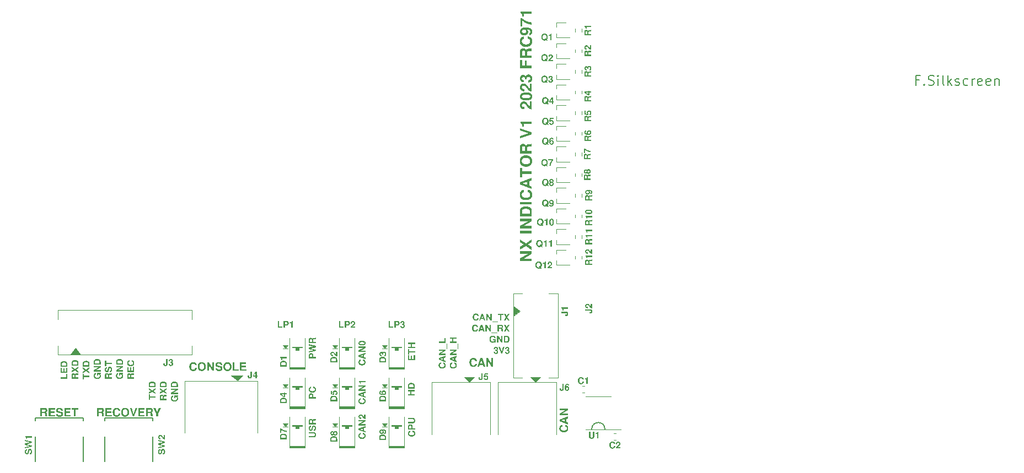
<source format=gbr>
%TF.GenerationSoftware,KiCad,Pcbnew,7.0.9-7.0.9~ubuntu22.04.1*%
%TF.CreationDate,2023-12-22T21:08:26-08:00*%
%TF.ProjectId,NX-IndicatorBoard,4e582d49-6e64-4696-9361-746f72426f61,1*%
%TF.SameCoordinates,Original*%
%TF.FileFunction,Legend,Top*%
%TF.FilePolarity,Positive*%
%FSLAX46Y46*%
G04 Gerber Fmt 4.6, Leading zero omitted, Abs format (unit mm)*
G04 Created by KiCad (PCBNEW 7.0.9-7.0.9~ubuntu22.04.1) date 2023-12-22 21:08:26*
%MOMM*%
%LPD*%
G01*
G04 APERTURE LIST*
%ADD10C,0.150000*%
%ADD11C,0.200000*%
%ADD12C,0.187500*%
%ADD13C,0.100000*%
%ADD14C,0.127000*%
%ADD15C,0.120000*%
%ADD16C,0.152400*%
G04 APERTURE END LIST*
D10*
X155448000Y-120777000D02*
G75*
G03*
X153416000Y-120777000I-1016000J0D01*
G01*
D11*
G36*
X135527257Y-110302016D02*
G01*
X135523942Y-110287608D01*
X135520279Y-110273657D01*
X135516268Y-110260164D01*
X135511908Y-110247128D01*
X135507199Y-110234549D01*
X135502143Y-110222428D01*
X135496738Y-110210764D01*
X135490985Y-110199557D01*
X135478433Y-110178517D01*
X135464488Y-110159306D01*
X135449149Y-110141924D01*
X135432417Y-110126372D01*
X135414292Y-110112650D01*
X135394773Y-110100757D01*
X135373861Y-110090695D01*
X135351555Y-110082461D01*
X135327856Y-110076058D01*
X135315484Y-110073542D01*
X135302763Y-110071483D01*
X135289694Y-110069883D01*
X135276277Y-110068739D01*
X135262512Y-110068053D01*
X135248398Y-110067824D01*
X135228780Y-110068299D01*
X135209707Y-110069724D01*
X135191179Y-110072099D01*
X135173197Y-110075424D01*
X135155759Y-110079699D01*
X135138867Y-110084923D01*
X135122521Y-110091098D01*
X135106719Y-110098223D01*
X135091463Y-110106297D01*
X135076752Y-110115322D01*
X135062586Y-110125296D01*
X135048966Y-110136221D01*
X135035891Y-110148095D01*
X135023361Y-110160920D01*
X135011376Y-110174694D01*
X134999937Y-110189418D01*
X134989119Y-110204949D01*
X134978999Y-110221222D01*
X134969577Y-110238236D01*
X134960853Y-110255992D01*
X134952827Y-110274490D01*
X134945499Y-110293729D01*
X134938869Y-110313709D01*
X134932936Y-110334431D01*
X134927702Y-110355895D01*
X134923165Y-110378100D01*
X134919327Y-110401047D01*
X134916186Y-110424735D01*
X134913743Y-110449165D01*
X134912784Y-110461657D01*
X134911998Y-110474336D01*
X134911388Y-110487200D01*
X134910952Y-110500249D01*
X134910690Y-110513483D01*
X134910603Y-110526903D01*
X134910687Y-110540112D01*
X134910941Y-110553138D01*
X134911363Y-110565983D01*
X134911955Y-110578646D01*
X134912715Y-110591128D01*
X134914744Y-110615545D01*
X134917448Y-110639236D01*
X134920829Y-110662200D01*
X134924886Y-110684436D01*
X134929618Y-110705946D01*
X134935027Y-110726729D01*
X134941112Y-110746784D01*
X134947873Y-110766113D01*
X134955311Y-110784714D01*
X134963424Y-110802589D01*
X134972213Y-110819737D01*
X134981679Y-110836157D01*
X134991821Y-110851851D01*
X134997145Y-110859425D01*
X135008270Y-110873924D01*
X135019930Y-110887487D01*
X135032125Y-110900115D01*
X135044856Y-110911808D01*
X135058123Y-110922565D01*
X135071925Y-110932387D01*
X135086263Y-110941274D01*
X135101136Y-110949225D01*
X135116545Y-110956240D01*
X135132489Y-110962320D01*
X135148969Y-110967465D01*
X135165985Y-110971674D01*
X135183536Y-110974948D01*
X135201622Y-110977287D01*
X135220245Y-110978690D01*
X135239402Y-110979158D01*
X135254833Y-110978892D01*
X135269874Y-110978096D01*
X135284524Y-110976770D01*
X135298784Y-110974912D01*
X135312654Y-110972524D01*
X135326134Y-110969605D01*
X135339224Y-110966155D01*
X135351923Y-110962175D01*
X135364233Y-110957664D01*
X135376152Y-110952622D01*
X135387681Y-110947050D01*
X135398820Y-110940946D01*
X135409569Y-110934313D01*
X135419927Y-110927148D01*
X135429896Y-110919453D01*
X135439474Y-110911227D01*
X135448614Y-110902512D01*
X135457266Y-110893352D01*
X135465432Y-110883746D01*
X135473110Y-110873694D01*
X135480301Y-110863196D01*
X135487005Y-110852252D01*
X135493223Y-110840862D01*
X135498953Y-110829027D01*
X135504195Y-110816745D01*
X135508951Y-110804018D01*
X135513220Y-110790844D01*
X135517002Y-110777225D01*
X135520296Y-110763160D01*
X135523104Y-110748649D01*
X135525424Y-110733692D01*
X135527257Y-110718289D01*
X135788126Y-110718289D01*
X135787197Y-110732158D01*
X135785999Y-110745846D01*
X135784533Y-110759355D01*
X135782799Y-110772684D01*
X135780797Y-110785833D01*
X135778526Y-110798801D01*
X135775986Y-110811590D01*
X135773178Y-110824199D01*
X135770102Y-110836628D01*
X135766758Y-110848877D01*
X135763145Y-110860947D01*
X135759264Y-110872836D01*
X135755114Y-110884545D01*
X135746009Y-110907424D01*
X135735831Y-110929583D01*
X135724580Y-110951022D01*
X135712255Y-110971742D01*
X135698856Y-110991742D01*
X135684384Y-111011022D01*
X135668838Y-111029582D01*
X135652219Y-111047423D01*
X135634526Y-111064544D01*
X135625277Y-111072835D01*
X135615822Y-111080907D01*
X135606184Y-111088723D01*
X135586363Y-111103587D01*
X135565811Y-111117425D01*
X135555262Y-111123960D01*
X135544531Y-111130239D01*
X135533617Y-111136261D01*
X135522521Y-111142027D01*
X135511242Y-111147537D01*
X135499781Y-111152791D01*
X135488138Y-111157788D01*
X135476312Y-111162529D01*
X135464304Y-111167014D01*
X135452114Y-111171242D01*
X135439741Y-111175214D01*
X135427186Y-111178930D01*
X135414449Y-111182390D01*
X135401529Y-111185593D01*
X135388427Y-111188540D01*
X135375142Y-111191231D01*
X135361676Y-111193665D01*
X135348026Y-111195844D01*
X135334195Y-111197766D01*
X135320181Y-111199432D01*
X135305985Y-111200841D01*
X135291606Y-111201994D01*
X135277045Y-111202891D01*
X135262302Y-111203532D01*
X135247376Y-111203916D01*
X135232268Y-111204044D01*
X135215414Y-111203866D01*
X135198780Y-111203329D01*
X135182365Y-111202436D01*
X135166169Y-111201185D01*
X135150192Y-111199576D01*
X135134435Y-111197610D01*
X135118897Y-111195287D01*
X135103579Y-111192606D01*
X135088479Y-111189568D01*
X135073599Y-111186172D01*
X135058939Y-111182419D01*
X135044497Y-111178308D01*
X135030275Y-111173840D01*
X135016273Y-111169015D01*
X135002489Y-111163832D01*
X134988925Y-111158292D01*
X134975580Y-111152394D01*
X134962455Y-111146138D01*
X134949549Y-111139526D01*
X134936862Y-111132556D01*
X134924395Y-111125228D01*
X134912146Y-111117543D01*
X134900117Y-111109501D01*
X134888308Y-111101101D01*
X134876718Y-111092343D01*
X134865347Y-111083228D01*
X134854195Y-111073756D01*
X134843263Y-111063926D01*
X134832550Y-111053739D01*
X134822056Y-111043195D01*
X134811782Y-111032293D01*
X134801726Y-111021033D01*
X134791936Y-111009467D01*
X134782457Y-110997643D01*
X134773289Y-110985563D01*
X134764431Y-110973225D01*
X134755884Y-110960631D01*
X134747648Y-110947780D01*
X134739723Y-110934672D01*
X134732109Y-110921308D01*
X134724805Y-110907686D01*
X134717812Y-110893807D01*
X134711130Y-110879672D01*
X134704759Y-110865280D01*
X134698698Y-110850631D01*
X134692949Y-110835725D01*
X134687510Y-110820562D01*
X134682382Y-110805142D01*
X134677564Y-110789465D01*
X134673058Y-110773532D01*
X134668862Y-110757342D01*
X134664977Y-110740894D01*
X134661403Y-110724190D01*
X134658140Y-110707229D01*
X134655187Y-110690011D01*
X134652545Y-110672537D01*
X134650214Y-110654805D01*
X134648194Y-110636816D01*
X134646485Y-110618571D01*
X134645086Y-110600069D01*
X134643998Y-110581310D01*
X134643221Y-110562294D01*
X134642755Y-110543021D01*
X134642600Y-110523491D01*
X134642757Y-110503846D01*
X134643227Y-110484459D01*
X134644012Y-110465332D01*
X134645110Y-110446462D01*
X134646523Y-110427852D01*
X134648249Y-110409500D01*
X134650289Y-110391407D01*
X134652642Y-110373573D01*
X134655310Y-110355997D01*
X134658291Y-110338680D01*
X134661586Y-110321622D01*
X134665195Y-110304823D01*
X134669118Y-110288282D01*
X134673355Y-110272000D01*
X134677905Y-110255976D01*
X134682769Y-110240211D01*
X134687947Y-110224705D01*
X134693439Y-110209458D01*
X134699245Y-110194469D01*
X134705365Y-110179739D01*
X134711798Y-110165268D01*
X134718545Y-110151055D01*
X134725606Y-110137101D01*
X134732981Y-110123406D01*
X134740670Y-110109970D01*
X134748672Y-110096792D01*
X134756988Y-110083873D01*
X134765619Y-110071212D01*
X134774563Y-110058810D01*
X134783820Y-110046667D01*
X134793392Y-110034783D01*
X134803277Y-110023157D01*
X134813451Y-110011840D01*
X134823847Y-110000883D01*
X134834466Y-109990285D01*
X134845308Y-109980046D01*
X134856373Y-109970166D01*
X134867661Y-109960646D01*
X134879172Y-109951484D01*
X134890906Y-109942683D01*
X134902862Y-109934240D01*
X134915042Y-109926157D01*
X134927445Y-109918432D01*
X134940071Y-109911068D01*
X134952919Y-109904062D01*
X134965991Y-109897416D01*
X134979285Y-109891129D01*
X134992803Y-109885201D01*
X135006543Y-109879632D01*
X135020506Y-109874423D01*
X135034693Y-109869573D01*
X135049102Y-109865082D01*
X135063734Y-109860951D01*
X135078589Y-109857178D01*
X135093667Y-109853765D01*
X135108968Y-109850712D01*
X135124492Y-109848017D01*
X135140239Y-109845682D01*
X135156209Y-109843706D01*
X135172402Y-109842089D01*
X135188817Y-109840832D01*
X135205456Y-109839934D01*
X135222318Y-109839395D01*
X135239402Y-109839215D01*
X135253726Y-109839336D01*
X135267886Y-109839698D01*
X135281885Y-109840300D01*
X135295721Y-109841144D01*
X135309395Y-109842229D01*
X135322906Y-109843556D01*
X135336255Y-109845123D01*
X135349442Y-109846931D01*
X135362466Y-109848981D01*
X135375328Y-109851271D01*
X135388027Y-109853803D01*
X135400565Y-109856576D01*
X135412939Y-109859590D01*
X135425152Y-109862845D01*
X135437202Y-109866342D01*
X135449090Y-109870079D01*
X135472378Y-109878277D01*
X135495017Y-109887440D01*
X135517006Y-109897567D01*
X135538346Y-109908659D01*
X135559037Y-109920715D01*
X135579078Y-109933736D01*
X135598470Y-109947721D01*
X135617212Y-109962670D01*
X135635160Y-109978427D01*
X135652093Y-109994911D01*
X135668011Y-110012121D01*
X135682914Y-110030059D01*
X135696801Y-110048723D01*
X135709672Y-110068115D01*
X135721528Y-110088234D01*
X135732369Y-110109079D01*
X135742195Y-110130652D01*
X135751005Y-110152952D01*
X135758800Y-110175978D01*
X135765579Y-110199732D01*
X135768588Y-110211881D01*
X135771343Y-110224212D01*
X135773844Y-110236725D01*
X135776091Y-110249420D01*
X135778085Y-110262297D01*
X135779824Y-110275355D01*
X135781310Y-110288595D01*
X135782542Y-110302016D01*
X135527257Y-110302016D01*
G37*
G36*
X137080371Y-111163100D02*
G01*
X136805233Y-111163100D01*
X136719621Y-110900370D01*
X136231695Y-110900370D01*
X136144222Y-111163100D01*
X135870946Y-111163100D01*
X136043540Y-110677034D01*
X136306761Y-110677034D01*
X136646107Y-110677034D01*
X136476434Y-110168015D01*
X136306761Y-110677034D01*
X136043540Y-110677034D01*
X136333437Y-109860618D01*
X136630287Y-109860618D01*
X137080371Y-111163100D01*
G37*
G36*
X138025515Y-111163100D02*
G01*
X137502227Y-110262623D01*
X137502227Y-111163100D01*
X137234224Y-111163100D01*
X137234224Y-109860618D01*
X137509361Y-109860618D01*
X138025515Y-110746827D01*
X138025515Y-109860618D01*
X138293517Y-109860618D01*
X138293517Y-111163100D01*
X138025515Y-111163100D01*
G37*
G36*
X78188183Y-117525202D02*
G01*
X78206397Y-117525901D01*
X78224119Y-117527201D01*
X78241351Y-117529100D01*
X78258092Y-117531599D01*
X78274343Y-117534698D01*
X78290102Y-117538397D01*
X78305371Y-117542695D01*
X78320149Y-117547593D01*
X78334437Y-117553091D01*
X78348233Y-117559189D01*
X78361471Y-117565719D01*
X78374082Y-117572631D01*
X78386066Y-117579925D01*
X78397423Y-117587600D01*
X78408152Y-117595657D01*
X78418255Y-117604096D01*
X78427730Y-117612916D01*
X78436579Y-117622119D01*
X78444800Y-117631702D01*
X78452395Y-117641668D01*
X78457110Y-117648523D01*
X78465940Y-117662346D01*
X78474131Y-117676208D01*
X78481682Y-117690108D01*
X78488594Y-117704047D01*
X78494865Y-117718025D01*
X78500497Y-117732042D01*
X78505489Y-117746097D01*
X78509842Y-117760191D01*
X78513622Y-117774300D01*
X78516898Y-117788554D01*
X78519671Y-117802954D01*
X78521939Y-117817498D01*
X78523703Y-117832189D01*
X78524963Y-117847025D01*
X78525719Y-117862006D01*
X78525971Y-117877132D01*
X78525757Y-117891720D01*
X78525112Y-117906014D01*
X78524038Y-117920015D01*
X78522535Y-117933722D01*
X78520602Y-117947137D01*
X78518240Y-117960258D01*
X78515448Y-117973086D01*
X78512226Y-117985621D01*
X78508575Y-117997862D01*
X78504494Y-118009810D01*
X78499984Y-118021466D01*
X78489675Y-118043896D01*
X78477648Y-118065154D01*
X78463903Y-118085238D01*
X78448440Y-118104150D01*
X78431258Y-118121889D01*
X78422023Y-118130319D01*
X78412359Y-118138455D01*
X78402264Y-118146298D01*
X78391741Y-118153848D01*
X78380787Y-118161105D01*
X78369405Y-118168068D01*
X78357592Y-118174739D01*
X78345351Y-118181116D01*
X78332679Y-118187199D01*
X78319578Y-118192990D01*
X78306048Y-118198487D01*
X78317753Y-118203324D01*
X78331279Y-118209016D01*
X78343579Y-118214314D01*
X78356720Y-118220152D01*
X78368094Y-118225423D01*
X78377701Y-118230127D01*
X78389372Y-118236834D01*
X78399648Y-118244294D01*
X78409983Y-118253238D01*
X78418889Y-118262086D01*
X78424850Y-118268590D01*
X78433356Y-118278408D01*
X78441846Y-118289394D01*
X78448793Y-118299875D01*
X78454841Y-118311236D01*
X78457110Y-118316669D01*
X78461142Y-118329600D01*
X78464166Y-118342225D01*
X78466687Y-118354661D01*
X78469207Y-118368839D01*
X78471223Y-118381436D01*
X78473239Y-118395147D01*
X78475154Y-118409391D01*
X78476865Y-118423587D01*
X78478372Y-118437735D01*
X78479676Y-118451834D01*
X78480776Y-118465884D01*
X78481673Y-118479886D01*
X78482366Y-118493840D01*
X78482855Y-118507745D01*
X78483320Y-118522460D01*
X78483786Y-118538842D01*
X78484135Y-118552222D01*
X78484484Y-118566540D01*
X78484833Y-118581797D01*
X78485182Y-118597991D01*
X78485531Y-118615123D01*
X78485880Y-118633192D01*
X78486112Y-118645760D01*
X78486345Y-118658744D01*
X78486577Y-118672145D01*
X78487082Y-118685841D01*
X78488595Y-118698779D01*
X78491117Y-118710959D01*
X78496048Y-118726020D01*
X78502773Y-118739734D01*
X78511291Y-118752100D01*
X78521602Y-118763119D01*
X78533707Y-118772791D01*
X78543962Y-118779160D01*
X78543962Y-118827550D01*
X78256107Y-118827550D01*
X78250165Y-118815976D01*
X78244747Y-118804518D01*
X78238710Y-118790360D01*
X78233490Y-118776383D01*
X78229089Y-118762588D01*
X78225505Y-118748975D01*
X78223228Y-118738215D01*
X78220904Y-118723657D01*
X78219329Y-118710309D01*
X78218006Y-118695449D01*
X78216935Y-118679077D01*
X78216297Y-118665806D01*
X78215801Y-118651684D01*
X78215446Y-118636711D01*
X78215233Y-118620888D01*
X78215163Y-118604214D01*
X78215187Y-118591162D01*
X78215285Y-118575869D01*
X78215459Y-118561712D01*
X78215709Y-118548691D01*
X78216109Y-118534565D01*
X78216618Y-118522075D01*
X78216714Y-118520153D01*
X78217439Y-118507195D01*
X78218049Y-118493222D01*
X78218427Y-118480141D01*
X78218575Y-118466490D01*
X78218228Y-118451534D01*
X78217190Y-118437374D01*
X78215459Y-118424010D01*
X78213035Y-118411441D01*
X78208726Y-118395922D01*
X78203186Y-118381818D01*
X78196416Y-118369130D01*
X78188414Y-118357856D01*
X78179181Y-118347998D01*
X78168654Y-118339347D01*
X78156615Y-118331849D01*
X78143063Y-118325505D01*
X78128000Y-118320314D01*
X78115710Y-118317178D01*
X78102569Y-118314691D01*
X78088578Y-118312852D01*
X78073736Y-118311663D01*
X78058044Y-118311122D01*
X78052624Y-118311086D01*
X77745227Y-118311086D01*
X77745227Y-118827550D01*
X77477224Y-118827550D01*
X77477224Y-117748404D01*
X77745227Y-117748404D01*
X77745227Y-118087750D01*
X78068443Y-118087750D01*
X78085821Y-118087453D01*
X78102358Y-118086561D01*
X78118056Y-118085076D01*
X78132914Y-118082996D01*
X78146933Y-118080321D01*
X78160111Y-118077052D01*
X78172451Y-118073189D01*
X78187596Y-118067114D01*
X78201250Y-118059982D01*
X78210510Y-118053940D01*
X78221633Y-118044300D01*
X78231273Y-118032440D01*
X78239430Y-118018360D01*
X78244574Y-118006344D01*
X78248885Y-117993078D01*
X78252361Y-117978565D01*
X78255002Y-117962802D01*
X78256810Y-117945791D01*
X78257783Y-117927532D01*
X78257969Y-117914665D01*
X78257560Y-117896471D01*
X78256333Y-117879460D01*
X78254288Y-117863632D01*
X78251426Y-117848987D01*
X78247745Y-117835526D01*
X78243247Y-117823248D01*
X78235977Y-117808717D01*
X78227253Y-117796291D01*
X78217075Y-117785967D01*
X78211440Y-117781594D01*
X78199028Y-117773815D01*
X78185055Y-117767073D01*
X78169521Y-117761369D01*
X78156847Y-117757771D01*
X78143295Y-117754757D01*
X78128864Y-117752326D01*
X78113557Y-117750478D01*
X78097371Y-117749214D01*
X78080307Y-117748534D01*
X78068443Y-117748404D01*
X77745227Y-117748404D01*
X77477224Y-117748404D01*
X77477224Y-117525068D01*
X78175769Y-117525068D01*
X78188183Y-117525202D01*
G37*
G36*
X79028166Y-118266419D02*
G01*
X79028166Y-118604214D01*
X79733845Y-118604214D01*
X79733845Y-118827550D01*
X78760164Y-118827550D01*
X78760164Y-117525068D01*
X79701585Y-117525068D01*
X79701585Y-117748404D01*
X79028166Y-117748404D01*
X79028166Y-118043083D01*
X79651645Y-118043083D01*
X79651645Y-118266419D01*
X79028166Y-118266419D01*
G37*
G36*
X80755606Y-117966466D02*
G01*
X80752291Y-117952058D01*
X80748628Y-117938107D01*
X80744616Y-117924614D01*
X80740256Y-117911578D01*
X80735548Y-117898999D01*
X80730491Y-117886878D01*
X80725086Y-117875214D01*
X80719333Y-117864007D01*
X80706781Y-117842967D01*
X80692836Y-117823756D01*
X80677498Y-117806374D01*
X80660766Y-117790822D01*
X80642640Y-117777100D01*
X80623121Y-117765207D01*
X80602209Y-117755145D01*
X80579903Y-117746911D01*
X80556204Y-117740508D01*
X80543832Y-117737992D01*
X80531112Y-117735933D01*
X80518043Y-117734333D01*
X80504626Y-117733189D01*
X80490860Y-117732503D01*
X80476746Y-117732274D01*
X80457128Y-117732749D01*
X80438055Y-117734174D01*
X80419527Y-117736549D01*
X80401545Y-117739874D01*
X80384108Y-117744149D01*
X80367216Y-117749373D01*
X80350869Y-117755548D01*
X80335068Y-117762673D01*
X80319812Y-117770747D01*
X80305101Y-117779772D01*
X80290935Y-117789746D01*
X80277315Y-117800671D01*
X80264239Y-117812545D01*
X80251709Y-117825370D01*
X80239725Y-117839144D01*
X80228285Y-117853868D01*
X80217468Y-117869399D01*
X80207348Y-117885672D01*
X80197926Y-117902686D01*
X80189202Y-117920442D01*
X80181176Y-117938940D01*
X80173847Y-117958179D01*
X80167217Y-117978159D01*
X80161285Y-117998881D01*
X80156050Y-118020345D01*
X80151514Y-118042550D01*
X80147675Y-118065497D01*
X80144535Y-118089185D01*
X80142092Y-118113615D01*
X80141132Y-118126107D01*
X80140347Y-118138786D01*
X80139736Y-118151650D01*
X80139300Y-118164699D01*
X80139038Y-118177933D01*
X80138951Y-118191353D01*
X80139036Y-118204562D01*
X80139289Y-118217588D01*
X80139712Y-118230433D01*
X80140303Y-118243096D01*
X80141064Y-118255578D01*
X80143092Y-118279995D01*
X80145797Y-118303686D01*
X80149177Y-118326650D01*
X80153234Y-118348886D01*
X80157967Y-118370396D01*
X80163376Y-118391179D01*
X80169461Y-118411234D01*
X80176222Y-118430563D01*
X80183659Y-118449164D01*
X80191773Y-118467039D01*
X80200562Y-118484187D01*
X80210028Y-118500607D01*
X80220169Y-118516301D01*
X80225494Y-118523875D01*
X80236618Y-118538374D01*
X80248278Y-118551937D01*
X80260474Y-118564565D01*
X80273205Y-118576258D01*
X80286471Y-118587015D01*
X80300273Y-118596837D01*
X80314611Y-118605724D01*
X80329484Y-118613675D01*
X80344893Y-118620690D01*
X80360838Y-118626770D01*
X80377318Y-118631915D01*
X80394333Y-118636124D01*
X80411884Y-118639398D01*
X80429971Y-118641737D01*
X80448593Y-118643140D01*
X80467751Y-118643608D01*
X80483182Y-118643342D01*
X80498222Y-118642546D01*
X80512872Y-118641220D01*
X80527133Y-118639362D01*
X80541003Y-118636974D01*
X80554482Y-118634055D01*
X80567572Y-118630605D01*
X80580272Y-118626625D01*
X80592581Y-118622114D01*
X80604500Y-118617072D01*
X80616029Y-118611500D01*
X80627168Y-118605396D01*
X80637917Y-118598763D01*
X80648276Y-118591598D01*
X80658244Y-118583903D01*
X80667822Y-118575677D01*
X80676962Y-118566962D01*
X80685615Y-118557802D01*
X80693780Y-118548196D01*
X80701458Y-118538144D01*
X80708650Y-118527646D01*
X80715354Y-118516702D01*
X80721571Y-118505312D01*
X80727301Y-118493477D01*
X80732544Y-118481195D01*
X80737300Y-118468468D01*
X80741568Y-118455294D01*
X80745350Y-118441675D01*
X80748645Y-118427610D01*
X80751452Y-118413099D01*
X80753772Y-118398142D01*
X80755606Y-118382739D01*
X81016474Y-118382739D01*
X81015545Y-118396608D01*
X81014348Y-118410296D01*
X81012882Y-118423805D01*
X81011148Y-118437134D01*
X81009145Y-118450283D01*
X81006874Y-118463251D01*
X81004335Y-118476040D01*
X81001527Y-118488649D01*
X80998451Y-118501078D01*
X80995106Y-118513327D01*
X80991493Y-118525397D01*
X80987612Y-118537286D01*
X80983462Y-118548995D01*
X80974358Y-118571874D01*
X80964180Y-118594033D01*
X80952928Y-118615472D01*
X80940603Y-118636192D01*
X80927204Y-118656192D01*
X80912732Y-118675472D01*
X80897186Y-118694032D01*
X80880567Y-118711873D01*
X80862874Y-118728994D01*
X80853625Y-118737285D01*
X80844170Y-118745357D01*
X80834533Y-118753173D01*
X80814711Y-118768037D01*
X80794160Y-118781875D01*
X80783611Y-118788410D01*
X80772879Y-118794689D01*
X80761965Y-118800711D01*
X80750869Y-118806477D01*
X80739591Y-118811987D01*
X80728130Y-118817241D01*
X80716487Y-118822238D01*
X80704661Y-118826979D01*
X80692653Y-118831464D01*
X80680463Y-118835692D01*
X80668090Y-118839664D01*
X80655535Y-118843380D01*
X80642797Y-118846840D01*
X80629878Y-118850043D01*
X80616776Y-118852990D01*
X80603491Y-118855681D01*
X80590024Y-118858115D01*
X80576375Y-118860294D01*
X80562543Y-118862216D01*
X80548530Y-118863882D01*
X80534333Y-118865291D01*
X80519955Y-118866444D01*
X80505394Y-118867341D01*
X80490650Y-118867982D01*
X80475725Y-118868366D01*
X80460617Y-118868494D01*
X80443763Y-118868316D01*
X80427128Y-118867779D01*
X80410713Y-118866886D01*
X80394517Y-118865635D01*
X80378541Y-118864026D01*
X80362784Y-118862060D01*
X80347246Y-118859737D01*
X80331927Y-118857056D01*
X80316828Y-118854018D01*
X80301948Y-118850622D01*
X80287287Y-118846869D01*
X80272846Y-118842758D01*
X80258624Y-118838290D01*
X80244621Y-118833465D01*
X80230838Y-118828282D01*
X80217274Y-118822742D01*
X80203929Y-118816844D01*
X80190804Y-118810588D01*
X80177897Y-118803976D01*
X80165211Y-118797006D01*
X80152743Y-118789678D01*
X80140495Y-118781993D01*
X80128466Y-118773951D01*
X80116656Y-118765551D01*
X80105066Y-118756793D01*
X80093695Y-118747678D01*
X80082544Y-118738206D01*
X80071611Y-118728376D01*
X80060898Y-118718189D01*
X80050404Y-118707645D01*
X80040130Y-118696743D01*
X80030075Y-118685483D01*
X80020285Y-118673917D01*
X80010806Y-118662093D01*
X80001637Y-118650013D01*
X79992780Y-118637675D01*
X79984233Y-118625081D01*
X79975997Y-118612230D01*
X79968072Y-118599122D01*
X79960457Y-118585758D01*
X79953153Y-118572136D01*
X79946161Y-118558257D01*
X79939478Y-118544122D01*
X79933107Y-118529730D01*
X79927047Y-118515081D01*
X79921297Y-118500175D01*
X79915858Y-118485012D01*
X79910730Y-118469592D01*
X79905913Y-118453915D01*
X79901406Y-118437982D01*
X79897210Y-118421792D01*
X79893326Y-118405344D01*
X79889751Y-118388640D01*
X79886488Y-118371679D01*
X79883536Y-118354461D01*
X79880894Y-118336987D01*
X79878563Y-118319255D01*
X79876543Y-118301266D01*
X79874833Y-118283021D01*
X79873435Y-118264519D01*
X79872347Y-118245760D01*
X79871570Y-118226744D01*
X79871104Y-118207471D01*
X79870948Y-118187941D01*
X79871105Y-118168296D01*
X79871576Y-118148909D01*
X79872361Y-118129782D01*
X79873459Y-118110912D01*
X79874871Y-118092302D01*
X79876597Y-118073950D01*
X79878637Y-118055857D01*
X79880991Y-118038023D01*
X79883658Y-118020447D01*
X79886640Y-118003130D01*
X79889935Y-117986072D01*
X79893544Y-117969273D01*
X79897466Y-117952732D01*
X79901703Y-117936450D01*
X79906254Y-117920426D01*
X79911118Y-117904661D01*
X79916296Y-117889155D01*
X79921788Y-117873908D01*
X79927593Y-117858919D01*
X79933713Y-117844189D01*
X79940146Y-117829718D01*
X79946894Y-117815505D01*
X79953955Y-117801551D01*
X79961330Y-117787856D01*
X79969018Y-117774420D01*
X79977021Y-117761242D01*
X79985337Y-117748323D01*
X79993967Y-117735662D01*
X80002911Y-117723260D01*
X80012169Y-117711117D01*
X80021741Y-117699233D01*
X80031626Y-117687607D01*
X80041799Y-117676290D01*
X80052195Y-117665333D01*
X80062814Y-117654735D01*
X80073656Y-117644496D01*
X80084721Y-117634616D01*
X80096009Y-117625096D01*
X80107520Y-117615934D01*
X80119254Y-117607133D01*
X80131211Y-117598690D01*
X80143391Y-117590607D01*
X80155793Y-117582882D01*
X80168419Y-117575518D01*
X80181268Y-117568512D01*
X80194339Y-117561866D01*
X80207634Y-117555579D01*
X80221151Y-117549651D01*
X80234891Y-117544082D01*
X80248855Y-117538873D01*
X80263041Y-117534023D01*
X80277450Y-117529532D01*
X80292082Y-117525401D01*
X80306938Y-117521628D01*
X80322016Y-117518215D01*
X80337317Y-117515162D01*
X80352841Y-117512467D01*
X80368588Y-117510132D01*
X80384557Y-117508156D01*
X80400750Y-117506539D01*
X80417166Y-117505282D01*
X80433805Y-117504384D01*
X80450666Y-117503845D01*
X80467751Y-117503665D01*
X80482074Y-117503786D01*
X80496235Y-117504148D01*
X80510233Y-117504750D01*
X80524069Y-117505594D01*
X80537743Y-117506679D01*
X80551255Y-117508006D01*
X80564604Y-117509573D01*
X80577790Y-117511381D01*
X80590814Y-117513431D01*
X80603676Y-117515721D01*
X80616376Y-117518253D01*
X80628913Y-117521026D01*
X80641288Y-117524040D01*
X80653500Y-117527295D01*
X80665551Y-117530792D01*
X80677438Y-117534529D01*
X80700727Y-117542727D01*
X80723366Y-117551890D01*
X80745355Y-117562017D01*
X80766695Y-117573109D01*
X80787386Y-117585165D01*
X80807427Y-117598186D01*
X80826818Y-117612171D01*
X80845560Y-117627120D01*
X80863509Y-117642877D01*
X80880442Y-117659361D01*
X80896360Y-117676571D01*
X80911262Y-117694509D01*
X80925149Y-117713173D01*
X80938021Y-117732565D01*
X80949877Y-117752684D01*
X80960718Y-117773529D01*
X80970543Y-117795102D01*
X80979353Y-117817402D01*
X80987148Y-117840428D01*
X80993927Y-117864182D01*
X80996936Y-117876331D01*
X80999691Y-117888662D01*
X81002192Y-117901175D01*
X81004440Y-117913870D01*
X81006433Y-117926747D01*
X81008173Y-117939805D01*
X81009659Y-117953045D01*
X81010891Y-117966466D01*
X80755606Y-117966466D01*
G37*
G36*
X81795522Y-117503851D02*
G01*
X81812845Y-117504409D01*
X81829956Y-117505339D01*
X81846853Y-117506641D01*
X81863538Y-117508315D01*
X81880011Y-117510361D01*
X81896271Y-117512779D01*
X81912318Y-117515569D01*
X81928152Y-117518731D01*
X81943774Y-117522265D01*
X81959183Y-117526170D01*
X81974380Y-117530448D01*
X81989363Y-117535098D01*
X82004135Y-117540120D01*
X82018693Y-117545514D01*
X82033039Y-117551279D01*
X82047172Y-117557417D01*
X82061093Y-117563927D01*
X82074801Y-117570808D01*
X82088296Y-117578062D01*
X82101579Y-117585688D01*
X82114649Y-117593685D01*
X82127506Y-117602055D01*
X82140151Y-117610797D01*
X82152583Y-117619910D01*
X82164803Y-117629396D01*
X82176809Y-117639253D01*
X82188604Y-117649483D01*
X82200185Y-117660085D01*
X82211554Y-117671058D01*
X82222710Y-117682404D01*
X82233654Y-117694121D01*
X82244321Y-117706123D01*
X82254651Y-117718361D01*
X82264641Y-117730834D01*
X82274293Y-117743543D01*
X82283606Y-117756487D01*
X82292581Y-117769668D01*
X82301217Y-117783084D01*
X82309514Y-117796735D01*
X82317473Y-117810623D01*
X82325092Y-117824745D01*
X82332374Y-117839104D01*
X82339316Y-117853698D01*
X82345920Y-117868528D01*
X82352185Y-117883594D01*
X82358112Y-117898895D01*
X82363700Y-117914432D01*
X82368949Y-117930205D01*
X82373860Y-117946213D01*
X82378432Y-117962457D01*
X82382665Y-117978937D01*
X82386560Y-117995652D01*
X82390116Y-118012603D01*
X82393333Y-118029790D01*
X82396212Y-118047212D01*
X82398752Y-118064870D01*
X82400953Y-118082764D01*
X82402816Y-118100893D01*
X82404340Y-118119258D01*
X82405525Y-118137859D01*
X82406372Y-118156696D01*
X82406880Y-118175768D01*
X82407049Y-118195075D01*
X82406882Y-118213068D01*
X82406382Y-118230871D01*
X82405549Y-118248483D01*
X82404383Y-118265905D01*
X82402884Y-118283137D01*
X82401051Y-118300178D01*
X82398885Y-118317030D01*
X82396386Y-118333691D01*
X82393554Y-118350162D01*
X82390388Y-118366442D01*
X82386890Y-118382533D01*
X82383058Y-118398433D01*
X82378893Y-118414143D01*
X82374394Y-118429663D01*
X82369563Y-118444992D01*
X82364398Y-118460131D01*
X82358900Y-118475080D01*
X82353069Y-118489839D01*
X82346904Y-118504408D01*
X82340407Y-118518786D01*
X82333576Y-118532974D01*
X82326412Y-118546972D01*
X82318915Y-118560780D01*
X82311084Y-118574397D01*
X82302921Y-118587824D01*
X82294424Y-118601061D01*
X82285594Y-118614108D01*
X82276430Y-118626964D01*
X82266934Y-118639630D01*
X82257104Y-118652106D01*
X82246941Y-118664392D01*
X82236445Y-118676488D01*
X82225670Y-118688301D01*
X82214669Y-118699739D01*
X82203443Y-118710801D01*
X82191991Y-118721489D01*
X82180314Y-118731802D01*
X82168412Y-118741740D01*
X82156285Y-118751303D01*
X82143932Y-118760491D01*
X82131353Y-118769303D01*
X82118549Y-118777741D01*
X82105520Y-118785804D01*
X82092266Y-118793492D01*
X82078786Y-118800805D01*
X82065081Y-118807742D01*
X82051150Y-118814305D01*
X82036994Y-118820493D01*
X82022613Y-118826305D01*
X82008006Y-118831743D01*
X81993174Y-118836806D01*
X81978116Y-118841493D01*
X81962834Y-118845806D01*
X81947325Y-118849744D01*
X81931592Y-118853306D01*
X81915633Y-118856494D01*
X81899449Y-118859307D01*
X81883039Y-118861744D01*
X81866404Y-118863807D01*
X81849543Y-118865494D01*
X81832458Y-118866807D01*
X81815146Y-118867744D01*
X81797610Y-118868307D01*
X81779848Y-118868494D01*
X81762200Y-118868308D01*
X81744771Y-118867748D01*
X81727563Y-118866815D01*
X81710574Y-118865509D01*
X81693805Y-118863829D01*
X81677257Y-118861777D01*
X81660928Y-118859351D01*
X81644819Y-118856552D01*
X81628930Y-118853380D01*
X81613261Y-118849835D01*
X81597812Y-118845916D01*
X81582583Y-118841624D01*
X81567573Y-118836959D01*
X81552784Y-118831921D01*
X81538214Y-118826510D01*
X81523865Y-118820725D01*
X81509735Y-118814568D01*
X81495826Y-118808037D01*
X81482136Y-118801133D01*
X81468666Y-118793855D01*
X81455416Y-118786205D01*
X81442386Y-118778181D01*
X81429576Y-118769784D01*
X81416986Y-118761014D01*
X81404615Y-118751871D01*
X81392465Y-118742354D01*
X81380535Y-118732465D01*
X81368824Y-118722202D01*
X81357333Y-118711566D01*
X81346063Y-118700556D01*
X81335012Y-118689174D01*
X81324181Y-118677418D01*
X81313628Y-118665369D01*
X81303409Y-118653107D01*
X81293526Y-118640632D01*
X81283978Y-118627943D01*
X81274765Y-118615041D01*
X81265886Y-118601926D01*
X81257343Y-118588598D01*
X81249135Y-118575056D01*
X81241262Y-118561301D01*
X81233724Y-118547333D01*
X81226521Y-118533152D01*
X81219652Y-118518757D01*
X81213119Y-118504149D01*
X81206921Y-118489328D01*
X81201058Y-118474293D01*
X81195530Y-118459046D01*
X81190338Y-118443585D01*
X81185480Y-118427910D01*
X81180957Y-118412023D01*
X81176769Y-118395922D01*
X81172916Y-118379608D01*
X81169398Y-118363081D01*
X81166216Y-118346341D01*
X81163368Y-118329387D01*
X81160855Y-118312220D01*
X81158677Y-118294840D01*
X81156835Y-118277246D01*
X81155327Y-118259439D01*
X81154155Y-118241419D01*
X81153317Y-118223186D01*
X81152814Y-118204740D01*
X81152650Y-118186390D01*
X81420650Y-118186390D01*
X81420746Y-118199145D01*
X81421034Y-118211741D01*
X81421514Y-118224178D01*
X81423050Y-118248576D01*
X81425355Y-118272339D01*
X81428428Y-118295468D01*
X81432269Y-118317961D01*
X81436878Y-118339820D01*
X81442255Y-118361044D01*
X81448401Y-118381632D01*
X81455315Y-118401586D01*
X81462997Y-118420905D01*
X81471447Y-118439589D01*
X81480665Y-118457638D01*
X81490652Y-118475052D01*
X81501407Y-118491832D01*
X81512930Y-118507976D01*
X81518979Y-118515810D01*
X81531521Y-118530835D01*
X81544565Y-118544890D01*
X81558110Y-118557976D01*
X81572157Y-118570093D01*
X81586706Y-118581241D01*
X81601756Y-118591419D01*
X81617308Y-118600627D01*
X81633361Y-118608867D01*
X81649916Y-118616137D01*
X81666973Y-118622437D01*
X81684532Y-118627769D01*
X81702592Y-118632131D01*
X81721153Y-118635523D01*
X81740216Y-118637947D01*
X81759781Y-118639401D01*
X81779848Y-118639886D01*
X81799729Y-118639404D01*
X81819125Y-118637961D01*
X81838037Y-118635556D01*
X81856464Y-118632189D01*
X81874407Y-118627860D01*
X81891865Y-118622568D01*
X81908838Y-118616315D01*
X81925326Y-118609099D01*
X81941330Y-118600922D01*
X81956849Y-118591782D01*
X81971884Y-118581680D01*
X81986433Y-118570617D01*
X82000498Y-118558591D01*
X82014079Y-118545603D01*
X82027175Y-118531653D01*
X82039786Y-118516741D01*
X82051806Y-118501010D01*
X82063050Y-118484680D01*
X82073519Y-118467752D01*
X82083212Y-118450225D01*
X82092130Y-118432099D01*
X82100273Y-118413375D01*
X82107639Y-118394053D01*
X82114231Y-118374132D01*
X82120047Y-118353612D01*
X82125088Y-118332494D01*
X82129353Y-118310777D01*
X82132842Y-118288461D01*
X82135556Y-118265547D01*
X82137495Y-118242035D01*
X82138658Y-118217924D01*
X82139046Y-118193214D01*
X82138951Y-118180134D01*
X82138666Y-118167221D01*
X82138190Y-118154476D01*
X82137524Y-118141897D01*
X82136668Y-118129486D01*
X82134385Y-118105166D01*
X82131342Y-118081514D01*
X82127537Y-118058531D01*
X82122971Y-118036216D01*
X82117645Y-118014571D01*
X82111557Y-117993595D01*
X82104709Y-117973287D01*
X82097100Y-117953648D01*
X82088730Y-117934678D01*
X82079598Y-117916377D01*
X82069706Y-117898745D01*
X82059053Y-117881781D01*
X82047639Y-117865487D01*
X82041647Y-117857590D01*
X82029210Y-117842415D01*
X82016250Y-117828219D01*
X82002767Y-117815002D01*
X81988760Y-117802765D01*
X81974229Y-117791506D01*
X81959176Y-117781226D01*
X81943598Y-117771925D01*
X81927498Y-117763603D01*
X81910873Y-117756260D01*
X81893726Y-117749897D01*
X81876055Y-117744512D01*
X81857860Y-117740106D01*
X81839142Y-117736680D01*
X81819901Y-117734232D01*
X81800136Y-117732764D01*
X81779848Y-117732274D01*
X81759781Y-117732760D01*
X81740216Y-117734218D01*
X81721153Y-117736647D01*
X81702592Y-117740048D01*
X81684532Y-117744421D01*
X81666973Y-117749766D01*
X81649916Y-117756082D01*
X81633361Y-117763371D01*
X81617308Y-117771631D01*
X81601756Y-117780862D01*
X81586706Y-117791066D01*
X81572157Y-117802241D01*
X81558110Y-117814388D01*
X81544565Y-117827507D01*
X81531521Y-117841597D01*
X81518979Y-117856660D01*
X81507072Y-117872488D01*
X81495933Y-117888953D01*
X81485563Y-117906056D01*
X81475960Y-117923796D01*
X81467126Y-117942174D01*
X81459060Y-117961188D01*
X81451762Y-117980841D01*
X81445232Y-118001130D01*
X81439471Y-118022057D01*
X81434477Y-118043621D01*
X81430252Y-118065822D01*
X81426795Y-118088661D01*
X81424107Y-118112137D01*
X81422186Y-118136251D01*
X81421034Y-118161002D01*
X81420746Y-118173616D01*
X81420650Y-118186390D01*
X81152650Y-118186390D01*
X81152647Y-118186080D01*
X81152815Y-118167420D01*
X81153321Y-118148974D01*
X81154163Y-118130740D01*
X81155342Y-118112720D01*
X81156857Y-118094914D01*
X81158710Y-118077320D01*
X81160900Y-118059940D01*
X81163426Y-118042773D01*
X81166289Y-118025819D01*
X81169489Y-118009079D01*
X81173026Y-117992551D01*
X81176900Y-117976237D01*
X81181110Y-117960137D01*
X81185658Y-117944249D01*
X81190542Y-117928575D01*
X81195763Y-117913114D01*
X81201321Y-117897866D01*
X81207216Y-117882832D01*
X81213447Y-117868011D01*
X81220016Y-117853403D01*
X81226921Y-117839008D01*
X81234163Y-117824827D01*
X81241742Y-117810858D01*
X81249658Y-117797104D01*
X81257911Y-117783562D01*
X81266501Y-117770234D01*
X81275427Y-117757118D01*
X81284690Y-117744216D01*
X81294290Y-117731528D01*
X81304227Y-117719052D01*
X81314501Y-117706790D01*
X81325112Y-117694741D01*
X81335996Y-117682986D01*
X81347091Y-117671603D01*
X81358398Y-117660594D01*
X81369914Y-117649958D01*
X81381642Y-117639695D01*
X81393581Y-117629805D01*
X81405730Y-117620289D01*
X81418091Y-117611146D01*
X81430662Y-117602376D01*
X81443444Y-117593979D01*
X81456436Y-117585955D01*
X81469640Y-117578304D01*
X81483055Y-117571027D01*
X81496680Y-117564123D01*
X81510516Y-117557592D01*
X81524563Y-117551434D01*
X81538821Y-117545650D01*
X81553289Y-117540238D01*
X81567969Y-117535200D01*
X81582859Y-117530535D01*
X81597960Y-117526244D01*
X81613272Y-117522325D01*
X81628795Y-117518780D01*
X81644528Y-117515608D01*
X81660473Y-117512809D01*
X81676628Y-117510383D01*
X81692994Y-117508330D01*
X81709571Y-117506651D01*
X81726359Y-117505345D01*
X81743357Y-117504412D01*
X81760567Y-117503852D01*
X81777987Y-117503665D01*
X81795522Y-117503851D01*
G37*
G36*
X83173214Y-118827550D02*
G01*
X82946156Y-118827550D01*
X82506619Y-117525068D01*
X82776483Y-117525068D01*
X83065889Y-118505884D01*
X83350022Y-117525068D01*
X83619886Y-117525068D01*
X83173214Y-118827550D01*
G37*
G36*
X84060663Y-118266419D02*
G01*
X84060663Y-118604214D01*
X84766342Y-118604214D01*
X84766342Y-118827550D01*
X83792661Y-118827550D01*
X83792661Y-117525068D01*
X84734082Y-117525068D01*
X84734082Y-117748404D01*
X84060663Y-117748404D01*
X84060663Y-118043083D01*
X84684142Y-118043083D01*
X84684142Y-118266419D01*
X84060663Y-118266419D01*
G37*
G36*
X85686058Y-117525202D02*
G01*
X85704271Y-117525901D01*
X85721994Y-117527201D01*
X85739225Y-117529100D01*
X85755967Y-117531599D01*
X85772217Y-117534698D01*
X85787977Y-117538397D01*
X85803245Y-117542695D01*
X85818024Y-117547593D01*
X85832311Y-117553091D01*
X85846108Y-117559189D01*
X85859346Y-117565719D01*
X85871956Y-117572631D01*
X85883940Y-117579925D01*
X85895297Y-117587600D01*
X85906027Y-117595657D01*
X85916129Y-117604096D01*
X85925605Y-117612916D01*
X85934453Y-117622119D01*
X85942675Y-117631702D01*
X85950269Y-117641668D01*
X85954984Y-117648523D01*
X85963815Y-117662346D01*
X85972006Y-117676208D01*
X85979557Y-117690108D01*
X85986468Y-117704047D01*
X85992740Y-117718025D01*
X85998372Y-117732042D01*
X86003364Y-117746097D01*
X86007716Y-117760191D01*
X86011496Y-117774300D01*
X86014773Y-117788554D01*
X86017545Y-117802954D01*
X86019813Y-117817498D01*
X86021578Y-117832189D01*
X86022838Y-117847025D01*
X86023594Y-117862006D01*
X86023846Y-117877132D01*
X86023631Y-117891720D01*
X86022987Y-117906014D01*
X86021913Y-117920015D01*
X86020409Y-117933722D01*
X86018477Y-117947137D01*
X86016114Y-117960258D01*
X86013322Y-117973086D01*
X86010101Y-117985621D01*
X86006449Y-117997862D01*
X86002369Y-118009810D01*
X85997859Y-118021466D01*
X85987550Y-118043896D01*
X85975523Y-118065154D01*
X85961778Y-118085238D01*
X85946314Y-118104150D01*
X85929133Y-118121889D01*
X85919898Y-118130319D01*
X85910233Y-118138455D01*
X85900139Y-118146298D01*
X85889615Y-118153848D01*
X85878662Y-118161105D01*
X85867279Y-118168068D01*
X85855467Y-118174739D01*
X85843225Y-118181116D01*
X85830554Y-118187199D01*
X85817453Y-118192990D01*
X85803922Y-118198487D01*
X85815627Y-118203324D01*
X85829154Y-118209016D01*
X85841454Y-118214314D01*
X85854594Y-118220152D01*
X85865968Y-118225423D01*
X85875576Y-118230127D01*
X85887247Y-118236834D01*
X85897522Y-118244294D01*
X85907857Y-118253238D01*
X85916763Y-118262086D01*
X85922724Y-118268590D01*
X85931230Y-118278408D01*
X85939721Y-118289394D01*
X85946667Y-118299875D01*
X85952716Y-118311236D01*
X85954984Y-118316669D01*
X85959016Y-118329600D01*
X85962041Y-118342225D01*
X85964561Y-118354661D01*
X85967081Y-118368839D01*
X85969098Y-118381436D01*
X85971114Y-118395147D01*
X85973028Y-118409391D01*
X85974739Y-118423587D01*
X85976246Y-118437735D01*
X85977550Y-118451834D01*
X85978650Y-118465884D01*
X85979547Y-118479886D01*
X85980240Y-118493840D01*
X85980730Y-118507745D01*
X85981195Y-118522460D01*
X85981660Y-118538842D01*
X85982009Y-118552222D01*
X85982358Y-118566540D01*
X85982707Y-118581797D01*
X85983056Y-118597991D01*
X85983405Y-118615123D01*
X85983754Y-118633192D01*
X85983987Y-118645760D01*
X85984219Y-118658744D01*
X85984452Y-118672145D01*
X85984956Y-118685841D01*
X85986469Y-118698779D01*
X85988991Y-118710959D01*
X85993923Y-118726020D01*
X86000647Y-118739734D01*
X86009165Y-118752100D01*
X86019477Y-118763119D01*
X86031581Y-118772791D01*
X86041837Y-118779160D01*
X86041837Y-118827550D01*
X85753982Y-118827550D01*
X85748040Y-118815976D01*
X85742621Y-118804518D01*
X85736584Y-118790360D01*
X85731365Y-118776383D01*
X85726963Y-118762588D01*
X85723380Y-118748975D01*
X85721102Y-118738215D01*
X85718779Y-118723657D01*
X85717203Y-118710309D01*
X85715880Y-118695449D01*
X85714809Y-118679077D01*
X85714171Y-118665806D01*
X85713675Y-118651684D01*
X85713321Y-118636711D01*
X85713108Y-118620888D01*
X85713037Y-118604214D01*
X85713061Y-118591162D01*
X85713160Y-118575869D01*
X85713334Y-118561712D01*
X85713584Y-118548691D01*
X85713984Y-118534565D01*
X85714493Y-118522075D01*
X85714588Y-118520153D01*
X85715313Y-118507195D01*
X85715924Y-118493222D01*
X85716302Y-118480141D01*
X85716449Y-118466490D01*
X85716103Y-118451534D01*
X85715064Y-118437374D01*
X85713333Y-118424010D01*
X85710909Y-118411441D01*
X85706601Y-118395922D01*
X85701061Y-118381818D01*
X85694290Y-118369130D01*
X85686288Y-118357856D01*
X85677055Y-118347998D01*
X85666528Y-118339347D01*
X85654489Y-118331849D01*
X85640938Y-118325505D01*
X85625874Y-118320314D01*
X85613584Y-118317178D01*
X85600443Y-118314691D01*
X85586452Y-118312852D01*
X85571610Y-118311663D01*
X85555918Y-118311122D01*
X85550498Y-118311086D01*
X85243102Y-118311086D01*
X85243102Y-118827550D01*
X84975099Y-118827550D01*
X84975099Y-117748404D01*
X85243102Y-117748404D01*
X85243102Y-118087750D01*
X85566318Y-118087750D01*
X85583695Y-118087453D01*
X85600233Y-118086561D01*
X85615930Y-118085076D01*
X85630789Y-118082996D01*
X85644807Y-118080321D01*
X85657986Y-118077052D01*
X85670325Y-118073189D01*
X85685471Y-118067114D01*
X85699124Y-118059982D01*
X85708384Y-118053940D01*
X85719507Y-118044300D01*
X85729147Y-118032440D01*
X85737304Y-118018360D01*
X85742449Y-118006344D01*
X85746759Y-117993078D01*
X85750235Y-117978565D01*
X85752877Y-117962802D01*
X85754684Y-117945791D01*
X85755658Y-117927532D01*
X85755843Y-117914665D01*
X85755434Y-117896471D01*
X85754207Y-117879460D01*
X85752163Y-117863632D01*
X85749300Y-117848987D01*
X85745619Y-117835526D01*
X85741121Y-117823248D01*
X85733851Y-117808717D01*
X85725127Y-117796291D01*
X85714949Y-117785967D01*
X85709315Y-117781594D01*
X85696902Y-117773815D01*
X85682929Y-117767073D01*
X85667396Y-117761369D01*
X85654721Y-117757771D01*
X85641169Y-117754757D01*
X85626739Y-117752326D01*
X85611431Y-117750478D01*
X85595245Y-117749214D01*
X85578181Y-117748534D01*
X85566318Y-117748404D01*
X85243102Y-117748404D01*
X84975099Y-117748404D01*
X84975099Y-117525068D01*
X85673643Y-117525068D01*
X85686058Y-117525202D01*
G37*
G36*
X86833438Y-118345207D02*
G01*
X86833438Y-118827550D01*
X86565435Y-118827550D01*
X86565435Y-118345207D01*
X86133032Y-117525068D01*
X86431433Y-117525068D01*
X86697575Y-118100468D01*
X86945726Y-117525068D01*
X87245988Y-117525068D01*
X86833438Y-118345207D01*
G37*
G36*
X148910016Y-120377742D02*
G01*
X148895608Y-120381057D01*
X148881657Y-120384720D01*
X148868164Y-120388731D01*
X148855128Y-120393091D01*
X148842549Y-120397800D01*
X148830428Y-120402856D01*
X148818764Y-120408261D01*
X148807557Y-120414014D01*
X148786517Y-120426566D01*
X148767306Y-120440511D01*
X148749924Y-120455850D01*
X148734372Y-120472582D01*
X148720650Y-120490707D01*
X148708757Y-120510226D01*
X148698695Y-120531138D01*
X148690461Y-120553444D01*
X148684058Y-120577143D01*
X148681542Y-120589515D01*
X148679483Y-120602236D01*
X148677883Y-120615305D01*
X148676739Y-120628722D01*
X148676053Y-120642487D01*
X148675824Y-120656601D01*
X148676299Y-120676219D01*
X148677724Y-120695292D01*
X148680099Y-120713820D01*
X148683424Y-120731802D01*
X148687699Y-120749240D01*
X148692923Y-120766132D01*
X148699098Y-120782478D01*
X148706223Y-120798280D01*
X148714297Y-120813536D01*
X148723322Y-120828247D01*
X148733296Y-120842413D01*
X148744221Y-120856033D01*
X148756095Y-120869108D01*
X148768920Y-120881638D01*
X148782694Y-120893623D01*
X148797418Y-120905062D01*
X148812949Y-120915880D01*
X148829222Y-120926000D01*
X148846236Y-120935422D01*
X148863992Y-120944146D01*
X148882490Y-120952172D01*
X148901729Y-120959500D01*
X148921709Y-120966130D01*
X148942431Y-120972063D01*
X148963895Y-120977297D01*
X148986100Y-120981834D01*
X149009047Y-120985672D01*
X149032735Y-120988813D01*
X149057165Y-120991256D01*
X149069657Y-120992215D01*
X149082336Y-120993001D01*
X149095200Y-120993611D01*
X149108249Y-120994047D01*
X149121483Y-120994309D01*
X149134903Y-120994396D01*
X149148112Y-120994312D01*
X149161138Y-120994058D01*
X149173983Y-120993636D01*
X149186646Y-120993044D01*
X149199128Y-120992284D01*
X149223545Y-120990255D01*
X149247236Y-120987551D01*
X149270200Y-120984170D01*
X149292436Y-120980113D01*
X149313946Y-120975381D01*
X149334729Y-120969972D01*
X149354784Y-120963887D01*
X149374113Y-120957126D01*
X149392714Y-120949688D01*
X149410589Y-120941575D01*
X149427737Y-120932786D01*
X149444157Y-120923320D01*
X149459851Y-120913178D01*
X149467425Y-120907854D01*
X149481924Y-120896729D01*
X149495487Y-120885069D01*
X149508115Y-120872874D01*
X149519808Y-120860143D01*
X149530565Y-120846876D01*
X149540387Y-120833074D01*
X149549274Y-120818736D01*
X149557225Y-120803863D01*
X149564240Y-120788454D01*
X149570320Y-120772510D01*
X149575465Y-120756030D01*
X149579674Y-120739014D01*
X149582948Y-120721463D01*
X149585287Y-120703377D01*
X149586690Y-120684754D01*
X149587158Y-120665597D01*
X149586892Y-120650166D01*
X149586096Y-120635125D01*
X149584770Y-120620475D01*
X149582912Y-120606215D01*
X149580524Y-120592345D01*
X149577605Y-120578865D01*
X149574155Y-120565775D01*
X149570175Y-120553076D01*
X149565664Y-120540766D01*
X149560622Y-120528847D01*
X149555050Y-120517318D01*
X149548946Y-120506179D01*
X149542313Y-120495430D01*
X149535148Y-120485072D01*
X149527453Y-120475103D01*
X149519227Y-120465525D01*
X149510512Y-120456385D01*
X149501352Y-120447733D01*
X149491746Y-120439567D01*
X149481694Y-120431889D01*
X149471196Y-120424698D01*
X149460252Y-120417994D01*
X149448862Y-120411776D01*
X149437027Y-120406046D01*
X149424745Y-120400804D01*
X149412018Y-120396048D01*
X149398844Y-120391779D01*
X149385225Y-120387997D01*
X149371160Y-120384703D01*
X149356649Y-120381895D01*
X149341692Y-120379575D01*
X149326289Y-120377742D01*
X149326289Y-120116873D01*
X149340158Y-120117802D01*
X149353846Y-120119000D01*
X149367355Y-120120466D01*
X149380684Y-120122200D01*
X149393833Y-120124202D01*
X149406801Y-120126473D01*
X149419590Y-120129013D01*
X149432199Y-120131821D01*
X149444628Y-120134897D01*
X149456877Y-120138241D01*
X149468947Y-120141854D01*
X149480836Y-120145735D01*
X149492545Y-120149885D01*
X149515424Y-120158990D01*
X149537583Y-120169168D01*
X149559022Y-120180419D01*
X149579742Y-120192744D01*
X149599742Y-120206143D01*
X149619022Y-120220615D01*
X149637582Y-120236161D01*
X149655423Y-120252780D01*
X149672544Y-120270473D01*
X149680835Y-120279722D01*
X149688907Y-120289177D01*
X149696723Y-120298815D01*
X149711587Y-120318636D01*
X149725425Y-120339188D01*
X149731960Y-120349737D01*
X149738239Y-120360468D01*
X149744261Y-120371382D01*
X149750027Y-120382478D01*
X149755537Y-120393757D01*
X149760791Y-120405218D01*
X149765788Y-120416861D01*
X149770529Y-120428687D01*
X149775014Y-120440695D01*
X149779242Y-120452885D01*
X149783214Y-120465258D01*
X149786930Y-120477813D01*
X149790390Y-120490550D01*
X149793593Y-120503470D01*
X149796540Y-120516572D01*
X149799231Y-120529857D01*
X149801665Y-120543323D01*
X149803844Y-120556973D01*
X149805766Y-120570804D01*
X149807432Y-120584818D01*
X149808841Y-120599014D01*
X149809994Y-120613393D01*
X149810891Y-120627954D01*
X149811532Y-120642697D01*
X149811916Y-120657623D01*
X149812044Y-120672731D01*
X149811866Y-120689585D01*
X149811329Y-120706219D01*
X149810436Y-120722634D01*
X149809185Y-120738830D01*
X149807576Y-120754807D01*
X149805610Y-120770564D01*
X149803287Y-120786102D01*
X149800606Y-120801420D01*
X149797568Y-120816520D01*
X149794172Y-120831400D01*
X149790419Y-120846060D01*
X149786308Y-120860502D01*
X149781840Y-120874724D01*
X149777015Y-120888726D01*
X149771832Y-120902510D01*
X149766292Y-120916074D01*
X149760394Y-120929419D01*
X149754138Y-120942544D01*
X149747526Y-120955450D01*
X149740556Y-120968137D01*
X149733228Y-120980604D01*
X149725543Y-120992853D01*
X149717501Y-121004882D01*
X149709101Y-121016691D01*
X149700343Y-121028281D01*
X149691228Y-121039652D01*
X149681756Y-121050804D01*
X149671926Y-121061736D01*
X149661739Y-121072449D01*
X149651195Y-121082943D01*
X149640293Y-121093217D01*
X149629033Y-121103273D01*
X149617467Y-121113063D01*
X149605643Y-121122542D01*
X149593563Y-121131710D01*
X149581225Y-121140568D01*
X149568631Y-121149115D01*
X149555780Y-121157351D01*
X149542672Y-121165276D01*
X149529308Y-121172890D01*
X149515686Y-121180194D01*
X149501807Y-121187187D01*
X149487672Y-121193869D01*
X149473280Y-121200240D01*
X149458631Y-121206301D01*
X149443725Y-121212050D01*
X149428562Y-121217489D01*
X149413142Y-121222618D01*
X149397465Y-121227435D01*
X149381532Y-121231941D01*
X149365342Y-121236137D01*
X149348894Y-121240022D01*
X149332190Y-121243596D01*
X149315229Y-121246859D01*
X149298011Y-121249812D01*
X149280537Y-121252454D01*
X149262805Y-121254785D01*
X149244816Y-121256805D01*
X149226571Y-121258514D01*
X149208069Y-121259913D01*
X149189310Y-121261001D01*
X149170294Y-121261778D01*
X149151021Y-121262244D01*
X149131491Y-121262399D01*
X149111846Y-121262242D01*
X149092459Y-121261772D01*
X149073332Y-121260987D01*
X149054462Y-121259889D01*
X149035852Y-121258476D01*
X149017500Y-121256750D01*
X148999407Y-121254710D01*
X148981573Y-121252357D01*
X148963997Y-121249689D01*
X148946680Y-121246708D01*
X148929622Y-121243413D01*
X148912823Y-121239804D01*
X148896282Y-121235881D01*
X148880000Y-121231644D01*
X148863976Y-121227094D01*
X148848211Y-121222230D01*
X148832705Y-121217052D01*
X148817458Y-121211560D01*
X148802469Y-121205754D01*
X148787739Y-121199634D01*
X148773268Y-121193201D01*
X148759055Y-121186454D01*
X148745101Y-121179393D01*
X148731406Y-121172018D01*
X148717970Y-121164329D01*
X148704792Y-121156327D01*
X148691873Y-121148011D01*
X148679212Y-121139380D01*
X148666810Y-121130436D01*
X148654667Y-121121179D01*
X148642783Y-121111607D01*
X148631157Y-121101722D01*
X148619840Y-121091548D01*
X148608883Y-121081152D01*
X148598285Y-121070533D01*
X148588046Y-121059691D01*
X148578166Y-121048626D01*
X148568646Y-121037338D01*
X148559484Y-121025827D01*
X148550683Y-121014093D01*
X148542240Y-121002137D01*
X148534157Y-120989957D01*
X148526432Y-120977554D01*
X148519068Y-120964928D01*
X148512062Y-120952080D01*
X148505416Y-120939008D01*
X148499129Y-120925714D01*
X148493201Y-120912196D01*
X148487632Y-120898456D01*
X148482423Y-120884493D01*
X148477573Y-120870306D01*
X148473082Y-120855897D01*
X148468951Y-120841265D01*
X148465178Y-120826410D01*
X148461765Y-120811332D01*
X148458712Y-120796031D01*
X148456017Y-120780507D01*
X148453682Y-120764760D01*
X148451706Y-120748790D01*
X148450089Y-120732597D01*
X148448832Y-120716182D01*
X148447934Y-120699543D01*
X148447395Y-120682681D01*
X148447215Y-120665597D01*
X148447336Y-120651273D01*
X148447698Y-120637113D01*
X148448300Y-120623114D01*
X148449144Y-120609278D01*
X148450229Y-120595604D01*
X148451556Y-120582093D01*
X148453123Y-120568744D01*
X148454931Y-120555557D01*
X148456981Y-120542533D01*
X148459271Y-120529671D01*
X148461803Y-120516972D01*
X148464576Y-120504434D01*
X148467590Y-120492060D01*
X148470845Y-120479847D01*
X148474342Y-120467797D01*
X148478079Y-120455909D01*
X148486277Y-120432621D01*
X148495440Y-120409982D01*
X148505567Y-120387993D01*
X148516659Y-120366653D01*
X148528715Y-120345962D01*
X148541736Y-120325921D01*
X148555721Y-120306529D01*
X148570670Y-120287787D01*
X148586427Y-120269839D01*
X148602911Y-120252906D01*
X148620121Y-120236988D01*
X148638059Y-120222085D01*
X148656723Y-120208198D01*
X148676115Y-120195327D01*
X148696234Y-120183471D01*
X148717079Y-120172630D01*
X148738652Y-120162804D01*
X148760952Y-120153994D01*
X148783978Y-120146199D01*
X148807732Y-120139420D01*
X148819881Y-120136411D01*
X148832212Y-120133656D01*
X148844725Y-120131155D01*
X148857420Y-120128908D01*
X148870297Y-120126914D01*
X148883355Y-120125175D01*
X148896595Y-120123689D01*
X148910016Y-120122457D01*
X148910016Y-120377742D01*
G37*
G36*
X149771100Y-119099766D02*
G01*
X149508370Y-119185378D01*
X149508370Y-119673304D01*
X149771100Y-119760777D01*
X149771100Y-120034053D01*
X148468618Y-119571562D01*
X148468618Y-119428565D01*
X148776015Y-119428565D01*
X149285034Y-119598238D01*
X149285034Y-119258892D01*
X148776015Y-119428565D01*
X148468618Y-119428565D01*
X148468618Y-119274712D01*
X149771100Y-118824628D01*
X149771100Y-119099766D01*
G37*
G36*
X149771100Y-117879484D02*
G01*
X148870623Y-118402772D01*
X149771100Y-118402772D01*
X149771100Y-118670775D01*
X148468618Y-118670775D01*
X148468618Y-118395638D01*
X149354827Y-117879484D01*
X148468618Y-117879484D01*
X148468618Y-117611482D01*
X149771100Y-117611482D01*
X149771100Y-117879484D01*
G37*
G36*
X130273533Y-110741199D02*
G01*
X130262006Y-110743851D01*
X130250846Y-110746781D01*
X130240051Y-110749991D01*
X130229622Y-110753479D01*
X130219559Y-110757245D01*
X130209862Y-110761290D01*
X130200531Y-110765614D01*
X130191566Y-110770217D01*
X130174733Y-110780258D01*
X130159364Y-110791415D01*
X130145459Y-110803685D01*
X130133018Y-110817071D01*
X130122040Y-110831571D01*
X130112526Y-110847186D01*
X130104476Y-110863916D01*
X130097889Y-110881761D01*
X130092766Y-110900720D01*
X130090753Y-110910618D01*
X130089107Y-110920794D01*
X130087826Y-110931249D01*
X130086911Y-110941983D01*
X130086362Y-110952995D01*
X130086179Y-110964286D01*
X130086559Y-110979981D01*
X130087699Y-110995239D01*
X130089599Y-111010062D01*
X130092259Y-111024447D01*
X130095679Y-111038397D01*
X130099859Y-111051911D01*
X130104798Y-111064988D01*
X130110498Y-111077629D01*
X130116958Y-111089834D01*
X130124177Y-111101603D01*
X130132157Y-111112936D01*
X130140896Y-111123832D01*
X130150396Y-111134292D01*
X130160656Y-111144316D01*
X130171675Y-111153904D01*
X130183454Y-111163055D01*
X130195879Y-111171709D01*
X130208898Y-111179805D01*
X130222509Y-111187343D01*
X130236714Y-111194322D01*
X130251512Y-111200743D01*
X130266903Y-111206606D01*
X130282887Y-111211910D01*
X130299465Y-111216656D01*
X130316636Y-111220843D01*
X130334400Y-111224472D01*
X130352757Y-111227543D01*
X130371708Y-111230056D01*
X130391252Y-111232010D01*
X130401246Y-111232778D01*
X130411389Y-111233406D01*
X130421680Y-111233894D01*
X130432119Y-111234243D01*
X130442706Y-111234453D01*
X130453442Y-111234523D01*
X130464009Y-111234455D01*
X130474430Y-111234252D01*
X130484706Y-111233914D01*
X130494837Y-111233441D01*
X130504822Y-111232832D01*
X130524356Y-111231210D01*
X130543309Y-111229046D01*
X130561680Y-111226342D01*
X130579469Y-111223096D01*
X130596677Y-111219310D01*
X130613303Y-111214983D01*
X130629347Y-111210115D01*
X130644810Y-111204706D01*
X130659691Y-111198756D01*
X130673991Y-111192265D01*
X130687709Y-111185234D01*
X130700846Y-111177661D01*
X130713401Y-111169548D01*
X130719460Y-111165289D01*
X130731059Y-111156389D01*
X130741910Y-111147061D01*
X130752012Y-111137305D01*
X130761366Y-111127120D01*
X130769972Y-111116507D01*
X130777830Y-111105465D01*
X130784939Y-111093995D01*
X130791300Y-111082096D01*
X130796912Y-111069769D01*
X130801776Y-111057013D01*
X130805892Y-111043829D01*
X130809259Y-111030217D01*
X130811879Y-111016176D01*
X130813749Y-111001707D01*
X130814872Y-110986809D01*
X130815246Y-110971483D01*
X130815034Y-110959138D01*
X130814397Y-110947106D01*
X130813336Y-110935386D01*
X130811850Y-110923977D01*
X130809939Y-110912881D01*
X130807604Y-110902098D01*
X130804844Y-110891626D01*
X130801660Y-110881466D01*
X130798051Y-110871619D01*
X130794018Y-110862083D01*
X130789560Y-110852860D01*
X130784677Y-110843949D01*
X130779370Y-110835350D01*
X130773638Y-110827063D01*
X130767482Y-110819088D01*
X130760901Y-110811426D01*
X130753930Y-110804114D01*
X130746601Y-110797192D01*
X130738917Y-110790659D01*
X130730875Y-110784517D01*
X130722477Y-110778764D01*
X130713721Y-110773400D01*
X130704610Y-110768427D01*
X130695141Y-110763843D01*
X130685316Y-110759648D01*
X130675134Y-110755844D01*
X130664595Y-110752429D01*
X130653700Y-110749403D01*
X130642448Y-110746768D01*
X130630839Y-110744522D01*
X130618874Y-110742666D01*
X130606551Y-110741199D01*
X130606551Y-110532504D01*
X130617646Y-110533247D01*
X130628597Y-110534205D01*
X130639404Y-110535378D01*
X130650067Y-110536765D01*
X130660586Y-110538367D01*
X130670961Y-110540184D01*
X130681192Y-110542216D01*
X130691279Y-110544462D01*
X130701223Y-110546923D01*
X130711022Y-110549598D01*
X130720677Y-110552489D01*
X130730189Y-110555594D01*
X130739556Y-110558914D01*
X130757859Y-110566197D01*
X130775586Y-110574340D01*
X130792738Y-110583341D01*
X130809314Y-110593201D01*
X130825313Y-110603920D01*
X130840738Y-110615498D01*
X130855586Y-110627934D01*
X130869858Y-110641230D01*
X130883555Y-110655384D01*
X130890188Y-110662783D01*
X130896646Y-110670347D01*
X130902899Y-110678057D01*
X130914789Y-110693915D01*
X130925860Y-110710356D01*
X130931088Y-110718795D01*
X130936111Y-110727380D01*
X130940929Y-110736111D01*
X130945542Y-110744988D01*
X130949950Y-110754011D01*
X130954152Y-110763180D01*
X130958150Y-110772494D01*
X130961943Y-110781955D01*
X130965531Y-110791561D01*
X130968913Y-110801313D01*
X130972091Y-110811212D01*
X130975064Y-110821256D01*
X130977832Y-110831446D01*
X130980394Y-110841781D01*
X130982752Y-110852263D01*
X130984905Y-110862891D01*
X130986852Y-110873664D01*
X130988595Y-110884584D01*
X130990133Y-110895649D01*
X130991465Y-110906860D01*
X130992593Y-110918217D01*
X130993515Y-110929720D01*
X130994233Y-110941369D01*
X130994745Y-110953163D01*
X130995053Y-110965104D01*
X130995155Y-110977190D01*
X130995012Y-110990673D01*
X130994583Y-111003981D01*
X130993869Y-111017113D01*
X130992868Y-111030070D01*
X130991581Y-111042851D01*
X130990008Y-111055457D01*
X130988150Y-111067887D01*
X130986005Y-111080142D01*
X130983574Y-111092221D01*
X130980858Y-111104125D01*
X130977855Y-111115854D01*
X130974567Y-111127407D01*
X130970992Y-111138784D01*
X130967132Y-111149987D01*
X130962985Y-111161013D01*
X130958553Y-111171865D01*
X130953835Y-111182540D01*
X130948831Y-111193041D01*
X130943541Y-111203366D01*
X130937964Y-111213515D01*
X130932102Y-111223489D01*
X130925954Y-111233288D01*
X130919520Y-111242911D01*
X130912800Y-111252358D01*
X130905794Y-111261631D01*
X130898503Y-111270727D01*
X130890925Y-111279649D01*
X130883061Y-111288395D01*
X130874911Y-111296965D01*
X130866476Y-111305360D01*
X130857754Y-111313579D01*
X130848746Y-111321624D01*
X130839493Y-111329456D01*
X130830034Y-111337039D01*
X130820370Y-111344374D01*
X130810500Y-111351460D01*
X130800425Y-111358297D01*
X130790144Y-111364886D01*
X130779658Y-111371226D01*
X130768966Y-111377318D01*
X130758069Y-111383161D01*
X130746966Y-111388755D01*
X130735658Y-111394101D01*
X130724144Y-111399198D01*
X130712424Y-111404046D01*
X130700500Y-111408646D01*
X130688369Y-111412997D01*
X130676034Y-111417100D01*
X130663492Y-111420953D01*
X130650745Y-111424559D01*
X130637793Y-111427915D01*
X130624635Y-111431023D01*
X130611272Y-111433882D01*
X130597703Y-111436493D01*
X130583929Y-111438855D01*
X130569949Y-111440968D01*
X130555764Y-111442833D01*
X130541373Y-111444449D01*
X130526777Y-111445817D01*
X130511975Y-111446936D01*
X130496968Y-111447806D01*
X130481755Y-111448428D01*
X130466336Y-111448801D01*
X130450713Y-111448925D01*
X130434997Y-111448799D01*
X130419487Y-111448423D01*
X130404185Y-111447795D01*
X130389090Y-111446916D01*
X130374202Y-111445787D01*
X130359520Y-111444406D01*
X130345046Y-111442774D01*
X130330778Y-111440891D01*
X130316718Y-111438757D01*
X130302864Y-111436372D01*
X130289218Y-111433736D01*
X130275778Y-111430849D01*
X130262545Y-111427710D01*
X130249520Y-111424321D01*
X130236701Y-111420681D01*
X130224089Y-111416789D01*
X130211684Y-111412647D01*
X130199486Y-111408253D01*
X130187495Y-111403609D01*
X130175711Y-111398713D01*
X130164134Y-111393566D01*
X130152764Y-111388169D01*
X130141601Y-111382520D01*
X130130645Y-111376620D01*
X130119896Y-111370469D01*
X130109353Y-111364067D01*
X130099018Y-111357414D01*
X130088890Y-111350510D01*
X130078968Y-111343355D01*
X130069254Y-111335948D01*
X130059746Y-111328291D01*
X130050446Y-111320383D01*
X130041392Y-111312244D01*
X130032626Y-111303927D01*
X130024148Y-111295432D01*
X130015956Y-111286758D01*
X130008053Y-111277906D01*
X130000436Y-111268876D01*
X129993107Y-111259667D01*
X129986066Y-111250280D01*
X129979312Y-111240715D01*
X129972845Y-111230971D01*
X129966666Y-111221049D01*
X129960774Y-111210948D01*
X129955169Y-111200669D01*
X129949852Y-111190212D01*
X129944823Y-111179577D01*
X129940081Y-111168763D01*
X129935626Y-111157770D01*
X129931458Y-111146600D01*
X129927578Y-111135251D01*
X129923986Y-111123723D01*
X129920680Y-111112018D01*
X129917663Y-111100133D01*
X129914932Y-111088071D01*
X129912489Y-111075830D01*
X129910334Y-111063411D01*
X129908466Y-111050814D01*
X129906885Y-111038038D01*
X129905591Y-111025083D01*
X129904586Y-111011951D01*
X129903867Y-110998640D01*
X129903436Y-110985150D01*
X129903292Y-110971483D01*
X129903389Y-110960024D01*
X129903678Y-110948696D01*
X129904160Y-110937497D01*
X129904835Y-110926428D01*
X129905703Y-110915489D01*
X129906764Y-110904680D01*
X129908018Y-110894001D01*
X129909465Y-110883451D01*
X129911105Y-110873032D01*
X129912937Y-110862742D01*
X129914963Y-110852583D01*
X129917181Y-110842553D01*
X129919592Y-110832653D01*
X129922196Y-110822883D01*
X129924993Y-110813243D01*
X129927983Y-110803733D01*
X129934542Y-110785102D01*
X129941872Y-110766991D01*
X129949974Y-110749400D01*
X129958847Y-110732328D01*
X129968492Y-110715775D01*
X129978908Y-110699742D01*
X129990096Y-110684229D01*
X130002056Y-110669235D01*
X130014661Y-110654876D01*
X130027848Y-110641330D01*
X130041617Y-110628596D01*
X130055967Y-110616674D01*
X130070899Y-110605564D01*
X130086412Y-110595267D01*
X130102507Y-110585782D01*
X130119183Y-110577109D01*
X130136441Y-110569249D01*
X130154281Y-110562201D01*
X130172702Y-110555965D01*
X130191705Y-110550542D01*
X130201425Y-110548135D01*
X130211290Y-110545930D01*
X130221300Y-110543930D01*
X130231456Y-110542132D01*
X130241757Y-110540537D01*
X130252204Y-110539145D01*
X130262796Y-110537956D01*
X130273533Y-110536971D01*
X130273533Y-110741199D01*
G37*
G36*
X130962400Y-109718818D02*
G01*
X130752216Y-109787308D01*
X130752216Y-110177649D01*
X130962400Y-110247627D01*
X130962400Y-110466248D01*
X129920415Y-110096255D01*
X129920415Y-109981858D01*
X130166332Y-109981858D01*
X130573547Y-110117596D01*
X130573547Y-109846119D01*
X130166332Y-109981858D01*
X129920415Y-109981858D01*
X129920415Y-109858775D01*
X130962400Y-109498708D01*
X130962400Y-109718818D01*
G37*
G36*
X130962400Y-108742593D02*
G01*
X130242018Y-109161223D01*
X130962400Y-109161223D01*
X130962400Y-109375625D01*
X129920415Y-109375625D01*
X129920415Y-109155516D01*
X130629381Y-108742593D01*
X129920415Y-108742593D01*
X129920415Y-108528191D01*
X130962400Y-108528191D01*
X130962400Y-108742593D01*
G37*
G36*
X131133872Y-107592911D02*
G01*
X131248269Y-107592911D01*
X131248269Y-108450520D01*
X131133872Y-108450520D01*
X131133872Y-107592911D01*
G37*
G36*
X129920415Y-107300093D02*
G01*
X130783731Y-107300093D01*
X130783731Y-106801310D01*
X130962400Y-106801310D01*
X130962400Y-107514495D01*
X129920415Y-107514495D01*
X129920415Y-107300093D01*
G37*
G36*
X131980413Y-110741199D02*
G01*
X131968886Y-110743851D01*
X131957726Y-110746781D01*
X131946931Y-110749991D01*
X131936502Y-110753479D01*
X131926439Y-110757245D01*
X131916742Y-110761290D01*
X131907411Y-110765614D01*
X131898446Y-110770217D01*
X131881613Y-110780258D01*
X131866244Y-110791415D01*
X131852339Y-110803685D01*
X131839898Y-110817071D01*
X131828920Y-110831571D01*
X131819406Y-110847186D01*
X131811356Y-110863916D01*
X131804769Y-110881761D01*
X131799646Y-110900720D01*
X131797633Y-110910618D01*
X131795987Y-110920794D01*
X131794706Y-110931249D01*
X131793791Y-110941983D01*
X131793242Y-110952995D01*
X131793059Y-110964286D01*
X131793439Y-110979981D01*
X131794579Y-110995239D01*
X131796479Y-111010062D01*
X131799139Y-111024447D01*
X131802559Y-111038397D01*
X131806739Y-111051911D01*
X131811678Y-111064988D01*
X131817378Y-111077629D01*
X131823838Y-111089834D01*
X131831057Y-111101603D01*
X131839037Y-111112936D01*
X131847776Y-111123832D01*
X131857276Y-111134292D01*
X131867536Y-111144316D01*
X131878555Y-111153904D01*
X131890334Y-111163055D01*
X131902759Y-111171709D01*
X131915778Y-111179805D01*
X131929389Y-111187343D01*
X131943594Y-111194322D01*
X131958392Y-111200743D01*
X131973783Y-111206606D01*
X131989767Y-111211910D01*
X132006345Y-111216656D01*
X132023516Y-111220843D01*
X132041280Y-111224472D01*
X132059637Y-111227543D01*
X132078588Y-111230056D01*
X132098132Y-111232010D01*
X132108126Y-111232778D01*
X132118269Y-111233406D01*
X132128560Y-111233894D01*
X132138999Y-111234243D01*
X132149586Y-111234453D01*
X132160322Y-111234523D01*
X132170889Y-111234455D01*
X132181310Y-111234252D01*
X132191586Y-111233914D01*
X132201717Y-111233441D01*
X132211702Y-111232832D01*
X132231236Y-111231210D01*
X132250189Y-111229046D01*
X132268560Y-111226342D01*
X132286349Y-111223096D01*
X132303557Y-111219310D01*
X132320183Y-111214983D01*
X132336227Y-111210115D01*
X132351690Y-111204706D01*
X132366571Y-111198756D01*
X132380871Y-111192265D01*
X132394589Y-111185234D01*
X132407726Y-111177661D01*
X132420281Y-111169548D01*
X132426340Y-111165289D01*
X132437939Y-111156389D01*
X132448790Y-111147061D01*
X132458892Y-111137305D01*
X132468246Y-111127120D01*
X132476852Y-111116507D01*
X132484710Y-111105465D01*
X132491819Y-111093995D01*
X132498180Y-111082096D01*
X132503792Y-111069769D01*
X132508656Y-111057013D01*
X132512772Y-111043829D01*
X132516139Y-111030217D01*
X132518759Y-111016176D01*
X132520629Y-111001707D01*
X132521752Y-110986809D01*
X132522126Y-110971483D01*
X132521914Y-110959138D01*
X132521277Y-110947106D01*
X132520216Y-110935386D01*
X132518730Y-110923977D01*
X132516819Y-110912881D01*
X132514484Y-110902098D01*
X132511724Y-110891626D01*
X132508540Y-110881466D01*
X132504931Y-110871619D01*
X132500898Y-110862083D01*
X132496440Y-110852860D01*
X132491557Y-110843949D01*
X132486250Y-110835350D01*
X132480518Y-110827063D01*
X132474362Y-110819088D01*
X132467781Y-110811426D01*
X132460810Y-110804114D01*
X132453481Y-110797192D01*
X132445797Y-110790659D01*
X132437755Y-110784517D01*
X132429357Y-110778764D01*
X132420601Y-110773400D01*
X132411490Y-110768427D01*
X132402021Y-110763843D01*
X132392196Y-110759648D01*
X132382014Y-110755844D01*
X132371475Y-110752429D01*
X132360580Y-110749403D01*
X132349328Y-110746768D01*
X132337719Y-110744522D01*
X132325754Y-110742666D01*
X132313431Y-110741199D01*
X132313431Y-110532504D01*
X132324526Y-110533247D01*
X132335477Y-110534205D01*
X132346284Y-110535378D01*
X132356947Y-110536765D01*
X132367466Y-110538367D01*
X132377841Y-110540184D01*
X132388072Y-110542216D01*
X132398159Y-110544462D01*
X132408103Y-110546923D01*
X132417902Y-110549598D01*
X132427557Y-110552489D01*
X132437069Y-110555594D01*
X132446436Y-110558914D01*
X132464739Y-110566197D01*
X132482466Y-110574340D01*
X132499618Y-110583341D01*
X132516194Y-110593201D01*
X132532193Y-110603920D01*
X132547618Y-110615498D01*
X132562466Y-110627934D01*
X132576738Y-110641230D01*
X132590435Y-110655384D01*
X132597068Y-110662783D01*
X132603526Y-110670347D01*
X132609779Y-110678057D01*
X132621669Y-110693915D01*
X132632740Y-110710356D01*
X132637968Y-110718795D01*
X132642991Y-110727380D01*
X132647809Y-110736111D01*
X132652422Y-110744988D01*
X132656830Y-110754011D01*
X132661032Y-110763180D01*
X132665030Y-110772494D01*
X132668823Y-110781955D01*
X132672411Y-110791561D01*
X132675793Y-110801313D01*
X132678971Y-110811212D01*
X132681944Y-110821256D01*
X132684712Y-110831446D01*
X132687274Y-110841781D01*
X132689632Y-110852263D01*
X132691785Y-110862891D01*
X132693732Y-110873664D01*
X132695475Y-110884584D01*
X132697013Y-110895649D01*
X132698345Y-110906860D01*
X132699473Y-110918217D01*
X132700395Y-110929720D01*
X132701113Y-110941369D01*
X132701625Y-110953163D01*
X132701933Y-110965104D01*
X132702035Y-110977190D01*
X132701892Y-110990673D01*
X132701463Y-111003981D01*
X132700749Y-111017113D01*
X132699748Y-111030070D01*
X132698461Y-111042851D01*
X132696888Y-111055457D01*
X132695030Y-111067887D01*
X132692885Y-111080142D01*
X132690454Y-111092221D01*
X132687738Y-111104125D01*
X132684735Y-111115854D01*
X132681447Y-111127407D01*
X132677872Y-111138784D01*
X132674012Y-111149987D01*
X132669865Y-111161013D01*
X132665433Y-111171865D01*
X132660715Y-111182540D01*
X132655711Y-111193041D01*
X132650421Y-111203366D01*
X132644844Y-111213515D01*
X132638982Y-111223489D01*
X132632834Y-111233288D01*
X132626400Y-111242911D01*
X132619680Y-111252358D01*
X132612674Y-111261631D01*
X132605383Y-111270727D01*
X132597805Y-111279649D01*
X132589941Y-111288395D01*
X132581791Y-111296965D01*
X132573356Y-111305360D01*
X132564634Y-111313579D01*
X132555626Y-111321624D01*
X132546373Y-111329456D01*
X132536914Y-111337039D01*
X132527250Y-111344374D01*
X132517380Y-111351460D01*
X132507305Y-111358297D01*
X132497024Y-111364886D01*
X132486538Y-111371226D01*
X132475846Y-111377318D01*
X132464949Y-111383161D01*
X132453846Y-111388755D01*
X132442538Y-111394101D01*
X132431024Y-111399198D01*
X132419304Y-111404046D01*
X132407380Y-111408646D01*
X132395249Y-111412997D01*
X132382914Y-111417100D01*
X132370372Y-111420953D01*
X132357625Y-111424559D01*
X132344673Y-111427915D01*
X132331515Y-111431023D01*
X132318152Y-111433882D01*
X132304583Y-111436493D01*
X132290809Y-111438855D01*
X132276829Y-111440968D01*
X132262644Y-111442833D01*
X132248253Y-111444449D01*
X132233657Y-111445817D01*
X132218855Y-111446936D01*
X132203848Y-111447806D01*
X132188635Y-111448428D01*
X132173216Y-111448801D01*
X132157593Y-111448925D01*
X132141877Y-111448799D01*
X132126367Y-111448423D01*
X132111065Y-111447795D01*
X132095970Y-111446916D01*
X132081082Y-111445787D01*
X132066400Y-111444406D01*
X132051926Y-111442774D01*
X132037658Y-111440891D01*
X132023598Y-111438757D01*
X132009744Y-111436372D01*
X131996098Y-111433736D01*
X131982658Y-111430849D01*
X131969425Y-111427710D01*
X131956400Y-111424321D01*
X131943581Y-111420681D01*
X131930969Y-111416789D01*
X131918564Y-111412647D01*
X131906366Y-111408253D01*
X131894375Y-111403609D01*
X131882591Y-111398713D01*
X131871014Y-111393566D01*
X131859644Y-111388169D01*
X131848481Y-111382520D01*
X131837525Y-111376620D01*
X131826776Y-111370469D01*
X131816233Y-111364067D01*
X131805898Y-111357414D01*
X131795770Y-111350510D01*
X131785848Y-111343355D01*
X131776134Y-111335948D01*
X131766626Y-111328291D01*
X131757326Y-111320383D01*
X131748272Y-111312244D01*
X131739506Y-111303927D01*
X131731028Y-111295432D01*
X131722836Y-111286758D01*
X131714933Y-111277906D01*
X131707316Y-111268876D01*
X131699987Y-111259667D01*
X131692946Y-111250280D01*
X131686192Y-111240715D01*
X131679725Y-111230971D01*
X131673546Y-111221049D01*
X131667654Y-111210948D01*
X131662049Y-111200669D01*
X131656732Y-111190212D01*
X131651703Y-111179577D01*
X131646961Y-111168763D01*
X131642506Y-111157770D01*
X131638338Y-111146600D01*
X131634458Y-111135251D01*
X131630866Y-111123723D01*
X131627560Y-111112018D01*
X131624543Y-111100133D01*
X131621812Y-111088071D01*
X131619369Y-111075830D01*
X131617214Y-111063411D01*
X131615346Y-111050814D01*
X131613765Y-111038038D01*
X131612471Y-111025083D01*
X131611466Y-111011951D01*
X131610747Y-110998640D01*
X131610316Y-110985150D01*
X131610172Y-110971483D01*
X131610269Y-110960024D01*
X131610558Y-110948696D01*
X131611040Y-110937497D01*
X131611715Y-110926428D01*
X131612583Y-110915489D01*
X131613644Y-110904680D01*
X131614898Y-110894001D01*
X131616345Y-110883451D01*
X131617985Y-110873032D01*
X131619817Y-110862742D01*
X131621843Y-110852583D01*
X131624061Y-110842553D01*
X131626472Y-110832653D01*
X131629076Y-110822883D01*
X131631873Y-110813243D01*
X131634863Y-110803733D01*
X131641422Y-110785102D01*
X131648752Y-110766991D01*
X131656854Y-110749400D01*
X131665727Y-110732328D01*
X131675372Y-110715775D01*
X131685788Y-110699742D01*
X131696976Y-110684229D01*
X131708936Y-110669235D01*
X131721541Y-110654876D01*
X131734728Y-110641330D01*
X131748497Y-110628596D01*
X131762847Y-110616674D01*
X131777779Y-110605564D01*
X131793292Y-110595267D01*
X131809387Y-110585782D01*
X131826063Y-110577109D01*
X131843321Y-110569249D01*
X131861161Y-110562201D01*
X131879582Y-110555965D01*
X131898585Y-110550542D01*
X131908305Y-110548135D01*
X131918170Y-110545930D01*
X131928180Y-110543930D01*
X131938336Y-110542132D01*
X131948637Y-110540537D01*
X131959084Y-110539145D01*
X131969676Y-110537956D01*
X131980413Y-110536971D01*
X131980413Y-110741199D01*
G37*
G36*
X132669280Y-109718818D02*
G01*
X132459096Y-109787308D01*
X132459096Y-110177649D01*
X132669280Y-110247627D01*
X132669280Y-110466248D01*
X131627295Y-110096255D01*
X131627295Y-109981858D01*
X131873212Y-109981858D01*
X132280427Y-110117596D01*
X132280427Y-109846119D01*
X131873212Y-109981858D01*
X131627295Y-109981858D01*
X131627295Y-109858775D01*
X132669280Y-109498708D01*
X132669280Y-109718818D01*
G37*
G36*
X132669280Y-108742593D02*
G01*
X131948898Y-109161223D01*
X132669280Y-109161223D01*
X132669280Y-109375625D01*
X131627295Y-109375625D01*
X131627295Y-109155516D01*
X132336261Y-108742593D01*
X131627295Y-108742593D01*
X131627295Y-108528191D01*
X132669280Y-108528191D01*
X132669280Y-108742593D01*
G37*
G36*
X132840752Y-107592911D02*
G01*
X132955149Y-107592911D01*
X132955149Y-108450520D01*
X132840752Y-108450520D01*
X132840752Y-107592911D01*
G37*
G36*
X132196056Y-106887170D02*
G01*
X132196056Y-107300093D01*
X132669280Y-107300093D01*
X132669280Y-107514495D01*
X131627295Y-107514495D01*
X131627295Y-107300093D01*
X132017388Y-107300093D01*
X132017388Y-106888411D01*
X131627295Y-106888411D01*
X131627295Y-106672768D01*
X132669280Y-106672768D01*
X132669280Y-106887170D01*
X132196056Y-106887170D01*
G37*
G36*
X69481194Y-117525202D02*
G01*
X69499408Y-117525901D01*
X69517130Y-117527201D01*
X69534362Y-117529100D01*
X69551103Y-117531599D01*
X69567354Y-117534698D01*
X69583113Y-117538397D01*
X69598382Y-117542695D01*
X69613160Y-117547593D01*
X69627448Y-117553091D01*
X69641244Y-117559189D01*
X69654482Y-117565719D01*
X69667093Y-117572631D01*
X69679077Y-117579925D01*
X69690434Y-117587600D01*
X69701163Y-117595657D01*
X69711266Y-117604096D01*
X69720741Y-117612916D01*
X69729590Y-117622119D01*
X69737811Y-117631702D01*
X69745406Y-117641668D01*
X69750121Y-117648523D01*
X69758951Y-117662346D01*
X69767142Y-117676208D01*
X69774693Y-117690108D01*
X69781605Y-117704047D01*
X69787876Y-117718025D01*
X69793508Y-117732042D01*
X69798500Y-117746097D01*
X69802853Y-117760191D01*
X69806633Y-117774300D01*
X69809909Y-117788554D01*
X69812682Y-117802954D01*
X69814950Y-117817498D01*
X69816714Y-117832189D01*
X69817974Y-117847025D01*
X69818730Y-117862006D01*
X69818982Y-117877132D01*
X69818768Y-117891720D01*
X69818123Y-117906014D01*
X69817049Y-117920015D01*
X69815546Y-117933722D01*
X69813613Y-117947137D01*
X69811251Y-117960258D01*
X69808459Y-117973086D01*
X69805237Y-117985621D01*
X69801586Y-117997862D01*
X69797505Y-118009810D01*
X69792995Y-118021466D01*
X69782686Y-118043896D01*
X69770659Y-118065154D01*
X69756914Y-118085238D01*
X69741451Y-118104150D01*
X69724269Y-118121889D01*
X69715034Y-118130319D01*
X69705370Y-118138455D01*
X69695275Y-118146298D01*
X69684752Y-118153848D01*
X69673798Y-118161105D01*
X69662416Y-118168068D01*
X69650603Y-118174739D01*
X69638362Y-118181116D01*
X69625690Y-118187199D01*
X69612589Y-118192990D01*
X69599059Y-118198487D01*
X69610764Y-118203324D01*
X69624290Y-118209016D01*
X69636590Y-118214314D01*
X69649731Y-118220152D01*
X69661105Y-118225423D01*
X69670712Y-118230127D01*
X69682383Y-118236834D01*
X69692659Y-118244294D01*
X69702994Y-118253238D01*
X69711900Y-118262086D01*
X69717861Y-118268590D01*
X69726367Y-118278408D01*
X69734857Y-118289394D01*
X69741804Y-118299875D01*
X69747852Y-118311236D01*
X69750121Y-118316669D01*
X69754153Y-118329600D01*
X69757177Y-118342225D01*
X69759698Y-118354661D01*
X69762218Y-118368839D01*
X69764234Y-118381436D01*
X69766250Y-118395147D01*
X69768165Y-118409391D01*
X69769876Y-118423587D01*
X69771383Y-118437735D01*
X69772687Y-118451834D01*
X69773787Y-118465884D01*
X69774684Y-118479886D01*
X69775377Y-118493840D01*
X69775866Y-118507745D01*
X69776331Y-118522460D01*
X69776797Y-118538842D01*
X69777146Y-118552222D01*
X69777495Y-118566540D01*
X69777844Y-118581797D01*
X69778193Y-118597991D01*
X69778542Y-118615123D01*
X69778891Y-118633192D01*
X69779123Y-118645760D01*
X69779356Y-118658744D01*
X69779588Y-118672145D01*
X69780093Y-118685841D01*
X69781606Y-118698779D01*
X69784128Y-118710959D01*
X69789059Y-118726020D01*
X69795784Y-118739734D01*
X69804302Y-118752100D01*
X69814613Y-118763119D01*
X69826718Y-118772791D01*
X69836973Y-118779160D01*
X69836973Y-118827550D01*
X69549118Y-118827550D01*
X69543176Y-118815976D01*
X69537758Y-118804518D01*
X69531721Y-118790360D01*
X69526501Y-118776383D01*
X69522100Y-118762588D01*
X69518516Y-118748975D01*
X69516239Y-118738215D01*
X69513915Y-118723657D01*
X69512340Y-118710309D01*
X69511017Y-118695449D01*
X69509946Y-118679077D01*
X69509308Y-118665806D01*
X69508812Y-118651684D01*
X69508457Y-118636711D01*
X69508244Y-118620888D01*
X69508174Y-118604214D01*
X69508198Y-118591162D01*
X69508296Y-118575869D01*
X69508470Y-118561712D01*
X69508720Y-118548691D01*
X69509120Y-118534565D01*
X69509629Y-118522075D01*
X69509725Y-118520153D01*
X69510450Y-118507195D01*
X69511060Y-118493222D01*
X69511438Y-118480141D01*
X69511586Y-118466490D01*
X69511239Y-118451534D01*
X69510201Y-118437374D01*
X69508470Y-118424010D01*
X69506046Y-118411441D01*
X69501737Y-118395922D01*
X69496197Y-118381818D01*
X69489427Y-118369130D01*
X69481425Y-118357856D01*
X69472192Y-118347998D01*
X69461665Y-118339347D01*
X69449626Y-118331849D01*
X69436074Y-118325505D01*
X69421011Y-118320314D01*
X69408721Y-118317178D01*
X69395580Y-118314691D01*
X69381589Y-118312852D01*
X69366747Y-118311663D01*
X69351055Y-118311122D01*
X69345635Y-118311086D01*
X69038238Y-118311086D01*
X69038238Y-118827550D01*
X68770235Y-118827550D01*
X68770235Y-117748404D01*
X69038238Y-117748404D01*
X69038238Y-118087750D01*
X69361454Y-118087750D01*
X69378832Y-118087453D01*
X69395369Y-118086561D01*
X69411067Y-118085076D01*
X69425925Y-118082996D01*
X69439944Y-118080321D01*
X69453122Y-118077052D01*
X69465462Y-118073189D01*
X69480607Y-118067114D01*
X69494261Y-118059982D01*
X69503521Y-118053940D01*
X69514644Y-118044300D01*
X69524284Y-118032440D01*
X69532441Y-118018360D01*
X69537585Y-118006344D01*
X69541896Y-117993078D01*
X69545372Y-117978565D01*
X69548013Y-117962802D01*
X69549821Y-117945791D01*
X69550794Y-117927532D01*
X69550980Y-117914665D01*
X69550571Y-117896471D01*
X69549344Y-117879460D01*
X69547299Y-117863632D01*
X69544437Y-117848987D01*
X69540756Y-117835526D01*
X69536258Y-117823248D01*
X69528988Y-117808717D01*
X69520264Y-117796291D01*
X69510086Y-117785967D01*
X69504451Y-117781594D01*
X69492039Y-117773815D01*
X69478066Y-117767073D01*
X69462532Y-117761369D01*
X69449858Y-117757771D01*
X69436306Y-117754757D01*
X69421875Y-117752326D01*
X69406568Y-117750478D01*
X69390382Y-117749214D01*
X69373318Y-117748534D01*
X69361454Y-117748404D01*
X69038238Y-117748404D01*
X68770235Y-117748404D01*
X68770235Y-117525068D01*
X69468780Y-117525068D01*
X69481194Y-117525202D01*
G37*
G36*
X70321177Y-118266419D02*
G01*
X70321177Y-118604214D01*
X71026856Y-118604214D01*
X71026856Y-118827550D01*
X70053175Y-118827550D01*
X70053175Y-117525068D01*
X70994596Y-117525068D01*
X70994596Y-117748404D01*
X70321177Y-117748404D01*
X70321177Y-118043083D01*
X70944656Y-118043083D01*
X70944656Y-118266419D01*
X70321177Y-118266419D01*
G37*
G36*
X72191303Y-117921799D02*
G01*
X71941292Y-117921799D01*
X71940161Y-117909261D01*
X71936465Y-117885379D01*
X71930858Y-117863089D01*
X71923338Y-117842391D01*
X71913906Y-117823286D01*
X71902563Y-117805772D01*
X71889307Y-117789851D01*
X71874139Y-117775522D01*
X71857059Y-117762784D01*
X71838068Y-117751639D01*
X71817164Y-117742087D01*
X71794348Y-117734126D01*
X71782223Y-117730743D01*
X71769620Y-117727757D01*
X71756539Y-117725170D01*
X71742980Y-117722981D01*
X71728943Y-117721190D01*
X71714428Y-117719797D01*
X71699435Y-117718802D01*
X71683964Y-117718205D01*
X71668016Y-117718006D01*
X71655232Y-117718176D01*
X71642784Y-117718689D01*
X71624738Y-117720098D01*
X71607444Y-117722277D01*
X71590903Y-117725224D01*
X71575114Y-117728940D01*
X71560078Y-117733424D01*
X71545794Y-117738678D01*
X71532263Y-117744700D01*
X71519484Y-117751491D01*
X71507457Y-117759051D01*
X71503616Y-117761742D01*
X71492751Y-117770202D01*
X71482954Y-117779179D01*
X71474227Y-117788675D01*
X71466568Y-117798688D01*
X71459977Y-117809220D01*
X71452853Y-117824068D01*
X71448756Y-117835808D01*
X71445728Y-117848066D01*
X71443769Y-117860842D01*
X71442878Y-117874137D01*
X71442819Y-117878683D01*
X71443274Y-117891794D01*
X71444640Y-117904256D01*
X71447877Y-117919862D01*
X71452734Y-117934315D01*
X71459209Y-117947614D01*
X71467303Y-117959760D01*
X71477016Y-117970752D01*
X71488347Y-117980591D01*
X71494620Y-117985078D01*
X71508996Y-117993671D01*
X71521647Y-117999995D01*
X71535902Y-118006215D01*
X71551760Y-118012332D01*
X71569221Y-118018345D01*
X71581752Y-118022297D01*
X71594995Y-118026202D01*
X71608951Y-118030061D01*
X71623620Y-118033874D01*
X71639001Y-118037641D01*
X71655094Y-118041362D01*
X71671900Y-118045037D01*
X71689419Y-118048666D01*
X71892902Y-118087750D01*
X71915084Y-118092439D01*
X71936498Y-118097511D01*
X71957144Y-118102966D01*
X71977021Y-118108804D01*
X71996131Y-118115025D01*
X72014472Y-118121629D01*
X72032045Y-118128615D01*
X72048849Y-118135984D01*
X72064886Y-118143737D01*
X72080154Y-118151872D01*
X72094654Y-118160390D01*
X72108386Y-118169291D01*
X72121350Y-118178575D01*
X72133545Y-118188241D01*
X72144973Y-118198291D01*
X72155632Y-118208724D01*
X72165586Y-118219578D01*
X72174897Y-118230970D01*
X72183567Y-118242900D01*
X72191594Y-118255368D01*
X72198979Y-118268374D01*
X72205722Y-118281918D01*
X72211823Y-118296000D01*
X72217282Y-118310621D01*
X72222098Y-118325779D01*
X72226272Y-118341475D01*
X72229804Y-118357709D01*
X72232694Y-118374481D01*
X72234942Y-118391791D01*
X72236547Y-118409638D01*
X72237511Y-118428024D01*
X72237832Y-118446948D01*
X72237280Y-118471387D01*
X72235626Y-118495149D01*
X72232870Y-118518235D01*
X72229011Y-118540645D01*
X72224049Y-118562378D01*
X72217984Y-118583436D01*
X72210817Y-118603818D01*
X72202548Y-118623523D01*
X72193175Y-118642552D01*
X72182701Y-118660906D01*
X72171123Y-118678583D01*
X72158443Y-118695584D01*
X72144660Y-118711909D01*
X72129775Y-118727557D01*
X72113787Y-118742530D01*
X72096696Y-118756827D01*
X72078621Y-118770349D01*
X72059682Y-118782999D01*
X72039877Y-118794776D01*
X72019207Y-118805681D01*
X71997672Y-118815714D01*
X71975272Y-118824874D01*
X71952006Y-118833162D01*
X71940049Y-118836979D01*
X71927876Y-118840577D01*
X71915486Y-118843958D01*
X71902880Y-118847120D01*
X71890058Y-118850065D01*
X71877020Y-118852791D01*
X71863765Y-118855299D01*
X71850294Y-118857589D01*
X71836606Y-118859661D01*
X71822703Y-118861515D01*
X71808583Y-118863151D01*
X71794246Y-118864569D01*
X71779694Y-118865768D01*
X71764925Y-118866750D01*
X71749940Y-118867513D01*
X71734739Y-118868058D01*
X71719321Y-118868385D01*
X71703687Y-118868494D01*
X71688170Y-118868386D01*
X71672871Y-118868062D01*
X71657789Y-118867521D01*
X71642924Y-118866764D01*
X71628277Y-118865791D01*
X71613848Y-118864601D01*
X71599636Y-118863195D01*
X71585641Y-118861573D01*
X71571864Y-118859735D01*
X71558305Y-118857680D01*
X71544963Y-118855409D01*
X71531838Y-118852922D01*
X71518931Y-118850218D01*
X71506241Y-118847299D01*
X71493769Y-118844162D01*
X71481515Y-118840810D01*
X71469478Y-118837241D01*
X71457658Y-118833456D01*
X71434671Y-118825238D01*
X71412555Y-118816154D01*
X71391308Y-118806205D01*
X71370931Y-118795390D01*
X71351425Y-118783711D01*
X71332788Y-118771167D01*
X71315021Y-118757757D01*
X71298219Y-118743531D01*
X71282398Y-118728536D01*
X71267559Y-118712774D01*
X71253701Y-118696243D01*
X71240824Y-118678944D01*
X71228929Y-118660877D01*
X71218016Y-118642041D01*
X71208084Y-118622437D01*
X71199133Y-118602066D01*
X71191164Y-118580925D01*
X71184176Y-118559017D01*
X71178170Y-118536341D01*
X71173145Y-118512896D01*
X71169102Y-118488683D01*
X71167448Y-118476289D01*
X71166040Y-118463702D01*
X71164877Y-118450924D01*
X71163959Y-118437953D01*
X71424828Y-118437953D01*
X71425985Y-118450941D01*
X71427673Y-118463539D01*
X71429891Y-118475746D01*
X71434214Y-118493326D01*
X71439731Y-118510028D01*
X71446443Y-118525852D01*
X71454348Y-118540798D01*
X71463447Y-118554867D01*
X71473741Y-118568058D01*
X71485228Y-118580370D01*
X71497910Y-118591805D01*
X71507028Y-118598941D01*
X71521637Y-118608808D01*
X71537315Y-118617705D01*
X71554061Y-118625631D01*
X71565819Y-118630376D01*
X71578052Y-118634689D01*
X71590760Y-118638571D01*
X71603943Y-118642022D01*
X71617601Y-118645042D01*
X71631734Y-118647630D01*
X71646342Y-118649787D01*
X71661425Y-118651512D01*
X71676983Y-118652806D01*
X71693016Y-118653669D01*
X71709524Y-118654100D01*
X71717956Y-118654154D01*
X71732955Y-118653974D01*
X71747555Y-118653432D01*
X71761754Y-118652529D01*
X71775554Y-118651266D01*
X71788954Y-118649641D01*
X71801954Y-118647655D01*
X71814554Y-118645308D01*
X71826754Y-118642600D01*
X71844305Y-118637860D01*
X71860956Y-118632309D01*
X71876708Y-118625945D01*
X71891560Y-118618768D01*
X71905512Y-118610780D01*
X71909963Y-118607936D01*
X71922601Y-118598899D01*
X71933997Y-118589234D01*
X71944150Y-118578942D01*
X71953059Y-118568024D01*
X71960726Y-118556478D01*
X71967149Y-118544305D01*
X71972329Y-118531505D01*
X71976265Y-118518078D01*
X71978959Y-118504024D01*
X71980409Y-118489344D01*
X71980685Y-118479208D01*
X71980197Y-118464751D01*
X71978733Y-118450927D01*
X71976293Y-118437736D01*
X71972877Y-118425177D01*
X71968485Y-118413250D01*
X71963117Y-118401956D01*
X71954442Y-118387882D01*
X71946796Y-118378063D01*
X71938175Y-118368878D01*
X71928578Y-118360325D01*
X71925162Y-118357614D01*
X71914117Y-118349743D01*
X71901687Y-118342183D01*
X71887872Y-118334934D01*
X71872672Y-118327996D01*
X71856087Y-118321368D01*
X71844261Y-118317123D01*
X71831820Y-118313015D01*
X71818763Y-118309046D01*
X71805090Y-118305214D01*
X71790802Y-118301521D01*
X71775899Y-118297966D01*
X71760380Y-118294549D01*
X71744245Y-118291270D01*
X71735947Y-118289683D01*
X71553556Y-118254011D01*
X71541279Y-118251624D01*
X71517395Y-118246597D01*
X71494402Y-118241237D01*
X71472301Y-118235542D01*
X71451092Y-118229513D01*
X71430775Y-118223149D01*
X71411349Y-118216451D01*
X71392815Y-118209419D01*
X71375173Y-118202052D01*
X71358423Y-118194350D01*
X71342565Y-118186314D01*
X71327598Y-118177944D01*
X71313523Y-118169239D01*
X71300340Y-118160200D01*
X71288049Y-118150827D01*
X71276650Y-118141119D01*
X71271285Y-118136140D01*
X71261105Y-118125817D01*
X71251583Y-118114935D01*
X71242717Y-118103493D01*
X71234508Y-118091492D01*
X71226955Y-118078930D01*
X71220060Y-118065809D01*
X71213821Y-118052128D01*
X71208239Y-118037887D01*
X71203313Y-118023087D01*
X71199045Y-118007726D01*
X71195433Y-117991806D01*
X71192477Y-117975326D01*
X71190179Y-117958286D01*
X71188537Y-117940687D01*
X71187552Y-117922528D01*
X71187223Y-117903808D01*
X71187729Y-117880262D01*
X71189245Y-117857392D01*
X71191771Y-117835197D01*
X71195308Y-117813679D01*
X71199855Y-117792837D01*
X71205413Y-117772671D01*
X71211982Y-117753182D01*
X71219561Y-117734368D01*
X71228150Y-117716230D01*
X71237750Y-117698769D01*
X71248361Y-117681984D01*
X71259982Y-117665874D01*
X71272614Y-117650441D01*
X71286256Y-117635684D01*
X71300909Y-117621604D01*
X71316572Y-117608199D01*
X71333188Y-117595540D01*
X71350620Y-117583699D01*
X71368869Y-117572674D01*
X71387935Y-117562465D01*
X71407817Y-117553074D01*
X71428516Y-117544499D01*
X71450032Y-117536740D01*
X71472364Y-117529799D01*
X71495513Y-117523674D01*
X71519479Y-117518365D01*
X71531768Y-117516017D01*
X71544261Y-117513874D01*
X71556959Y-117511934D01*
X71569860Y-117510199D01*
X71582966Y-117508667D01*
X71596276Y-117507340D01*
X71609790Y-117506217D01*
X71623508Y-117505299D01*
X71637431Y-117504584D01*
X71651557Y-117504074D01*
X71665888Y-117503767D01*
X71680423Y-117503665D01*
X71693119Y-117503744D01*
X71705734Y-117503982D01*
X71718266Y-117504377D01*
X71730717Y-117504930D01*
X71747191Y-117505914D01*
X71763520Y-117507179D01*
X71779703Y-117508725D01*
X71795740Y-117510552D01*
X71811633Y-117512661D01*
X71827651Y-117515133D01*
X71843912Y-117518205D01*
X71856266Y-117520904D01*
X71868757Y-117523941D01*
X71881384Y-117527317D01*
X71894148Y-117531030D01*
X71907048Y-117535081D01*
X71920084Y-117539470D01*
X71933256Y-117544198D01*
X71946565Y-117549263D01*
X71959825Y-117554581D01*
X71972737Y-117560183D01*
X71985300Y-117566068D01*
X71997513Y-117572236D01*
X72009378Y-117578689D01*
X72020894Y-117585424D01*
X72032060Y-117592443D01*
X72042878Y-117599746D01*
X72053347Y-117607332D01*
X72063467Y-117615202D01*
X72070020Y-117620606D01*
X72079583Y-117629107D01*
X72088845Y-117638207D01*
X72097809Y-117647907D01*
X72106472Y-117658207D01*
X72114835Y-117669107D01*
X72122898Y-117680606D01*
X72130662Y-117692705D01*
X72138125Y-117705404D01*
X72145289Y-117718703D01*
X72152153Y-117732601D01*
X72156562Y-117742200D01*
X72162771Y-117756956D01*
X72168369Y-117772142D01*
X72173356Y-117787759D01*
X72177733Y-117803807D01*
X72181499Y-117820285D01*
X72184654Y-117837194D01*
X72187198Y-117854534D01*
X72189132Y-117872305D01*
X72190455Y-117890506D01*
X72191168Y-117909139D01*
X72191303Y-117921799D01*
G37*
G36*
X72713351Y-118266419D02*
G01*
X72713351Y-118604214D01*
X73419029Y-118604214D01*
X73419029Y-118827550D01*
X72445348Y-118827550D01*
X72445348Y-117525068D01*
X73386770Y-117525068D01*
X73386770Y-117748404D01*
X72713351Y-117748404D01*
X72713351Y-118043083D01*
X73336829Y-118043083D01*
X73336829Y-118266419D01*
X72713351Y-118266419D01*
G37*
G36*
X74201324Y-117748404D02*
G01*
X74201324Y-118827550D01*
X73933322Y-118827550D01*
X73933322Y-117748404D01*
X73538452Y-117748404D01*
X73538452Y-117525068D01*
X74581926Y-117525068D01*
X74581926Y-117748404D01*
X74201324Y-117748404D01*
G37*
D12*
X203672497Y-67092964D02*
X203172497Y-67092964D01*
X203172497Y-67878678D02*
X203172497Y-66378678D01*
X203172497Y-66378678D02*
X203886783Y-66378678D01*
X204458211Y-67735821D02*
X204529640Y-67807250D01*
X204529640Y-67807250D02*
X204458211Y-67878678D01*
X204458211Y-67878678D02*
X204386783Y-67807250D01*
X204386783Y-67807250D02*
X204458211Y-67735821D01*
X204458211Y-67735821D02*
X204458211Y-67878678D01*
X205101069Y-67807250D02*
X205315355Y-67878678D01*
X205315355Y-67878678D02*
X205672497Y-67878678D01*
X205672497Y-67878678D02*
X205815355Y-67807250D01*
X205815355Y-67807250D02*
X205886783Y-67735821D01*
X205886783Y-67735821D02*
X205958212Y-67592964D01*
X205958212Y-67592964D02*
X205958212Y-67450107D01*
X205958212Y-67450107D02*
X205886783Y-67307250D01*
X205886783Y-67307250D02*
X205815355Y-67235821D01*
X205815355Y-67235821D02*
X205672497Y-67164392D01*
X205672497Y-67164392D02*
X205386783Y-67092964D01*
X205386783Y-67092964D02*
X205243926Y-67021535D01*
X205243926Y-67021535D02*
X205172497Y-66950107D01*
X205172497Y-66950107D02*
X205101069Y-66807250D01*
X205101069Y-66807250D02*
X205101069Y-66664392D01*
X205101069Y-66664392D02*
X205172497Y-66521535D01*
X205172497Y-66521535D02*
X205243926Y-66450107D01*
X205243926Y-66450107D02*
X205386783Y-66378678D01*
X205386783Y-66378678D02*
X205743926Y-66378678D01*
X205743926Y-66378678D02*
X205958212Y-66450107D01*
X206601068Y-67878678D02*
X206601068Y-66878678D01*
X206601068Y-66378678D02*
X206529640Y-66450107D01*
X206529640Y-66450107D02*
X206601068Y-66521535D01*
X206601068Y-66521535D02*
X206672497Y-66450107D01*
X206672497Y-66450107D02*
X206601068Y-66378678D01*
X206601068Y-66378678D02*
X206601068Y-66521535D01*
X207529640Y-67878678D02*
X207386783Y-67807250D01*
X207386783Y-67807250D02*
X207315354Y-67664392D01*
X207315354Y-67664392D02*
X207315354Y-66378678D01*
X208101068Y-67878678D02*
X208101068Y-66378678D01*
X208243926Y-67307250D02*
X208672497Y-67878678D01*
X208672497Y-66878678D02*
X208101068Y-67450107D01*
X209243926Y-67807250D02*
X209386783Y-67878678D01*
X209386783Y-67878678D02*
X209672497Y-67878678D01*
X209672497Y-67878678D02*
X209815354Y-67807250D01*
X209815354Y-67807250D02*
X209886783Y-67664392D01*
X209886783Y-67664392D02*
X209886783Y-67592964D01*
X209886783Y-67592964D02*
X209815354Y-67450107D01*
X209815354Y-67450107D02*
X209672497Y-67378678D01*
X209672497Y-67378678D02*
X209458212Y-67378678D01*
X209458212Y-67378678D02*
X209315354Y-67307250D01*
X209315354Y-67307250D02*
X209243926Y-67164392D01*
X209243926Y-67164392D02*
X209243926Y-67092964D01*
X209243926Y-67092964D02*
X209315354Y-66950107D01*
X209315354Y-66950107D02*
X209458212Y-66878678D01*
X209458212Y-66878678D02*
X209672497Y-66878678D01*
X209672497Y-66878678D02*
X209815354Y-66950107D01*
X211172498Y-67807250D02*
X211029640Y-67878678D01*
X211029640Y-67878678D02*
X210743926Y-67878678D01*
X210743926Y-67878678D02*
X210601069Y-67807250D01*
X210601069Y-67807250D02*
X210529640Y-67735821D01*
X210529640Y-67735821D02*
X210458212Y-67592964D01*
X210458212Y-67592964D02*
X210458212Y-67164392D01*
X210458212Y-67164392D02*
X210529640Y-67021535D01*
X210529640Y-67021535D02*
X210601069Y-66950107D01*
X210601069Y-66950107D02*
X210743926Y-66878678D01*
X210743926Y-66878678D02*
X211029640Y-66878678D01*
X211029640Y-66878678D02*
X211172498Y-66950107D01*
X211815354Y-67878678D02*
X211815354Y-66878678D01*
X211815354Y-67164392D02*
X211886783Y-67021535D01*
X211886783Y-67021535D02*
X211958212Y-66950107D01*
X211958212Y-66950107D02*
X212101069Y-66878678D01*
X212101069Y-66878678D02*
X212243926Y-66878678D01*
X213315354Y-67807250D02*
X213172497Y-67878678D01*
X213172497Y-67878678D02*
X212886783Y-67878678D01*
X212886783Y-67878678D02*
X212743925Y-67807250D01*
X212743925Y-67807250D02*
X212672497Y-67664392D01*
X212672497Y-67664392D02*
X212672497Y-67092964D01*
X212672497Y-67092964D02*
X212743925Y-66950107D01*
X212743925Y-66950107D02*
X212886783Y-66878678D01*
X212886783Y-66878678D02*
X213172497Y-66878678D01*
X213172497Y-66878678D02*
X213315354Y-66950107D01*
X213315354Y-66950107D02*
X213386783Y-67092964D01*
X213386783Y-67092964D02*
X213386783Y-67235821D01*
X213386783Y-67235821D02*
X212672497Y-67378678D01*
X214601068Y-67807250D02*
X214458211Y-67878678D01*
X214458211Y-67878678D02*
X214172497Y-67878678D01*
X214172497Y-67878678D02*
X214029639Y-67807250D01*
X214029639Y-67807250D02*
X213958211Y-67664392D01*
X213958211Y-67664392D02*
X213958211Y-67092964D01*
X213958211Y-67092964D02*
X214029639Y-66950107D01*
X214029639Y-66950107D02*
X214172497Y-66878678D01*
X214172497Y-66878678D02*
X214458211Y-66878678D01*
X214458211Y-66878678D02*
X214601068Y-66950107D01*
X214601068Y-66950107D02*
X214672497Y-67092964D01*
X214672497Y-67092964D02*
X214672497Y-67235821D01*
X214672497Y-67235821D02*
X213958211Y-67378678D01*
X215315353Y-66878678D02*
X215315353Y-67878678D01*
X215315353Y-67021535D02*
X215386782Y-66950107D01*
X215386782Y-66950107D02*
X215529639Y-66878678D01*
X215529639Y-66878678D02*
X215743925Y-66878678D01*
X215743925Y-66878678D02*
X215886782Y-66950107D01*
X215886782Y-66950107D02*
X215958211Y-67092964D01*
X215958211Y-67092964D02*
X215958211Y-67878678D01*
D11*
G36*
X71856015Y-112802800D02*
G01*
X72719331Y-112802800D01*
X72719331Y-112304017D01*
X72898000Y-112304017D01*
X72898000Y-113017202D01*
X71856015Y-113017202D01*
X71856015Y-112802800D01*
G37*
G36*
X72449095Y-111922361D02*
G01*
X72719331Y-111922361D01*
X72719331Y-111357818D01*
X72898000Y-111357818D01*
X72898000Y-112136763D01*
X71856015Y-112136763D01*
X71856015Y-111383626D01*
X72034683Y-111383626D01*
X72034683Y-111922361D01*
X72270426Y-111922361D01*
X72270426Y-111423578D01*
X72449095Y-111423578D01*
X72449095Y-111922361D01*
G37*
G36*
X72391997Y-110327621D02*
G01*
X72407407Y-110327993D01*
X72422617Y-110328615D01*
X72437626Y-110329485D01*
X72452434Y-110330604D01*
X72467041Y-110331972D01*
X72481448Y-110333588D01*
X72495654Y-110335453D01*
X72509660Y-110337566D01*
X72523464Y-110339928D01*
X72537069Y-110342539D01*
X72550472Y-110345398D01*
X72563675Y-110348506D01*
X72576677Y-110351862D01*
X72589479Y-110355468D01*
X72602080Y-110359322D01*
X72614480Y-110363424D01*
X72626680Y-110367775D01*
X72638679Y-110372375D01*
X72650477Y-110377223D01*
X72662075Y-110382320D01*
X72673472Y-110387666D01*
X72684668Y-110393260D01*
X72695664Y-110399103D01*
X72706459Y-110405195D01*
X72717053Y-110411535D01*
X72727447Y-110418124D01*
X72737640Y-110424961D01*
X72747632Y-110432047D01*
X72757424Y-110439382D01*
X72767015Y-110446966D01*
X72776406Y-110454798D01*
X72791130Y-110467976D01*
X72804904Y-110482137D01*
X72817729Y-110497281D01*
X72823784Y-110505221D01*
X72829603Y-110513408D01*
X72835184Y-110521840D01*
X72840527Y-110530517D01*
X72845633Y-110539441D01*
X72850502Y-110548610D01*
X72855133Y-110558025D01*
X72859526Y-110567686D01*
X72863682Y-110577592D01*
X72867601Y-110587744D01*
X72871282Y-110598142D01*
X72874726Y-110608786D01*
X72877932Y-110619675D01*
X72880900Y-110630810D01*
X72883631Y-110642191D01*
X72886125Y-110653817D01*
X72888381Y-110665690D01*
X72890400Y-110677808D01*
X72892181Y-110690171D01*
X72893725Y-110702781D01*
X72895031Y-110715636D01*
X72896100Y-110728737D01*
X72896931Y-110742083D01*
X72897525Y-110755675D01*
X72897881Y-110769514D01*
X72898000Y-110783597D01*
X72898000Y-111190813D01*
X71856015Y-111190813D01*
X71856015Y-110976410D01*
X72034683Y-110976410D01*
X72719331Y-110976410D01*
X72719331Y-110783597D01*
X72718997Y-110768727D01*
X72717996Y-110754329D01*
X72716328Y-110740403D01*
X72713992Y-110726949D01*
X72710989Y-110713967D01*
X72707318Y-110701457D01*
X72702980Y-110689420D01*
X72697975Y-110677854D01*
X72692302Y-110666760D01*
X72685961Y-110656139D01*
X72678954Y-110645989D01*
X72671279Y-110636312D01*
X72662937Y-110627107D01*
X72653927Y-110618373D01*
X72644250Y-110610112D01*
X72633905Y-110602323D01*
X72622893Y-110595006D01*
X72611214Y-110588161D01*
X72598867Y-110581788D01*
X72585853Y-110575887D01*
X72572172Y-110570459D01*
X72557823Y-110565502D01*
X72542806Y-110561017D01*
X72527123Y-110557005D01*
X72510772Y-110553464D01*
X72493753Y-110550396D01*
X72476067Y-110547799D01*
X72457714Y-110545675D01*
X72438694Y-110544023D01*
X72419006Y-110542843D01*
X72398650Y-110542134D01*
X72377627Y-110541898D01*
X72356528Y-110542134D01*
X72336099Y-110542843D01*
X72316340Y-110544023D01*
X72297250Y-110545675D01*
X72278830Y-110547799D01*
X72261080Y-110550396D01*
X72244000Y-110553464D01*
X72227589Y-110557005D01*
X72211849Y-110561017D01*
X72196778Y-110565502D01*
X72182377Y-110570459D01*
X72168646Y-110575887D01*
X72155584Y-110581788D01*
X72143193Y-110588161D01*
X72131471Y-110595006D01*
X72120419Y-110602323D01*
X72110037Y-110610112D01*
X72100325Y-110618373D01*
X72091282Y-110627107D01*
X72082910Y-110636312D01*
X72075207Y-110645989D01*
X72068174Y-110656139D01*
X72061811Y-110666760D01*
X72056117Y-110677854D01*
X72051094Y-110689420D01*
X72046740Y-110701457D01*
X72043056Y-110713967D01*
X72040042Y-110726949D01*
X72037697Y-110740403D01*
X72036023Y-110754329D01*
X72035018Y-110768727D01*
X72034683Y-110783597D01*
X72034683Y-110976410D01*
X71856015Y-110976410D01*
X71856015Y-110783597D01*
X71856126Y-110768749D01*
X71856460Y-110754230D01*
X71857018Y-110740041D01*
X71857798Y-110726181D01*
X71858801Y-110712651D01*
X71860028Y-110699451D01*
X71861477Y-110686580D01*
X71863149Y-110674039D01*
X71865044Y-110661827D01*
X71867162Y-110649945D01*
X71869503Y-110638392D01*
X71872067Y-110627169D01*
X71874854Y-110616276D01*
X71877863Y-110605712D01*
X71881096Y-110595478D01*
X71884552Y-110585573D01*
X71888254Y-110575931D01*
X71892225Y-110566485D01*
X71896466Y-110557234D01*
X71900976Y-110548180D01*
X71905756Y-110539321D01*
X71910805Y-110530658D01*
X71916124Y-110522191D01*
X71921712Y-110513919D01*
X71927570Y-110505844D01*
X71933697Y-110497964D01*
X71940094Y-110490280D01*
X71946760Y-110482792D01*
X71953696Y-110475500D01*
X71960901Y-110468403D01*
X71968375Y-110461502D01*
X71976120Y-110454798D01*
X71985676Y-110446966D01*
X71995422Y-110439382D01*
X72005359Y-110432047D01*
X72015486Y-110424961D01*
X72025804Y-110418124D01*
X72036313Y-110411535D01*
X72047011Y-110405195D01*
X72057901Y-110399103D01*
X72068980Y-110393260D01*
X72080251Y-110387666D01*
X72091711Y-110382320D01*
X72103363Y-110377223D01*
X72115204Y-110372375D01*
X72127237Y-110367775D01*
X72139459Y-110363424D01*
X72151872Y-110359322D01*
X72164476Y-110355468D01*
X72177270Y-110351862D01*
X72190254Y-110348506D01*
X72203429Y-110345398D01*
X72216795Y-110342539D01*
X72230351Y-110339928D01*
X72244097Y-110337566D01*
X72258034Y-110335453D01*
X72272162Y-110333588D01*
X72286480Y-110331972D01*
X72300988Y-110330604D01*
X72315687Y-110329485D01*
X72330576Y-110328615D01*
X72345656Y-110327993D01*
X72360926Y-110327621D01*
X72376387Y-110327496D01*
X72391997Y-110327621D01*
G37*
G36*
X74604880Y-112394096D02*
G01*
X74595620Y-112398849D01*
X74586454Y-112403184D01*
X74575128Y-112408014D01*
X74563946Y-112412189D01*
X74552910Y-112415710D01*
X74542020Y-112418577D01*
X74533412Y-112420400D01*
X74521765Y-112422258D01*
X74511087Y-112423518D01*
X74499199Y-112424577D01*
X74486102Y-112425434D01*
X74475484Y-112425944D01*
X74464187Y-112426341D01*
X74452209Y-112426625D01*
X74439550Y-112426795D01*
X74426211Y-112426851D01*
X74415769Y-112426832D01*
X74403535Y-112426753D01*
X74392209Y-112426614D01*
X74381793Y-112426414D01*
X74370492Y-112426094D01*
X74360500Y-112425687D01*
X74358962Y-112425611D01*
X74348596Y-112425031D01*
X74337417Y-112424542D01*
X74326952Y-112424240D01*
X74316032Y-112424122D01*
X74304067Y-112424399D01*
X74292739Y-112425230D01*
X74282048Y-112426615D01*
X74271993Y-112428554D01*
X74259578Y-112432001D01*
X74248295Y-112436432D01*
X74238144Y-112441849D01*
X74229125Y-112448251D01*
X74221238Y-112455637D01*
X74214317Y-112464059D01*
X74208319Y-112473690D01*
X74203244Y-112484531D01*
X74199091Y-112496582D01*
X74196582Y-112506414D01*
X74194592Y-112516926D01*
X74193122Y-112528119D01*
X74192170Y-112539993D01*
X74191737Y-112552547D01*
X74191709Y-112556882D01*
X74191709Y-112802800D01*
X74604880Y-112802800D01*
X74604880Y-113017202D01*
X73562895Y-113017202D01*
X73562895Y-112802800D01*
X73741563Y-112802800D01*
X74013040Y-112802800D01*
X74013040Y-112544227D01*
X74012802Y-112530325D01*
X74012089Y-112517095D01*
X74010900Y-112504537D01*
X74009236Y-112492650D01*
X74007097Y-112481435D01*
X74004482Y-112470892D01*
X74001391Y-112461021D01*
X73996531Y-112448904D01*
X73990825Y-112437982D01*
X73985992Y-112430574D01*
X73978280Y-112421675D01*
X73968792Y-112413963D01*
X73957528Y-112407438D01*
X73947915Y-112403322D01*
X73937303Y-112399874D01*
X73925692Y-112397093D01*
X73913082Y-112394980D01*
X73899473Y-112393534D01*
X73884865Y-112392755D01*
X73874572Y-112392607D01*
X73860017Y-112392934D01*
X73846408Y-112393915D01*
X73833746Y-112395551D01*
X73822030Y-112397841D01*
X73811261Y-112400785D01*
X73801438Y-112404384D01*
X73789814Y-112410200D01*
X73779872Y-112417179D01*
X73771614Y-112425322D01*
X73768115Y-112429829D01*
X73761892Y-112439759D01*
X73756499Y-112450938D01*
X73751935Y-112463364D01*
X73749057Y-112473504D01*
X73746645Y-112484346D01*
X73744701Y-112495890D01*
X73743223Y-112508136D01*
X73742211Y-112521085D01*
X73741667Y-112534736D01*
X73741563Y-112544227D01*
X73741563Y-112802800D01*
X73562895Y-112802800D01*
X73562895Y-112458367D01*
X73563001Y-112448435D01*
X73563561Y-112433864D01*
X73564601Y-112419686D01*
X73566120Y-112405901D01*
X73568119Y-112392508D01*
X73570598Y-112379507D01*
X73573557Y-112366900D01*
X73576996Y-112354685D01*
X73580915Y-112342862D01*
X73585313Y-112331432D01*
X73590191Y-112320395D01*
X73595415Y-112309804D01*
X73600945Y-112299716D01*
X73606780Y-112290129D01*
X73612920Y-112281043D01*
X73619366Y-112272460D01*
X73626117Y-112264378D01*
X73633173Y-112256797D01*
X73640535Y-112249718D01*
X73648202Y-112243141D01*
X73656174Y-112237066D01*
X73661659Y-112233294D01*
X73672717Y-112226229D01*
X73683806Y-112219677D01*
X73694926Y-112213636D01*
X73706078Y-112208107D01*
X73717260Y-112203089D01*
X73728473Y-112198584D01*
X73739717Y-112194590D01*
X73750993Y-112191108D01*
X73762280Y-112188084D01*
X73773683Y-112185463D01*
X73785203Y-112183245D01*
X73796839Y-112181430D01*
X73808591Y-112180019D01*
X73820460Y-112179011D01*
X73832444Y-112178406D01*
X73844546Y-112178204D01*
X73856216Y-112178376D01*
X73867651Y-112178892D01*
X73878852Y-112179751D01*
X73889818Y-112180953D01*
X73900549Y-112182500D01*
X73911046Y-112184390D01*
X73921309Y-112186623D01*
X73931336Y-112189201D01*
X73941130Y-112192121D01*
X73950688Y-112195386D01*
X73960012Y-112198994D01*
X73977957Y-112207241D01*
X73994963Y-112216863D01*
X74011031Y-112227859D01*
X74026160Y-112240230D01*
X74040351Y-112253975D01*
X74047095Y-112261363D01*
X74053604Y-112269095D01*
X74059878Y-112277170D01*
X74065918Y-112285589D01*
X74071724Y-112294352D01*
X74077295Y-112303458D01*
X74082631Y-112312908D01*
X74087732Y-112322701D01*
X74092599Y-112332838D01*
X74097232Y-112343319D01*
X74101630Y-112354143D01*
X74105499Y-112344779D01*
X74110053Y-112333958D01*
X74114291Y-112324118D01*
X74118962Y-112313606D01*
X74123178Y-112304506D01*
X74126941Y-112296820D01*
X74132307Y-112287484D01*
X74138275Y-112279263D01*
X74145430Y-112270995D01*
X74152508Y-112263871D01*
X74157712Y-112259102D01*
X74165566Y-112252297D01*
X74174355Y-112245505D01*
X74182740Y-112239947D01*
X74191829Y-112235108D01*
X74196175Y-112233294D01*
X74206520Y-112230068D01*
X74216620Y-112227648D01*
X74226569Y-112225632D01*
X74237911Y-112223616D01*
X74247988Y-112222003D01*
X74258957Y-112220390D01*
X74270353Y-112218858D01*
X74281710Y-112217490D01*
X74293028Y-112216284D01*
X74304307Y-112215241D01*
X74315547Y-112214361D01*
X74326749Y-112213643D01*
X74337912Y-112213089D01*
X74349036Y-112212697D01*
X74360808Y-112212325D01*
X74373913Y-112211953D01*
X74384618Y-112211674D01*
X74396072Y-112211395D01*
X74408277Y-112211115D01*
X74421232Y-112210836D01*
X74434938Y-112210557D01*
X74449394Y-112210278D01*
X74459448Y-112210092D01*
X74469835Y-112209906D01*
X74480556Y-112209720D01*
X74491513Y-112209316D01*
X74501863Y-112208106D01*
X74511607Y-112206088D01*
X74523656Y-112202143D01*
X74534627Y-112196763D01*
X74544520Y-112189949D01*
X74553335Y-112181700D01*
X74561072Y-112172016D01*
X74566168Y-112163812D01*
X74604880Y-112163812D01*
X74604880Y-112394096D01*
G37*
G36*
X74073092Y-111506460D02*
G01*
X74604880Y-111171953D01*
X74604880Y-111426308D01*
X74243324Y-111626317D01*
X74604880Y-111825086D01*
X74604880Y-112073733D01*
X74080289Y-111744933D01*
X73562895Y-112062318D01*
X73562895Y-111807963D01*
X73905839Y-111625076D01*
X73562895Y-111433504D01*
X73562895Y-111184857D01*
X74073092Y-111506460D01*
G37*
G36*
X74098877Y-110167811D02*
G01*
X74114287Y-110168184D01*
X74129497Y-110168806D01*
X74144506Y-110169676D01*
X74159314Y-110170795D01*
X74173921Y-110172163D01*
X74188328Y-110173779D01*
X74202534Y-110175643D01*
X74216540Y-110177757D01*
X74230344Y-110180119D01*
X74243949Y-110182730D01*
X74257352Y-110185589D01*
X74270555Y-110188697D01*
X74283557Y-110192053D01*
X74296359Y-110195659D01*
X74308960Y-110199512D01*
X74321360Y-110203615D01*
X74333560Y-110207966D01*
X74345559Y-110212566D01*
X74357357Y-110217414D01*
X74368955Y-110222511D01*
X74380352Y-110227857D01*
X74391548Y-110233451D01*
X74402544Y-110239294D01*
X74413339Y-110245386D01*
X74423933Y-110251726D01*
X74434327Y-110258315D01*
X74444520Y-110265152D01*
X74454512Y-110272238D01*
X74464304Y-110279573D01*
X74473895Y-110287156D01*
X74483286Y-110294988D01*
X74498010Y-110308167D01*
X74511784Y-110322328D01*
X74524609Y-110337472D01*
X74530664Y-110345412D01*
X74536483Y-110353599D01*
X74542064Y-110362031D01*
X74547407Y-110370708D01*
X74552513Y-110379632D01*
X74557382Y-110388801D01*
X74562013Y-110398216D01*
X74566406Y-110407877D01*
X74570562Y-110417783D01*
X74574481Y-110427935D01*
X74578162Y-110438333D01*
X74581606Y-110448977D01*
X74584812Y-110459866D01*
X74587780Y-110471001D01*
X74590511Y-110482382D01*
X74593005Y-110494008D01*
X74595261Y-110505880D01*
X74597280Y-110517998D01*
X74599061Y-110530362D01*
X74600605Y-110542972D01*
X74601911Y-110555827D01*
X74602980Y-110568927D01*
X74603811Y-110582274D01*
X74604405Y-110595866D01*
X74604761Y-110609704D01*
X74604880Y-110623788D01*
X74604880Y-111031004D01*
X73562895Y-111031004D01*
X73562895Y-110816601D01*
X73741563Y-110816601D01*
X74426211Y-110816601D01*
X74426211Y-110623788D01*
X74425877Y-110608918D01*
X74424876Y-110594520D01*
X74423208Y-110580594D01*
X74420872Y-110567140D01*
X74417869Y-110554158D01*
X74414198Y-110541648D01*
X74409860Y-110529611D01*
X74404855Y-110518045D01*
X74399182Y-110506951D01*
X74392841Y-110496330D01*
X74385834Y-110486180D01*
X74378159Y-110476503D01*
X74369817Y-110467298D01*
X74360807Y-110458564D01*
X74351130Y-110450303D01*
X74340785Y-110442514D01*
X74329773Y-110435197D01*
X74318094Y-110428352D01*
X74305747Y-110421979D01*
X74292733Y-110416078D01*
X74279052Y-110410649D01*
X74264703Y-110405693D01*
X74249686Y-110401208D01*
X74234003Y-110397196D01*
X74217652Y-110393655D01*
X74200633Y-110390587D01*
X74182947Y-110387990D01*
X74164594Y-110385866D01*
X74145574Y-110384214D01*
X74125886Y-110383034D01*
X74105530Y-110382325D01*
X74084507Y-110382089D01*
X74063408Y-110382325D01*
X74042979Y-110383034D01*
X74023220Y-110384214D01*
X74004130Y-110385866D01*
X73985710Y-110387990D01*
X73967960Y-110390587D01*
X73950880Y-110393655D01*
X73934469Y-110397196D01*
X73918729Y-110401208D01*
X73903658Y-110405693D01*
X73889257Y-110410649D01*
X73875526Y-110416078D01*
X73862464Y-110421979D01*
X73850073Y-110428352D01*
X73838351Y-110435197D01*
X73827299Y-110442514D01*
X73816917Y-110450303D01*
X73807205Y-110458564D01*
X73798162Y-110467298D01*
X73789790Y-110476503D01*
X73782087Y-110486180D01*
X73775054Y-110496330D01*
X73768691Y-110506951D01*
X73762997Y-110518045D01*
X73757974Y-110529611D01*
X73753620Y-110541648D01*
X73749936Y-110554158D01*
X73746922Y-110567140D01*
X73744577Y-110580594D01*
X73742903Y-110594520D01*
X73741898Y-110608918D01*
X73741563Y-110623788D01*
X73741563Y-110816601D01*
X73562895Y-110816601D01*
X73562895Y-110623788D01*
X73563006Y-110608940D01*
X73563340Y-110594421D01*
X73563898Y-110580232D01*
X73564678Y-110566372D01*
X73565681Y-110552842D01*
X73566908Y-110539642D01*
X73568357Y-110526771D01*
X73570029Y-110514230D01*
X73571924Y-110502018D01*
X73574042Y-110490136D01*
X73576383Y-110478583D01*
X73578947Y-110467360D01*
X73581734Y-110456467D01*
X73584743Y-110445903D01*
X73587976Y-110435669D01*
X73591432Y-110425764D01*
X73595134Y-110416122D01*
X73599105Y-110406676D01*
X73603346Y-110397425D01*
X73607856Y-110388371D01*
X73612636Y-110379512D01*
X73617685Y-110370849D01*
X73623004Y-110362382D01*
X73628592Y-110354110D01*
X73634450Y-110346035D01*
X73640577Y-110338155D01*
X73646974Y-110330471D01*
X73653640Y-110322983D01*
X73660576Y-110315691D01*
X73667781Y-110308594D01*
X73675255Y-110301693D01*
X73683000Y-110294988D01*
X73692556Y-110287156D01*
X73702302Y-110279573D01*
X73712239Y-110272238D01*
X73722366Y-110265152D01*
X73732684Y-110258315D01*
X73743193Y-110251726D01*
X73753891Y-110245386D01*
X73764781Y-110239294D01*
X73775860Y-110233451D01*
X73787131Y-110227857D01*
X73798591Y-110222511D01*
X73810243Y-110217414D01*
X73822084Y-110212566D01*
X73834117Y-110207966D01*
X73846339Y-110203615D01*
X73858752Y-110199512D01*
X73871356Y-110195659D01*
X73884150Y-110192053D01*
X73897134Y-110188697D01*
X73910309Y-110185589D01*
X73923675Y-110182730D01*
X73937231Y-110180119D01*
X73950977Y-110177757D01*
X73964914Y-110175643D01*
X73979042Y-110173779D01*
X73993360Y-110172163D01*
X74007868Y-110170795D01*
X74022567Y-110169676D01*
X74037456Y-110168806D01*
X74052536Y-110168184D01*
X74067806Y-110167811D01*
X74083267Y-110167687D01*
X74098877Y-110167811D01*
G37*
G36*
X75448443Y-112558371D02*
G01*
X76311760Y-112558371D01*
X76311760Y-112772774D01*
X75448443Y-112772774D01*
X75448443Y-113088669D01*
X75269775Y-113088669D01*
X75269775Y-112253890D01*
X75448443Y-112253890D01*
X75448443Y-112558371D01*
G37*
G36*
X75779972Y-111617632D02*
G01*
X76311760Y-111283125D01*
X76311760Y-111537479D01*
X75950204Y-111737489D01*
X76311760Y-111936257D01*
X76311760Y-112184904D01*
X75787169Y-111856105D01*
X75269775Y-112173490D01*
X75269775Y-111919135D01*
X75612719Y-111736248D01*
X75269775Y-111544676D01*
X75269775Y-111296029D01*
X75779972Y-111617632D01*
G37*
G36*
X75805757Y-110278983D02*
G01*
X75821167Y-110279356D01*
X75836377Y-110279978D01*
X75851386Y-110280848D01*
X75866194Y-110281967D01*
X75880801Y-110283334D01*
X75895208Y-110284950D01*
X75909414Y-110286815D01*
X75923420Y-110288928D01*
X75937224Y-110291290D01*
X75950829Y-110293901D01*
X75964232Y-110296760D01*
X75977435Y-110299868D01*
X75990437Y-110303225D01*
X76003239Y-110306830D01*
X76015840Y-110310684D01*
X76028240Y-110314786D01*
X76040440Y-110319138D01*
X76052439Y-110323737D01*
X76064237Y-110328586D01*
X76075835Y-110333683D01*
X76087232Y-110339028D01*
X76098428Y-110344623D01*
X76109424Y-110350466D01*
X76120219Y-110356557D01*
X76130813Y-110362897D01*
X76141207Y-110369486D01*
X76151400Y-110376324D01*
X76161392Y-110383410D01*
X76171184Y-110390745D01*
X76180775Y-110398328D01*
X76190166Y-110406160D01*
X76204890Y-110419338D01*
X76218664Y-110433499D01*
X76231489Y-110448643D01*
X76237544Y-110456584D01*
X76243363Y-110464770D01*
X76248944Y-110473202D01*
X76254287Y-110481880D01*
X76259393Y-110490803D01*
X76264262Y-110499973D01*
X76268893Y-110509388D01*
X76273286Y-110519048D01*
X76277442Y-110528955D01*
X76281361Y-110539107D01*
X76285042Y-110549505D01*
X76288486Y-110560148D01*
X76291692Y-110571038D01*
X76294660Y-110582173D01*
X76297391Y-110593553D01*
X76299885Y-110605180D01*
X76302141Y-110617052D01*
X76304160Y-110629170D01*
X76305941Y-110641534D01*
X76307485Y-110654143D01*
X76308791Y-110666998D01*
X76309860Y-110680099D01*
X76310691Y-110693446D01*
X76311285Y-110707038D01*
X76311641Y-110720876D01*
X76311760Y-110734960D01*
X76311760Y-111142175D01*
X75269775Y-111142175D01*
X75269775Y-110927773D01*
X75448443Y-110927773D01*
X76133091Y-110927773D01*
X76133091Y-110734960D01*
X76132757Y-110720090D01*
X76131756Y-110705692D01*
X76130088Y-110691766D01*
X76127752Y-110678312D01*
X76124749Y-110665330D01*
X76121078Y-110652820D01*
X76116740Y-110640782D01*
X76111735Y-110629216D01*
X76106062Y-110618123D01*
X76099721Y-110607501D01*
X76092714Y-110597352D01*
X76085039Y-110587675D01*
X76076697Y-110578469D01*
X76067687Y-110569736D01*
X76058010Y-110561475D01*
X76047665Y-110553686D01*
X76036653Y-110546369D01*
X76024974Y-110539524D01*
X76012627Y-110533151D01*
X75999613Y-110527250D01*
X75985932Y-110521821D01*
X75971583Y-110516864D01*
X75956566Y-110512380D01*
X75940883Y-110508367D01*
X75924532Y-110504827D01*
X75907513Y-110501758D01*
X75889827Y-110499162D01*
X75871474Y-110497037D01*
X75852454Y-110495385D01*
X75832766Y-110494205D01*
X75812410Y-110493497D01*
X75791387Y-110493261D01*
X75770288Y-110493497D01*
X75749859Y-110494205D01*
X75730100Y-110495385D01*
X75711010Y-110497037D01*
X75692590Y-110499162D01*
X75674840Y-110501758D01*
X75657760Y-110504827D01*
X75641349Y-110508367D01*
X75625609Y-110512380D01*
X75610538Y-110516864D01*
X75596137Y-110521821D01*
X75582406Y-110527250D01*
X75569344Y-110533151D01*
X75556953Y-110539524D01*
X75545231Y-110546369D01*
X75534179Y-110553686D01*
X75523797Y-110561475D01*
X75514085Y-110569736D01*
X75505042Y-110578469D01*
X75496670Y-110587675D01*
X75488967Y-110597352D01*
X75481934Y-110607501D01*
X75475571Y-110618123D01*
X75469877Y-110629216D01*
X75464854Y-110640782D01*
X75460500Y-110652820D01*
X75456816Y-110665330D01*
X75453802Y-110678312D01*
X75451457Y-110691766D01*
X75449783Y-110705692D01*
X75448778Y-110720090D01*
X75448443Y-110734960D01*
X75448443Y-110927773D01*
X75269775Y-110927773D01*
X75269775Y-110734960D01*
X75269886Y-110720111D01*
X75270220Y-110705593D01*
X75270778Y-110691403D01*
X75271558Y-110677544D01*
X75272561Y-110664014D01*
X75273788Y-110650813D01*
X75275237Y-110637942D01*
X75276909Y-110625401D01*
X75278804Y-110613189D01*
X75280922Y-110601307D01*
X75283263Y-110589755D01*
X75285827Y-110578532D01*
X75288614Y-110567638D01*
X75291623Y-110557074D01*
X75294856Y-110546840D01*
X75298312Y-110536935D01*
X75302014Y-110527293D01*
X75305985Y-110517847D01*
X75310226Y-110508597D01*
X75314736Y-110499542D01*
X75319516Y-110490683D01*
X75324565Y-110482020D01*
X75329884Y-110473553D01*
X75335472Y-110465282D01*
X75341330Y-110457206D01*
X75347457Y-110449327D01*
X75353854Y-110441643D01*
X75360520Y-110434155D01*
X75367456Y-110426862D01*
X75374661Y-110419766D01*
X75382135Y-110412865D01*
X75389880Y-110406160D01*
X75399436Y-110398328D01*
X75409182Y-110390745D01*
X75419119Y-110383410D01*
X75429246Y-110376324D01*
X75439564Y-110369486D01*
X75450073Y-110362897D01*
X75460771Y-110356557D01*
X75471661Y-110350466D01*
X75482740Y-110344623D01*
X75494011Y-110339028D01*
X75505471Y-110333683D01*
X75517123Y-110328586D01*
X75528964Y-110323737D01*
X75540997Y-110319138D01*
X75553219Y-110314786D01*
X75565632Y-110310684D01*
X75578236Y-110306830D01*
X75591030Y-110303225D01*
X75604014Y-110299868D01*
X75617189Y-110296760D01*
X75630555Y-110293901D01*
X75644111Y-110291290D01*
X75657857Y-110288928D01*
X75671794Y-110286815D01*
X75685922Y-110284950D01*
X75700240Y-110283334D01*
X75714748Y-110281967D01*
X75729447Y-110280848D01*
X75744336Y-110279978D01*
X75759416Y-110279356D01*
X75774686Y-110278983D01*
X75790147Y-110278859D01*
X75805757Y-110278983D01*
G37*
G36*
X77306943Y-112319650D02*
G01*
X77296653Y-112323364D01*
X77286690Y-112327340D01*
X77277053Y-112331578D01*
X77267743Y-112336079D01*
X77258760Y-112340841D01*
X77250103Y-112345866D01*
X77233770Y-112356702D01*
X77218743Y-112368587D01*
X77205023Y-112381521D01*
X77192610Y-112395504D01*
X77181503Y-112410536D01*
X77171703Y-112426616D01*
X77163210Y-112443745D01*
X77156023Y-112461923D01*
X77152920Y-112471405D01*
X77150143Y-112481150D01*
X77147693Y-112491157D01*
X77145570Y-112501426D01*
X77143773Y-112511957D01*
X77142303Y-112522750D01*
X77141160Y-112533806D01*
X77140343Y-112545123D01*
X77139853Y-112556703D01*
X77139690Y-112568545D01*
X77140064Y-112585287D01*
X77141186Y-112601577D01*
X77143057Y-112617415D01*
X77145676Y-112632801D01*
X77149044Y-112647736D01*
X77153160Y-112662219D01*
X77158024Y-112676250D01*
X77163636Y-112689829D01*
X77169997Y-112702957D01*
X77177106Y-112715633D01*
X77184964Y-112727857D01*
X77193569Y-112739630D01*
X77202923Y-112750951D01*
X77213026Y-112761820D01*
X77223877Y-112772237D01*
X77235476Y-112782203D01*
X77247704Y-112791639D01*
X77260504Y-112800466D01*
X77273876Y-112808684D01*
X77287820Y-112816293D01*
X77302336Y-112823294D01*
X77317424Y-112829685D01*
X77333083Y-112835468D01*
X77349315Y-112840643D01*
X77366118Y-112845208D01*
X77383494Y-112849165D01*
X77401441Y-112852513D01*
X77419960Y-112855253D01*
X77439051Y-112857383D01*
X77458715Y-112858905D01*
X77468760Y-112859438D01*
X77478949Y-112859818D01*
X77489281Y-112860047D01*
X77499756Y-112860123D01*
X77509704Y-112860041D01*
X77529265Y-112859388D01*
X77548381Y-112858081D01*
X77567050Y-112856121D01*
X77585274Y-112853508D01*
X77603051Y-112850241D01*
X77620383Y-112846321D01*
X77637269Y-112841748D01*
X77653709Y-112836521D01*
X77669703Y-112830641D01*
X77685251Y-112824108D01*
X77700354Y-112816921D01*
X77715010Y-112809081D01*
X77729221Y-112800588D01*
X77742985Y-112791441D01*
X77756304Y-112781641D01*
X77762796Y-112776496D01*
X77775267Y-112765861D01*
X77786933Y-112754864D01*
X77797794Y-112743504D01*
X77807851Y-112731782D01*
X77817103Y-112719697D01*
X77825551Y-112707250D01*
X77833194Y-112694440D01*
X77840033Y-112681268D01*
X77846067Y-112667733D01*
X77851297Y-112653836D01*
X77855722Y-112639576D01*
X77859342Y-112624953D01*
X77862158Y-112609968D01*
X77864170Y-112594621D01*
X77865376Y-112578911D01*
X77865779Y-112562838D01*
X77865468Y-112552400D01*
X77864538Y-112541187D01*
X77863215Y-112530739D01*
X77861417Y-112519698D01*
X77860816Y-112516434D01*
X77858521Y-112506102D01*
X77855546Y-112495019D01*
X77852547Y-112485211D01*
X77849076Y-112474881D01*
X77845132Y-112464031D01*
X77840715Y-112452659D01*
X77836792Y-112443446D01*
X77832588Y-112434420D01*
X77826942Y-112423399D01*
X77820859Y-112412668D01*
X77814341Y-112402228D01*
X77807386Y-112392079D01*
X77801508Y-112384169D01*
X77795125Y-112376403D01*
X77788138Y-112368862D01*
X77780547Y-112361545D01*
X77772350Y-112354453D01*
X77763548Y-112347587D01*
X77754142Y-112340945D01*
X77744131Y-112334528D01*
X77733514Y-112328336D01*
X77722410Y-112322547D01*
X77710933Y-112317339D01*
X77699083Y-112312714D01*
X77686862Y-112308670D01*
X77674268Y-112305207D01*
X77664579Y-112302992D01*
X77654680Y-112301104D01*
X77644572Y-112299543D01*
X77634254Y-112298309D01*
X77634254Y-112535541D01*
X77455585Y-112535541D01*
X77455585Y-112118152D01*
X78018640Y-112118152D01*
X78018640Y-112246942D01*
X77881412Y-112272502D01*
X77892117Y-112280064D01*
X77902455Y-112287740D01*
X77912426Y-112295527D01*
X77922031Y-112303427D01*
X77931270Y-112311440D01*
X77940142Y-112319565D01*
X77948648Y-112327802D01*
X77956788Y-112336152D01*
X77964561Y-112344615D01*
X77971968Y-112353189D01*
X77979008Y-112361877D01*
X77985682Y-112370676D01*
X77991989Y-112379588D01*
X77997931Y-112388613D01*
X78003505Y-112397750D01*
X78008713Y-112406999D01*
X78013551Y-112416397D01*
X78018077Y-112426041D01*
X78022291Y-112435931D01*
X78026193Y-112446068D01*
X78029782Y-112456450D01*
X78033059Y-112467079D01*
X78036025Y-112477954D01*
X78038678Y-112489075D01*
X78041019Y-112500443D01*
X78043047Y-112512056D01*
X78044764Y-112523916D01*
X78046169Y-112536022D01*
X78047261Y-112548375D01*
X78048041Y-112560973D01*
X78048510Y-112573818D01*
X78048666Y-112586909D01*
X78048515Y-112600066D01*
X78048063Y-112613080D01*
X78047309Y-112625949D01*
X78046254Y-112638675D01*
X78044897Y-112651257D01*
X78043239Y-112663695D01*
X78041280Y-112675989D01*
X78039019Y-112688139D01*
X78036456Y-112700145D01*
X78033593Y-112712007D01*
X78030427Y-112723725D01*
X78026960Y-112735299D01*
X78023192Y-112746729D01*
X78019122Y-112758015D01*
X78014751Y-112769158D01*
X78010078Y-112780156D01*
X78005104Y-112791010D01*
X77999829Y-112801721D01*
X77994251Y-112812287D01*
X77988373Y-112822710D01*
X77982193Y-112832989D01*
X77975711Y-112843123D01*
X77968928Y-112853114D01*
X77961844Y-112862961D01*
X77954458Y-112872664D01*
X77946771Y-112882223D01*
X77938782Y-112891637D01*
X77930492Y-112900908D01*
X77921900Y-112910036D01*
X77913007Y-112919019D01*
X77903812Y-112927858D01*
X77894316Y-112936553D01*
X77884588Y-112945042D01*
X77874699Y-112953261D01*
X77864647Y-112961210D01*
X77854434Y-112968890D01*
X77844058Y-112976301D01*
X77833521Y-112983442D01*
X77822822Y-112990314D01*
X77811961Y-112996916D01*
X77800938Y-113003248D01*
X77789753Y-113009312D01*
X77778407Y-113015105D01*
X77766898Y-113020630D01*
X77755228Y-113025884D01*
X77743396Y-113030870D01*
X77731402Y-113035586D01*
X77719246Y-113040032D01*
X77706928Y-113044209D01*
X77694448Y-113048116D01*
X77681806Y-113051754D01*
X77669003Y-113055123D01*
X77656037Y-113058222D01*
X77642910Y-113061051D01*
X77629621Y-113063611D01*
X77616170Y-113065902D01*
X77602557Y-113067923D01*
X77588782Y-113069674D01*
X77574846Y-113071156D01*
X77560747Y-113072369D01*
X77546487Y-113073312D01*
X77532064Y-113073986D01*
X77517480Y-113074390D01*
X77502734Y-113074525D01*
X77487625Y-113074388D01*
X77472694Y-113073978D01*
X77457943Y-113073295D01*
X77443372Y-113072338D01*
X77428980Y-113071108D01*
X77414767Y-113069604D01*
X77400733Y-113067828D01*
X77386879Y-113065778D01*
X77373204Y-113063454D01*
X77359708Y-113060857D01*
X77346392Y-113057987D01*
X77333255Y-113054843D01*
X77320297Y-113051426D01*
X77307519Y-113047736D01*
X77294920Y-113043773D01*
X77282500Y-113039536D01*
X77270260Y-113035025D01*
X77258199Y-113030242D01*
X77246317Y-113025185D01*
X77234615Y-113019854D01*
X77223092Y-113014250D01*
X77211748Y-113008373D01*
X77200584Y-113002223D01*
X77189599Y-112995799D01*
X77178793Y-112989102D01*
X77168167Y-112982131D01*
X77157720Y-112974887D01*
X77147452Y-112967370D01*
X77137364Y-112959580D01*
X77127455Y-112951516D01*
X77117725Y-112943178D01*
X77108174Y-112934568D01*
X77098846Y-112925723D01*
X77089814Y-112916713D01*
X77081078Y-112907538D01*
X77072639Y-112898198D01*
X77064495Y-112888694D01*
X77056647Y-112879025D01*
X77049096Y-112869191D01*
X77041841Y-112859192D01*
X77034882Y-112849029D01*
X77028219Y-112838700D01*
X77021852Y-112828207D01*
X77015781Y-112817549D01*
X77010006Y-112806727D01*
X77004528Y-112795739D01*
X76999346Y-112784587D01*
X76994459Y-112773270D01*
X76989869Y-112761788D01*
X76985575Y-112750141D01*
X76981578Y-112738330D01*
X76977876Y-112726354D01*
X76974470Y-112714213D01*
X76971361Y-112701907D01*
X76968548Y-112689437D01*
X76966031Y-112676801D01*
X76963810Y-112664001D01*
X76961885Y-112651036D01*
X76960256Y-112637907D01*
X76958923Y-112624612D01*
X76957887Y-112611153D01*
X76957147Y-112597529D01*
X76956702Y-112583740D01*
X76956554Y-112569786D01*
X76956647Y-112558065D01*
X76956924Y-112546475D01*
X76957385Y-112535016D01*
X76958032Y-112523688D01*
X76958863Y-112512492D01*
X76959878Y-112501427D01*
X76961079Y-112490494D01*
X76962463Y-112479692D01*
X76964033Y-112469021D01*
X76965787Y-112458482D01*
X76967726Y-112448074D01*
X76969850Y-112437797D01*
X76972158Y-112427652D01*
X76974651Y-112417638D01*
X76977329Y-112407755D01*
X76980191Y-112398004D01*
X76983238Y-112388384D01*
X76986469Y-112378895D01*
X76989885Y-112369538D01*
X76997272Y-112351218D01*
X77005397Y-112333422D01*
X77014260Y-112316153D01*
X77023863Y-112299408D01*
X77034203Y-112283189D01*
X77045283Y-112267496D01*
X77051100Y-112259846D01*
X77063150Y-112245043D01*
X77075725Y-112231033D01*
X77088825Y-112217816D01*
X77102451Y-112205392D01*
X77116603Y-112193761D01*
X77131280Y-112182923D01*
X77146482Y-112172878D01*
X77162209Y-112163626D01*
X77178462Y-112155166D01*
X77195240Y-112147500D01*
X77212544Y-112140626D01*
X77230373Y-112134545D01*
X77248728Y-112129258D01*
X77267607Y-112124763D01*
X77287013Y-112121061D01*
X77296912Y-112119507D01*
X77306943Y-112118152D01*
X77306943Y-112319650D01*
G37*
G36*
X78018640Y-111290321D02*
G01*
X77298258Y-111708951D01*
X78018640Y-111708951D01*
X78018640Y-111923354D01*
X76976655Y-111923354D01*
X76976655Y-111703244D01*
X77685621Y-111290321D01*
X76976655Y-111290321D01*
X76976655Y-111075919D01*
X78018640Y-111075919D01*
X78018640Y-111290321D01*
G37*
G36*
X77512637Y-109989143D02*
G01*
X77528047Y-109989516D01*
X77543257Y-109990137D01*
X77558266Y-109991008D01*
X77573074Y-109992127D01*
X77587681Y-109993494D01*
X77602088Y-109995110D01*
X77616294Y-109996975D01*
X77630300Y-109999088D01*
X77644104Y-110001450D01*
X77657709Y-110004061D01*
X77671112Y-110006920D01*
X77684315Y-110010028D01*
X77697317Y-110013385D01*
X77710119Y-110016990D01*
X77722720Y-110020844D01*
X77735120Y-110024946D01*
X77747320Y-110029298D01*
X77759319Y-110033897D01*
X77771117Y-110038746D01*
X77782715Y-110043843D01*
X77794112Y-110049188D01*
X77805308Y-110054783D01*
X77816304Y-110060626D01*
X77827099Y-110066717D01*
X77837693Y-110073057D01*
X77848087Y-110079646D01*
X77858280Y-110086484D01*
X77868272Y-110093570D01*
X77878064Y-110100905D01*
X77887655Y-110108488D01*
X77897046Y-110116320D01*
X77911770Y-110129498D01*
X77925544Y-110143659D01*
X77938369Y-110158803D01*
X77944424Y-110166744D01*
X77950243Y-110174930D01*
X77955824Y-110183362D01*
X77961167Y-110192040D01*
X77966273Y-110200963D01*
X77971142Y-110210133D01*
X77975773Y-110219548D01*
X77980166Y-110229208D01*
X77984322Y-110239115D01*
X77988241Y-110249267D01*
X77991922Y-110259665D01*
X77995366Y-110270308D01*
X77998572Y-110281197D01*
X78001540Y-110292332D01*
X78004271Y-110303713D01*
X78006765Y-110315340D01*
X78009021Y-110327212D01*
X78011040Y-110339330D01*
X78012821Y-110351694D01*
X78014365Y-110364303D01*
X78015671Y-110377158D01*
X78016740Y-110390259D01*
X78017571Y-110403606D01*
X78018165Y-110417198D01*
X78018521Y-110431036D01*
X78018640Y-110445120D01*
X78018640Y-110852335D01*
X76976655Y-110852335D01*
X76976655Y-110637933D01*
X77155323Y-110637933D01*
X77839971Y-110637933D01*
X77839971Y-110445120D01*
X77839637Y-110430250D01*
X77838636Y-110415851D01*
X77836968Y-110401925D01*
X77834632Y-110388472D01*
X77831629Y-110375490D01*
X77827958Y-110362980D01*
X77823620Y-110350942D01*
X77818615Y-110339376D01*
X77812942Y-110328283D01*
X77806601Y-110317661D01*
X77799594Y-110307512D01*
X77791919Y-110297834D01*
X77783577Y-110288629D01*
X77774567Y-110279896D01*
X77764890Y-110271635D01*
X77754545Y-110263846D01*
X77743533Y-110256529D01*
X77731854Y-110249684D01*
X77719507Y-110243311D01*
X77706493Y-110237410D01*
X77692812Y-110231981D01*
X77678463Y-110227024D01*
X77663446Y-110222540D01*
X77647763Y-110218527D01*
X77631412Y-110214987D01*
X77614393Y-110211918D01*
X77596707Y-110209322D01*
X77578354Y-110207197D01*
X77559334Y-110205545D01*
X77539646Y-110204365D01*
X77519290Y-110203657D01*
X77498267Y-110203421D01*
X77477168Y-110203657D01*
X77456739Y-110204365D01*
X77436980Y-110205545D01*
X77417890Y-110207197D01*
X77399470Y-110209322D01*
X77381720Y-110211918D01*
X77364640Y-110214987D01*
X77348229Y-110218527D01*
X77332489Y-110222540D01*
X77317418Y-110227024D01*
X77303017Y-110231981D01*
X77289286Y-110237410D01*
X77276224Y-110243311D01*
X77263833Y-110249684D01*
X77252111Y-110256529D01*
X77241059Y-110263846D01*
X77230677Y-110271635D01*
X77220965Y-110279896D01*
X77211922Y-110288629D01*
X77203550Y-110297834D01*
X77195847Y-110307512D01*
X77188814Y-110317661D01*
X77182451Y-110328283D01*
X77176757Y-110339376D01*
X77171734Y-110350942D01*
X77167380Y-110362980D01*
X77163696Y-110375490D01*
X77160682Y-110388472D01*
X77158337Y-110401925D01*
X77156663Y-110415851D01*
X77155658Y-110430250D01*
X77155323Y-110445120D01*
X77155323Y-110637933D01*
X76976655Y-110637933D01*
X76976655Y-110445120D01*
X76976766Y-110430271D01*
X76977100Y-110415753D01*
X76977658Y-110401563D01*
X76978438Y-110387704D01*
X76979441Y-110374174D01*
X76980668Y-110360973D01*
X76982117Y-110348102D01*
X76983789Y-110335561D01*
X76985684Y-110323349D01*
X76987802Y-110311467D01*
X76990143Y-110299915D01*
X76992707Y-110288692D01*
X76995494Y-110277798D01*
X76998503Y-110267234D01*
X77001736Y-110257000D01*
X77005192Y-110247095D01*
X77008894Y-110237453D01*
X77012865Y-110228007D01*
X77017106Y-110218757D01*
X77021616Y-110209702D01*
X77026396Y-110200843D01*
X77031445Y-110192180D01*
X77036764Y-110183713D01*
X77042352Y-110175442D01*
X77048210Y-110167366D01*
X77054337Y-110159487D01*
X77060734Y-110151803D01*
X77067400Y-110144314D01*
X77074336Y-110137022D01*
X77081541Y-110129926D01*
X77089015Y-110123025D01*
X77096760Y-110116320D01*
X77106316Y-110108488D01*
X77116062Y-110100905D01*
X77125999Y-110093570D01*
X77136126Y-110086484D01*
X77146444Y-110079646D01*
X77156953Y-110073057D01*
X77167651Y-110066717D01*
X77178541Y-110060626D01*
X77189620Y-110054783D01*
X77200891Y-110049188D01*
X77212351Y-110043843D01*
X77224003Y-110038746D01*
X77235844Y-110033897D01*
X77247877Y-110029298D01*
X77260099Y-110024946D01*
X77272512Y-110020844D01*
X77285116Y-110016990D01*
X77297910Y-110013385D01*
X77310894Y-110010028D01*
X77324069Y-110006920D01*
X77337435Y-110004061D01*
X77350991Y-110001450D01*
X77364737Y-109999088D01*
X77378674Y-109996975D01*
X77392802Y-109995110D01*
X77407120Y-109993494D01*
X77421628Y-109992127D01*
X77436327Y-109991008D01*
X77451216Y-109990137D01*
X77466296Y-109989516D01*
X77481566Y-109989143D01*
X77497027Y-109989019D01*
X77512637Y-109989143D01*
G37*
G36*
X79725520Y-112394096D02*
G01*
X79716260Y-112398849D01*
X79707094Y-112403184D01*
X79695768Y-112408014D01*
X79684586Y-112412189D01*
X79673550Y-112415710D01*
X79662660Y-112418577D01*
X79654052Y-112420400D01*
X79642405Y-112422258D01*
X79631727Y-112423518D01*
X79619839Y-112424577D01*
X79606742Y-112425434D01*
X79596124Y-112425944D01*
X79584827Y-112426341D01*
X79572849Y-112426625D01*
X79560190Y-112426795D01*
X79546851Y-112426851D01*
X79536409Y-112426832D01*
X79524175Y-112426753D01*
X79512849Y-112426614D01*
X79502433Y-112426414D01*
X79491132Y-112426094D01*
X79481140Y-112425687D01*
X79479602Y-112425611D01*
X79469236Y-112425031D01*
X79458057Y-112424542D01*
X79447592Y-112424240D01*
X79436672Y-112424122D01*
X79424707Y-112424399D01*
X79413379Y-112425230D01*
X79402688Y-112426615D01*
X79392633Y-112428554D01*
X79380218Y-112432001D01*
X79368935Y-112436432D01*
X79358784Y-112441849D01*
X79349765Y-112448251D01*
X79341878Y-112455637D01*
X79334957Y-112464059D01*
X79328959Y-112473690D01*
X79323884Y-112484531D01*
X79319731Y-112496582D01*
X79317222Y-112506414D01*
X79315232Y-112516926D01*
X79313762Y-112528119D01*
X79312810Y-112539993D01*
X79312377Y-112552547D01*
X79312349Y-112556882D01*
X79312349Y-112802800D01*
X79725520Y-112802800D01*
X79725520Y-113017202D01*
X78683535Y-113017202D01*
X78683535Y-112802800D01*
X78862203Y-112802800D01*
X79133680Y-112802800D01*
X79133680Y-112544227D01*
X79133442Y-112530325D01*
X79132729Y-112517095D01*
X79131540Y-112504537D01*
X79129876Y-112492650D01*
X79127737Y-112481435D01*
X79125122Y-112470892D01*
X79122031Y-112461021D01*
X79117171Y-112448904D01*
X79111465Y-112437982D01*
X79106632Y-112430574D01*
X79098920Y-112421675D01*
X79089432Y-112413963D01*
X79078168Y-112407438D01*
X79068555Y-112403322D01*
X79057943Y-112399874D01*
X79046332Y-112397093D01*
X79033722Y-112394980D01*
X79020113Y-112393534D01*
X79005505Y-112392755D01*
X78995212Y-112392607D01*
X78980657Y-112392934D01*
X78967048Y-112393915D01*
X78954386Y-112395551D01*
X78942670Y-112397841D01*
X78931901Y-112400785D01*
X78922078Y-112404384D01*
X78910454Y-112410200D01*
X78900512Y-112417179D01*
X78892254Y-112425322D01*
X78888755Y-112429829D01*
X78882532Y-112439759D01*
X78877139Y-112450938D01*
X78872575Y-112463364D01*
X78869697Y-112473504D01*
X78867285Y-112484346D01*
X78865341Y-112495890D01*
X78863863Y-112508136D01*
X78862851Y-112521085D01*
X78862307Y-112534736D01*
X78862203Y-112544227D01*
X78862203Y-112802800D01*
X78683535Y-112802800D01*
X78683535Y-112458367D01*
X78683641Y-112448435D01*
X78684201Y-112433864D01*
X78685241Y-112419686D01*
X78686760Y-112405901D01*
X78688759Y-112392508D01*
X78691238Y-112379507D01*
X78694197Y-112366900D01*
X78697636Y-112354685D01*
X78701555Y-112342862D01*
X78705953Y-112331432D01*
X78710831Y-112320395D01*
X78716055Y-112309804D01*
X78721585Y-112299716D01*
X78727420Y-112290129D01*
X78733560Y-112281043D01*
X78740006Y-112272460D01*
X78746757Y-112264378D01*
X78753813Y-112256797D01*
X78761175Y-112249718D01*
X78768842Y-112243141D01*
X78776814Y-112237066D01*
X78782299Y-112233294D01*
X78793357Y-112226229D01*
X78804446Y-112219677D01*
X78815566Y-112213636D01*
X78826718Y-112208107D01*
X78837900Y-112203089D01*
X78849113Y-112198584D01*
X78860357Y-112194590D01*
X78871633Y-112191108D01*
X78882920Y-112188084D01*
X78894323Y-112185463D01*
X78905843Y-112183245D01*
X78917479Y-112181430D01*
X78929231Y-112180019D01*
X78941100Y-112179011D01*
X78953084Y-112178406D01*
X78965186Y-112178204D01*
X78976856Y-112178376D01*
X78988291Y-112178892D01*
X78999492Y-112179751D01*
X79010458Y-112180953D01*
X79021189Y-112182500D01*
X79031686Y-112184390D01*
X79041949Y-112186623D01*
X79051976Y-112189201D01*
X79061770Y-112192121D01*
X79071328Y-112195386D01*
X79080652Y-112198994D01*
X79098597Y-112207241D01*
X79115603Y-112216863D01*
X79131671Y-112227859D01*
X79146800Y-112240230D01*
X79160991Y-112253975D01*
X79167735Y-112261363D01*
X79174244Y-112269095D01*
X79180518Y-112277170D01*
X79186558Y-112285589D01*
X79192364Y-112294352D01*
X79197935Y-112303458D01*
X79203271Y-112312908D01*
X79208372Y-112322701D01*
X79213239Y-112332838D01*
X79217872Y-112343319D01*
X79222270Y-112354143D01*
X79226139Y-112344779D01*
X79230693Y-112333958D01*
X79234931Y-112324118D01*
X79239602Y-112313606D01*
X79243818Y-112304506D01*
X79247581Y-112296820D01*
X79252947Y-112287484D01*
X79258915Y-112279263D01*
X79266070Y-112270995D01*
X79273148Y-112263871D01*
X79278352Y-112259102D01*
X79286206Y-112252297D01*
X79294995Y-112245505D01*
X79303380Y-112239947D01*
X79312469Y-112235108D01*
X79316815Y-112233294D01*
X79327160Y-112230068D01*
X79337260Y-112227648D01*
X79347209Y-112225632D01*
X79358551Y-112223616D01*
X79368628Y-112222003D01*
X79379597Y-112220390D01*
X79390993Y-112218858D01*
X79402350Y-112217490D01*
X79413668Y-112216284D01*
X79424947Y-112215241D01*
X79436187Y-112214361D01*
X79447389Y-112213643D01*
X79458552Y-112213089D01*
X79469676Y-112212697D01*
X79481448Y-112212325D01*
X79494553Y-112211953D01*
X79505258Y-112211674D01*
X79516712Y-112211395D01*
X79528917Y-112211115D01*
X79541872Y-112210836D01*
X79555578Y-112210557D01*
X79570034Y-112210278D01*
X79580088Y-112210092D01*
X79590475Y-112209906D01*
X79601196Y-112209720D01*
X79612153Y-112209316D01*
X79622503Y-112208106D01*
X79632247Y-112206088D01*
X79644296Y-112202143D01*
X79655267Y-112196763D01*
X79665160Y-112189949D01*
X79673975Y-112181700D01*
X79681712Y-112172016D01*
X79686808Y-112163812D01*
X79725520Y-112163812D01*
X79725520Y-112394096D01*
G37*
G36*
X79000919Y-111226298D02*
G01*
X79000919Y-111426308D01*
X78990889Y-111427212D01*
X78971783Y-111430169D01*
X78953951Y-111434655D01*
X78937393Y-111440671D01*
X78922108Y-111448216D01*
X78908098Y-111457291D01*
X78895361Y-111467895D01*
X78883897Y-111480030D01*
X78873707Y-111493693D01*
X78864791Y-111508887D01*
X78857149Y-111525610D01*
X78850781Y-111543863D01*
X78848074Y-111553562D01*
X78845686Y-111563645D01*
X78843616Y-111574110D01*
X78841865Y-111584957D01*
X78840432Y-111596186D01*
X78839317Y-111607798D01*
X78838521Y-111619793D01*
X78838044Y-111632169D01*
X78837884Y-111644928D01*
X78838021Y-111655155D01*
X78838431Y-111665114D01*
X78839559Y-111679551D01*
X78841301Y-111693386D01*
X78843659Y-111706619D01*
X78846632Y-111719250D01*
X78850219Y-111731279D01*
X78854422Y-111742706D01*
X78859240Y-111753531D01*
X78864673Y-111763754D01*
X78870721Y-111773375D01*
X78872874Y-111776448D01*
X78879641Y-111785140D01*
X78886823Y-111792978D01*
X78894420Y-111799960D01*
X78902431Y-111806087D01*
X78910856Y-111811359D01*
X78922734Y-111817059D01*
X78932126Y-111820336D01*
X78941933Y-111822759D01*
X78952154Y-111824326D01*
X78962789Y-111825038D01*
X78966426Y-111825086D01*
X78976915Y-111824722D01*
X78986884Y-111823629D01*
X78999369Y-111821039D01*
X79010932Y-111817154D01*
X79021571Y-111811974D01*
X79031288Y-111805498D01*
X79040082Y-111797728D01*
X79047953Y-111788663D01*
X79051542Y-111783645D01*
X79058417Y-111772144D01*
X79063476Y-111762023D01*
X79068452Y-111750619D01*
X79073346Y-111737933D01*
X79078156Y-111723964D01*
X79081317Y-111713940D01*
X79084441Y-111703345D01*
X79087529Y-111692180D01*
X79090579Y-111680445D01*
X79093593Y-111668140D01*
X79096570Y-111655265D01*
X79099510Y-111641821D01*
X79102413Y-111627806D01*
X79133680Y-111465019D01*
X79137431Y-111447273D01*
X79141489Y-111430142D01*
X79145853Y-111413626D01*
X79150523Y-111397724D01*
X79155500Y-111382436D01*
X79160783Y-111367763D01*
X79166372Y-111353705D01*
X79172267Y-111340261D01*
X79178469Y-111327432D01*
X79184977Y-111315218D01*
X79191792Y-111303617D01*
X79198913Y-111292632D01*
X79206340Y-111282261D01*
X79214073Y-111272505D01*
X79222113Y-111263363D01*
X79230459Y-111254836D01*
X79239142Y-111246872D01*
X79248256Y-111239423D01*
X79257800Y-111232487D01*
X79267774Y-111226066D01*
X79278179Y-111220157D01*
X79289015Y-111214763D01*
X79300280Y-111209882D01*
X79311976Y-111205516D01*
X79324103Y-111201662D01*
X79336660Y-111198323D01*
X79349647Y-111195497D01*
X79363064Y-111193186D01*
X79376912Y-111191387D01*
X79391191Y-111190103D01*
X79405899Y-111189332D01*
X79421039Y-111189076D01*
X79440589Y-111189517D01*
X79459599Y-111190840D01*
X79478068Y-111193045D01*
X79495996Y-111196132D01*
X79513383Y-111200102D01*
X79530229Y-111204953D01*
X79546534Y-111210687D01*
X79562298Y-111217303D01*
X79577522Y-111224801D01*
X79592204Y-111233180D01*
X79606346Y-111242443D01*
X79619947Y-111252587D01*
X79633007Y-111263613D01*
X79645526Y-111275521D01*
X79657504Y-111288312D01*
X79668941Y-111301984D01*
X79679759Y-111316444D01*
X79689879Y-111331596D01*
X79699301Y-111347439D01*
X79708025Y-111363975D01*
X79716051Y-111381203D01*
X79723379Y-111399124D01*
X79730009Y-111417736D01*
X79733063Y-111427301D01*
X79735942Y-111437040D01*
X79738646Y-111446952D01*
X79741176Y-111457037D01*
X79743532Y-111467294D01*
X79745713Y-111477725D01*
X79747719Y-111488329D01*
X79749551Y-111499106D01*
X79751209Y-111510056D01*
X79752692Y-111521179D01*
X79754001Y-111532475D01*
X79755135Y-111543944D01*
X79756094Y-111555586D01*
X79756880Y-111567401D01*
X79757490Y-111579389D01*
X79757926Y-111591550D01*
X79758188Y-111603884D01*
X79758275Y-111616391D01*
X79758189Y-111628805D01*
X79757929Y-111641044D01*
X79757497Y-111653110D01*
X79756891Y-111665002D01*
X79756113Y-111676719D01*
X79755161Y-111688263D01*
X79754036Y-111699632D01*
X79752739Y-111710828D01*
X79751268Y-111721850D01*
X79749624Y-111732697D01*
X79747807Y-111743371D01*
X79745817Y-111753871D01*
X79743655Y-111764196D01*
X79741319Y-111774348D01*
X79738810Y-111784325D01*
X79736128Y-111794129D01*
X79733273Y-111803759D01*
X79730245Y-111813214D01*
X79723670Y-111831604D01*
X79716403Y-111849297D01*
X79708444Y-111866294D01*
X79699792Y-111882596D01*
X79690449Y-111898201D01*
X79680413Y-111913111D01*
X79669686Y-111927324D01*
X79658305Y-111940766D01*
X79646309Y-111953422D01*
X79633699Y-111965294D01*
X79620474Y-111976380D01*
X79606635Y-111986681D01*
X79592181Y-111996197D01*
X79577113Y-112004928D01*
X79561430Y-112012874D01*
X79545132Y-112020034D01*
X79528220Y-112026410D01*
X79510694Y-112032000D01*
X79492552Y-112036805D01*
X79473797Y-112040825D01*
X79454426Y-112044060D01*
X79444511Y-112045382D01*
X79434442Y-112046509D01*
X79424219Y-112047439D01*
X79413842Y-112048173D01*
X79413842Y-111839479D01*
X79424233Y-111838553D01*
X79434311Y-111837203D01*
X79444077Y-111835428D01*
X79458141Y-111831969D01*
X79471502Y-111827556D01*
X79484162Y-111822187D01*
X79496119Y-111815863D01*
X79507373Y-111808583D01*
X79517926Y-111800348D01*
X79527776Y-111791158D01*
X79536924Y-111781013D01*
X79542632Y-111773719D01*
X79550526Y-111762031D01*
X79557644Y-111749489D01*
X79563985Y-111736092D01*
X79567780Y-111726685D01*
X79571231Y-111716899D01*
X79574337Y-111706733D01*
X79577098Y-111696186D01*
X79579513Y-111685260D01*
X79581584Y-111673953D01*
X79583309Y-111662267D01*
X79584690Y-111650201D01*
X79585725Y-111637754D01*
X79586415Y-111624928D01*
X79586760Y-111611722D01*
X79586803Y-111604976D01*
X79586659Y-111592977D01*
X79586226Y-111581297D01*
X79585503Y-111569938D01*
X79584492Y-111558898D01*
X79583192Y-111548178D01*
X79581604Y-111537778D01*
X79579726Y-111527698D01*
X79577560Y-111517937D01*
X79573768Y-111503897D01*
X79569327Y-111490576D01*
X79564236Y-111477975D01*
X79558495Y-111466093D01*
X79552104Y-111454932D01*
X79549829Y-111451371D01*
X79542599Y-111441260D01*
X79534867Y-111432143D01*
X79526634Y-111424021D01*
X79517899Y-111416893D01*
X79508662Y-111410760D01*
X79498924Y-111405622D01*
X79488684Y-111401478D01*
X79477943Y-111398329D01*
X79466699Y-111396174D01*
X79454955Y-111395014D01*
X79446846Y-111394793D01*
X79435281Y-111395183D01*
X79424222Y-111396354D01*
X79413669Y-111398306D01*
X79403621Y-111401039D01*
X79394080Y-111404553D01*
X79385045Y-111408847D01*
X79373785Y-111415787D01*
X79365931Y-111421904D01*
X79358582Y-111428801D01*
X79351740Y-111436479D01*
X79349571Y-111439212D01*
X79343275Y-111448048D01*
X79337227Y-111457991D01*
X79331427Y-111469043D01*
X79325877Y-111481203D01*
X79320575Y-111494471D01*
X79317178Y-111503932D01*
X79313892Y-111513885D01*
X79310716Y-111524331D01*
X79307651Y-111535269D01*
X79304697Y-111546699D01*
X79301853Y-111558622D01*
X79299119Y-111571037D01*
X79296496Y-111583945D01*
X79295226Y-111590583D01*
X79266689Y-111736496D01*
X79264779Y-111746317D01*
X79260758Y-111765425D01*
X79256470Y-111783819D01*
X79251914Y-111801500D01*
X79247090Y-111818467D01*
X79241999Y-111834721D01*
X79236641Y-111850262D01*
X79231015Y-111865089D01*
X79225121Y-111879202D01*
X79218960Y-111892602D01*
X79212531Y-111905289D01*
X79205835Y-111917262D01*
X79198871Y-111928522D01*
X79191640Y-111939069D01*
X79184141Y-111948901D01*
X79176375Y-111958021D01*
X79172392Y-111962313D01*
X79164134Y-111970457D01*
X79155428Y-111978075D01*
X79146275Y-111985167D01*
X79136673Y-111991735D01*
X79126624Y-111997777D01*
X79116127Y-112003293D01*
X79105182Y-112008284D01*
X79093790Y-112012750D01*
X79081949Y-112016690D01*
X79069661Y-112020105D01*
X79056925Y-112022995D01*
X79043741Y-112025359D01*
X79030109Y-112027198D01*
X79016029Y-112028511D01*
X79001502Y-112029299D01*
X78986527Y-112029562D01*
X78967689Y-112029158D01*
X78949393Y-112027945D01*
X78931638Y-112025924D01*
X78914423Y-112023095D01*
X78897750Y-112019457D01*
X78881617Y-112015010D01*
X78866025Y-112009756D01*
X78850974Y-112003692D01*
X78836464Y-111996821D01*
X78822495Y-111989141D01*
X78809067Y-111980652D01*
X78796179Y-111971355D01*
X78783833Y-111961250D01*
X78772027Y-111950336D01*
X78760763Y-111938614D01*
X78750039Y-111926083D01*
X78739912Y-111912791D01*
X78730439Y-111898845D01*
X78721619Y-111884246D01*
X78713452Y-111868993D01*
X78705939Y-111853087D01*
X78699079Y-111836528D01*
X78692872Y-111819315D01*
X78687319Y-111801450D01*
X78682419Y-111782930D01*
X78678172Y-111763758D01*
X78676294Y-111753926D01*
X78674579Y-111743932D01*
X78673027Y-111733774D01*
X78671639Y-111723453D01*
X78670414Y-111712968D01*
X78669352Y-111702320D01*
X78668454Y-111691509D01*
X78667719Y-111680534D01*
X78667147Y-111669396D01*
X78666739Y-111658095D01*
X78666494Y-111646630D01*
X78666412Y-111635002D01*
X78666475Y-111624845D01*
X78666665Y-111614754D01*
X78666981Y-111604728D01*
X78667424Y-111594767D01*
X78668211Y-111581588D01*
X78669223Y-111568525D01*
X78670460Y-111555579D01*
X78671922Y-111542749D01*
X78673609Y-111530035D01*
X78675586Y-111517220D01*
X78678044Y-111504211D01*
X78680203Y-111494328D01*
X78682633Y-111484335D01*
X78685333Y-111474233D01*
X78688304Y-111464023D01*
X78691545Y-111453703D01*
X78695056Y-111443274D01*
X78698838Y-111432736D01*
X78702890Y-111422089D01*
X78707145Y-111411481D01*
X78711626Y-111401151D01*
X78716334Y-111391101D01*
X78721269Y-111381330D01*
X78726431Y-111371839D01*
X78731819Y-111362626D01*
X78737435Y-111353693D01*
X78743277Y-111345038D01*
X78749346Y-111336663D01*
X78755642Y-111328567D01*
X78759965Y-111323325D01*
X78766765Y-111315675D01*
X78774046Y-111308264D01*
X78781806Y-111301094D01*
X78790046Y-111294164D01*
X78798765Y-111287473D01*
X78807965Y-111281022D01*
X78817644Y-111274811D01*
X78827803Y-111268841D01*
X78838442Y-111263110D01*
X78849561Y-111257618D01*
X78857240Y-111254091D01*
X78869044Y-111249124D01*
X78881193Y-111244646D01*
X78893687Y-111240656D01*
X78906525Y-111237155D01*
X78919708Y-111234142D01*
X78933235Y-111231618D01*
X78947107Y-111229582D01*
X78961324Y-111228035D01*
X78975885Y-111226977D01*
X78990791Y-111226407D01*
X79000919Y-111226298D01*
G37*
G36*
X78862203Y-110564232D02*
G01*
X79725520Y-110564232D01*
X79725520Y-110778634D01*
X78862203Y-110778634D01*
X78862203Y-111094530D01*
X78683535Y-111094530D01*
X78683535Y-110259751D01*
X78862203Y-110259751D01*
X78862203Y-110564232D01*
G37*
G36*
X80720703Y-112319650D02*
G01*
X80710413Y-112323364D01*
X80700450Y-112327340D01*
X80690813Y-112331578D01*
X80681503Y-112336079D01*
X80672520Y-112340841D01*
X80663863Y-112345866D01*
X80647530Y-112356702D01*
X80632503Y-112368587D01*
X80618783Y-112381521D01*
X80606370Y-112395504D01*
X80595263Y-112410536D01*
X80585463Y-112426616D01*
X80576970Y-112443745D01*
X80569783Y-112461923D01*
X80566680Y-112471405D01*
X80563903Y-112481150D01*
X80561453Y-112491157D01*
X80559330Y-112501426D01*
X80557533Y-112511957D01*
X80556063Y-112522750D01*
X80554920Y-112533806D01*
X80554103Y-112545123D01*
X80553613Y-112556703D01*
X80553450Y-112568545D01*
X80553824Y-112585287D01*
X80554946Y-112601577D01*
X80556817Y-112617415D01*
X80559436Y-112632801D01*
X80562804Y-112647736D01*
X80566920Y-112662219D01*
X80571784Y-112676250D01*
X80577396Y-112689829D01*
X80583757Y-112702957D01*
X80590866Y-112715633D01*
X80598724Y-112727857D01*
X80607329Y-112739630D01*
X80616683Y-112750951D01*
X80626786Y-112761820D01*
X80637637Y-112772237D01*
X80649236Y-112782203D01*
X80661464Y-112791639D01*
X80674264Y-112800466D01*
X80687636Y-112808684D01*
X80701580Y-112816293D01*
X80716096Y-112823294D01*
X80731184Y-112829685D01*
X80746843Y-112835468D01*
X80763075Y-112840643D01*
X80779878Y-112845208D01*
X80797254Y-112849165D01*
X80815201Y-112852513D01*
X80833720Y-112855253D01*
X80852811Y-112857383D01*
X80872475Y-112858905D01*
X80882520Y-112859438D01*
X80892709Y-112859818D01*
X80903041Y-112860047D01*
X80913516Y-112860123D01*
X80923464Y-112860041D01*
X80943025Y-112859388D01*
X80962141Y-112858081D01*
X80980810Y-112856121D01*
X80999034Y-112853508D01*
X81016811Y-112850241D01*
X81034143Y-112846321D01*
X81051029Y-112841748D01*
X81067469Y-112836521D01*
X81083463Y-112830641D01*
X81099011Y-112824108D01*
X81114114Y-112816921D01*
X81128770Y-112809081D01*
X81142981Y-112800588D01*
X81156745Y-112791441D01*
X81170064Y-112781641D01*
X81176556Y-112776496D01*
X81189027Y-112765861D01*
X81200693Y-112754864D01*
X81211554Y-112743504D01*
X81221611Y-112731782D01*
X81230863Y-112719697D01*
X81239311Y-112707250D01*
X81246954Y-112694440D01*
X81253793Y-112681268D01*
X81259827Y-112667733D01*
X81265057Y-112653836D01*
X81269482Y-112639576D01*
X81273102Y-112624953D01*
X81275918Y-112609968D01*
X81277930Y-112594621D01*
X81279136Y-112578911D01*
X81279539Y-112562838D01*
X81279228Y-112552400D01*
X81278298Y-112541187D01*
X81276975Y-112530739D01*
X81275177Y-112519698D01*
X81274576Y-112516434D01*
X81272281Y-112506102D01*
X81269306Y-112495019D01*
X81266307Y-112485211D01*
X81262836Y-112474881D01*
X81258892Y-112464031D01*
X81254475Y-112452659D01*
X81250552Y-112443446D01*
X81246348Y-112434420D01*
X81240702Y-112423399D01*
X81234619Y-112412668D01*
X81228101Y-112402228D01*
X81221146Y-112392079D01*
X81215268Y-112384169D01*
X81208885Y-112376403D01*
X81201898Y-112368862D01*
X81194307Y-112361545D01*
X81186110Y-112354453D01*
X81177308Y-112347587D01*
X81167902Y-112340945D01*
X81157891Y-112334528D01*
X81147274Y-112328336D01*
X81136170Y-112322547D01*
X81124693Y-112317339D01*
X81112843Y-112312714D01*
X81100622Y-112308670D01*
X81088028Y-112305207D01*
X81078339Y-112302992D01*
X81068440Y-112301104D01*
X81058332Y-112299543D01*
X81048014Y-112298309D01*
X81048014Y-112535541D01*
X80869345Y-112535541D01*
X80869345Y-112118152D01*
X81432400Y-112118152D01*
X81432400Y-112246942D01*
X81295172Y-112272502D01*
X81305877Y-112280064D01*
X81316215Y-112287740D01*
X81326186Y-112295527D01*
X81335791Y-112303427D01*
X81345030Y-112311440D01*
X81353902Y-112319565D01*
X81362408Y-112327802D01*
X81370548Y-112336152D01*
X81378321Y-112344615D01*
X81385728Y-112353189D01*
X81392768Y-112361877D01*
X81399442Y-112370676D01*
X81405749Y-112379588D01*
X81411691Y-112388613D01*
X81417265Y-112397750D01*
X81422473Y-112406999D01*
X81427311Y-112416397D01*
X81431837Y-112426041D01*
X81436051Y-112435931D01*
X81439953Y-112446068D01*
X81443542Y-112456450D01*
X81446819Y-112467079D01*
X81449785Y-112477954D01*
X81452438Y-112489075D01*
X81454779Y-112500443D01*
X81456807Y-112512056D01*
X81458524Y-112523916D01*
X81459929Y-112536022D01*
X81461021Y-112548375D01*
X81461801Y-112560973D01*
X81462270Y-112573818D01*
X81462426Y-112586909D01*
X81462275Y-112600066D01*
X81461823Y-112613080D01*
X81461069Y-112625949D01*
X81460014Y-112638675D01*
X81458657Y-112651257D01*
X81456999Y-112663695D01*
X81455040Y-112675989D01*
X81452779Y-112688139D01*
X81450216Y-112700145D01*
X81447353Y-112712007D01*
X81444187Y-112723725D01*
X81440720Y-112735299D01*
X81436952Y-112746729D01*
X81432882Y-112758015D01*
X81428511Y-112769158D01*
X81423838Y-112780156D01*
X81418864Y-112791010D01*
X81413589Y-112801721D01*
X81408011Y-112812287D01*
X81402133Y-112822710D01*
X81395953Y-112832989D01*
X81389471Y-112843123D01*
X81382688Y-112853114D01*
X81375604Y-112862961D01*
X81368218Y-112872664D01*
X81360531Y-112882223D01*
X81352542Y-112891637D01*
X81344252Y-112900908D01*
X81335660Y-112910036D01*
X81326767Y-112919019D01*
X81317572Y-112927858D01*
X81308076Y-112936553D01*
X81298348Y-112945042D01*
X81288459Y-112953261D01*
X81278407Y-112961210D01*
X81268194Y-112968890D01*
X81257818Y-112976301D01*
X81247281Y-112983442D01*
X81236582Y-112990314D01*
X81225721Y-112996916D01*
X81214698Y-113003248D01*
X81203513Y-113009312D01*
X81192167Y-113015105D01*
X81180658Y-113020630D01*
X81168988Y-113025884D01*
X81157156Y-113030870D01*
X81145162Y-113035586D01*
X81133006Y-113040032D01*
X81120688Y-113044209D01*
X81108208Y-113048116D01*
X81095566Y-113051754D01*
X81082763Y-113055123D01*
X81069797Y-113058222D01*
X81056670Y-113061051D01*
X81043381Y-113063611D01*
X81029930Y-113065902D01*
X81016317Y-113067923D01*
X81002542Y-113069674D01*
X80988606Y-113071156D01*
X80974507Y-113072369D01*
X80960247Y-113073312D01*
X80945824Y-113073986D01*
X80931240Y-113074390D01*
X80916494Y-113074525D01*
X80901385Y-113074388D01*
X80886454Y-113073978D01*
X80871703Y-113073295D01*
X80857132Y-113072338D01*
X80842740Y-113071108D01*
X80828527Y-113069604D01*
X80814493Y-113067828D01*
X80800639Y-113065778D01*
X80786964Y-113063454D01*
X80773468Y-113060857D01*
X80760152Y-113057987D01*
X80747015Y-113054843D01*
X80734057Y-113051426D01*
X80721279Y-113047736D01*
X80708680Y-113043773D01*
X80696260Y-113039536D01*
X80684020Y-113035025D01*
X80671959Y-113030242D01*
X80660077Y-113025185D01*
X80648375Y-113019854D01*
X80636852Y-113014250D01*
X80625508Y-113008373D01*
X80614344Y-113002223D01*
X80603359Y-112995799D01*
X80592553Y-112989102D01*
X80581927Y-112982131D01*
X80571480Y-112974887D01*
X80561212Y-112967370D01*
X80551124Y-112959580D01*
X80541215Y-112951516D01*
X80531485Y-112943178D01*
X80521934Y-112934568D01*
X80512606Y-112925723D01*
X80503574Y-112916713D01*
X80494838Y-112907538D01*
X80486399Y-112898198D01*
X80478255Y-112888694D01*
X80470407Y-112879025D01*
X80462856Y-112869191D01*
X80455601Y-112859192D01*
X80448642Y-112849029D01*
X80441979Y-112838700D01*
X80435612Y-112828207D01*
X80429541Y-112817549D01*
X80423766Y-112806727D01*
X80418288Y-112795739D01*
X80413106Y-112784587D01*
X80408219Y-112773270D01*
X80403629Y-112761788D01*
X80399335Y-112750141D01*
X80395338Y-112738330D01*
X80391636Y-112726354D01*
X80388230Y-112714213D01*
X80385121Y-112701907D01*
X80382308Y-112689437D01*
X80379791Y-112676801D01*
X80377570Y-112664001D01*
X80375645Y-112651036D01*
X80374016Y-112637907D01*
X80372683Y-112624612D01*
X80371647Y-112611153D01*
X80370907Y-112597529D01*
X80370462Y-112583740D01*
X80370314Y-112569786D01*
X80370407Y-112558065D01*
X80370684Y-112546475D01*
X80371145Y-112535016D01*
X80371792Y-112523688D01*
X80372623Y-112512492D01*
X80373638Y-112501427D01*
X80374839Y-112490494D01*
X80376223Y-112479692D01*
X80377793Y-112469021D01*
X80379547Y-112458482D01*
X80381486Y-112448074D01*
X80383610Y-112437797D01*
X80385918Y-112427652D01*
X80388411Y-112417638D01*
X80391089Y-112407755D01*
X80393951Y-112398004D01*
X80396998Y-112388384D01*
X80400229Y-112378895D01*
X80403645Y-112369538D01*
X80411032Y-112351218D01*
X80419157Y-112333422D01*
X80428020Y-112316153D01*
X80437623Y-112299408D01*
X80447963Y-112283189D01*
X80459043Y-112267496D01*
X80464860Y-112259846D01*
X80476910Y-112245043D01*
X80489485Y-112231033D01*
X80502585Y-112217816D01*
X80516211Y-112205392D01*
X80530363Y-112193761D01*
X80545040Y-112182923D01*
X80560242Y-112172878D01*
X80575969Y-112163626D01*
X80592222Y-112155166D01*
X80609000Y-112147500D01*
X80626304Y-112140626D01*
X80644133Y-112134545D01*
X80662488Y-112129258D01*
X80681367Y-112124763D01*
X80700773Y-112121061D01*
X80710672Y-112119507D01*
X80720703Y-112118152D01*
X80720703Y-112319650D01*
G37*
G36*
X81432400Y-111290321D02*
G01*
X80712018Y-111708951D01*
X81432400Y-111708951D01*
X81432400Y-111923354D01*
X80390415Y-111923354D01*
X80390415Y-111703244D01*
X81099381Y-111290321D01*
X80390415Y-111290321D01*
X80390415Y-111075919D01*
X81432400Y-111075919D01*
X81432400Y-111290321D01*
G37*
G36*
X80926397Y-109989143D02*
G01*
X80941807Y-109989516D01*
X80957017Y-109990137D01*
X80972026Y-109991008D01*
X80986834Y-109992127D01*
X81001441Y-109993494D01*
X81015848Y-109995110D01*
X81030054Y-109996975D01*
X81044060Y-109999088D01*
X81057864Y-110001450D01*
X81071469Y-110004061D01*
X81084872Y-110006920D01*
X81098075Y-110010028D01*
X81111077Y-110013385D01*
X81123879Y-110016990D01*
X81136480Y-110020844D01*
X81148880Y-110024946D01*
X81161080Y-110029298D01*
X81173079Y-110033897D01*
X81184877Y-110038746D01*
X81196475Y-110043843D01*
X81207872Y-110049188D01*
X81219068Y-110054783D01*
X81230064Y-110060626D01*
X81240859Y-110066717D01*
X81251453Y-110073057D01*
X81261847Y-110079646D01*
X81272040Y-110086484D01*
X81282032Y-110093570D01*
X81291824Y-110100905D01*
X81301415Y-110108488D01*
X81310806Y-110116320D01*
X81325530Y-110129498D01*
X81339304Y-110143659D01*
X81352129Y-110158803D01*
X81358184Y-110166744D01*
X81364003Y-110174930D01*
X81369584Y-110183362D01*
X81374927Y-110192040D01*
X81380033Y-110200963D01*
X81384902Y-110210133D01*
X81389533Y-110219548D01*
X81393926Y-110229208D01*
X81398082Y-110239115D01*
X81402001Y-110249267D01*
X81405682Y-110259665D01*
X81409126Y-110270308D01*
X81412332Y-110281197D01*
X81415300Y-110292332D01*
X81418031Y-110303713D01*
X81420525Y-110315340D01*
X81422781Y-110327212D01*
X81424800Y-110339330D01*
X81426581Y-110351694D01*
X81428125Y-110364303D01*
X81429431Y-110377158D01*
X81430500Y-110390259D01*
X81431331Y-110403606D01*
X81431925Y-110417198D01*
X81432281Y-110431036D01*
X81432400Y-110445120D01*
X81432400Y-110852335D01*
X80390415Y-110852335D01*
X80390415Y-110637933D01*
X80569083Y-110637933D01*
X81253731Y-110637933D01*
X81253731Y-110445120D01*
X81253397Y-110430250D01*
X81252396Y-110415851D01*
X81250728Y-110401925D01*
X81248392Y-110388472D01*
X81245389Y-110375490D01*
X81241718Y-110362980D01*
X81237380Y-110350942D01*
X81232375Y-110339376D01*
X81226702Y-110328283D01*
X81220361Y-110317661D01*
X81213354Y-110307512D01*
X81205679Y-110297834D01*
X81197337Y-110288629D01*
X81188327Y-110279896D01*
X81178650Y-110271635D01*
X81168305Y-110263846D01*
X81157293Y-110256529D01*
X81145614Y-110249684D01*
X81133267Y-110243311D01*
X81120253Y-110237410D01*
X81106572Y-110231981D01*
X81092223Y-110227024D01*
X81077206Y-110222540D01*
X81061523Y-110218527D01*
X81045172Y-110214987D01*
X81028153Y-110211918D01*
X81010467Y-110209322D01*
X80992114Y-110207197D01*
X80973094Y-110205545D01*
X80953406Y-110204365D01*
X80933050Y-110203657D01*
X80912027Y-110203421D01*
X80890928Y-110203657D01*
X80870499Y-110204365D01*
X80850740Y-110205545D01*
X80831650Y-110207197D01*
X80813230Y-110209322D01*
X80795480Y-110211918D01*
X80778400Y-110214987D01*
X80761989Y-110218527D01*
X80746249Y-110222540D01*
X80731178Y-110227024D01*
X80716777Y-110231981D01*
X80703046Y-110237410D01*
X80689984Y-110243311D01*
X80677593Y-110249684D01*
X80665871Y-110256529D01*
X80654819Y-110263846D01*
X80644437Y-110271635D01*
X80634725Y-110279896D01*
X80625682Y-110288629D01*
X80617310Y-110297834D01*
X80609607Y-110307512D01*
X80602574Y-110317661D01*
X80596211Y-110328283D01*
X80590517Y-110339376D01*
X80585494Y-110350942D01*
X80581140Y-110362980D01*
X80577456Y-110375490D01*
X80574442Y-110388472D01*
X80572097Y-110401925D01*
X80570423Y-110415851D01*
X80569418Y-110430250D01*
X80569083Y-110445120D01*
X80569083Y-110637933D01*
X80390415Y-110637933D01*
X80390415Y-110445120D01*
X80390526Y-110430271D01*
X80390860Y-110415753D01*
X80391418Y-110401563D01*
X80392198Y-110387704D01*
X80393201Y-110374174D01*
X80394428Y-110360973D01*
X80395877Y-110348102D01*
X80397549Y-110335561D01*
X80399444Y-110323349D01*
X80401562Y-110311467D01*
X80403903Y-110299915D01*
X80406467Y-110288692D01*
X80409254Y-110277798D01*
X80412263Y-110267234D01*
X80415496Y-110257000D01*
X80418952Y-110247095D01*
X80422654Y-110237453D01*
X80426625Y-110228007D01*
X80430866Y-110218757D01*
X80435376Y-110209702D01*
X80440156Y-110200843D01*
X80445205Y-110192180D01*
X80450524Y-110183713D01*
X80456112Y-110175442D01*
X80461970Y-110167366D01*
X80468097Y-110159487D01*
X80474494Y-110151803D01*
X80481160Y-110144314D01*
X80488096Y-110137022D01*
X80495301Y-110129926D01*
X80502775Y-110123025D01*
X80510520Y-110116320D01*
X80520076Y-110108488D01*
X80529822Y-110100905D01*
X80539759Y-110093570D01*
X80549886Y-110086484D01*
X80560204Y-110079646D01*
X80570713Y-110073057D01*
X80581411Y-110066717D01*
X80592301Y-110060626D01*
X80603380Y-110054783D01*
X80614651Y-110049188D01*
X80626111Y-110043843D01*
X80637763Y-110038746D01*
X80649604Y-110033897D01*
X80661637Y-110029298D01*
X80673859Y-110024946D01*
X80686272Y-110020844D01*
X80698876Y-110016990D01*
X80711670Y-110013385D01*
X80724654Y-110010028D01*
X80737829Y-110006920D01*
X80751195Y-110004061D01*
X80764751Y-110001450D01*
X80778497Y-109999088D01*
X80792434Y-109996975D01*
X80806562Y-109995110D01*
X80820880Y-109993494D01*
X80835388Y-109992127D01*
X80850087Y-109991008D01*
X80864976Y-109990137D01*
X80880056Y-109989516D01*
X80895326Y-109989143D01*
X80910787Y-109989019D01*
X80926397Y-109989143D01*
G37*
G36*
X83139280Y-112394096D02*
G01*
X83130020Y-112398849D01*
X83120854Y-112403184D01*
X83109528Y-112408014D01*
X83098346Y-112412189D01*
X83087310Y-112415710D01*
X83076420Y-112418577D01*
X83067812Y-112420400D01*
X83056165Y-112422258D01*
X83045487Y-112423518D01*
X83033599Y-112424577D01*
X83020502Y-112425434D01*
X83009884Y-112425944D01*
X82998587Y-112426341D01*
X82986609Y-112426625D01*
X82973950Y-112426795D01*
X82960611Y-112426851D01*
X82950169Y-112426832D01*
X82937935Y-112426753D01*
X82926609Y-112426614D01*
X82916193Y-112426414D01*
X82904892Y-112426094D01*
X82894900Y-112425687D01*
X82893362Y-112425611D01*
X82882996Y-112425031D01*
X82871817Y-112424542D01*
X82861352Y-112424240D01*
X82850432Y-112424122D01*
X82838467Y-112424399D01*
X82827139Y-112425230D01*
X82816448Y-112426615D01*
X82806393Y-112428554D01*
X82793978Y-112432001D01*
X82782695Y-112436432D01*
X82772544Y-112441849D01*
X82763525Y-112448251D01*
X82755638Y-112455637D01*
X82748717Y-112464059D01*
X82742719Y-112473690D01*
X82737644Y-112484531D01*
X82733491Y-112496582D01*
X82730982Y-112506414D01*
X82728992Y-112516926D01*
X82727522Y-112528119D01*
X82726570Y-112539993D01*
X82726137Y-112552547D01*
X82726109Y-112556882D01*
X82726109Y-112802800D01*
X83139280Y-112802800D01*
X83139280Y-113017202D01*
X82097295Y-113017202D01*
X82097295Y-112802800D01*
X82275963Y-112802800D01*
X82547440Y-112802800D01*
X82547440Y-112544227D01*
X82547202Y-112530325D01*
X82546489Y-112517095D01*
X82545300Y-112504537D01*
X82543636Y-112492650D01*
X82541497Y-112481435D01*
X82538882Y-112470892D01*
X82535791Y-112461021D01*
X82530931Y-112448904D01*
X82525225Y-112437982D01*
X82520392Y-112430574D01*
X82512680Y-112421675D01*
X82503192Y-112413963D01*
X82491928Y-112407438D01*
X82482315Y-112403322D01*
X82471703Y-112399874D01*
X82460092Y-112397093D01*
X82447482Y-112394980D01*
X82433873Y-112393534D01*
X82419265Y-112392755D01*
X82408972Y-112392607D01*
X82394417Y-112392934D01*
X82380808Y-112393915D01*
X82368146Y-112395551D01*
X82356430Y-112397841D01*
X82345661Y-112400785D01*
X82335838Y-112404384D01*
X82324214Y-112410200D01*
X82314272Y-112417179D01*
X82306014Y-112425322D01*
X82302515Y-112429829D01*
X82296292Y-112439759D01*
X82290899Y-112450938D01*
X82286335Y-112463364D01*
X82283457Y-112473504D01*
X82281045Y-112484346D01*
X82279101Y-112495890D01*
X82277623Y-112508136D01*
X82276611Y-112521085D01*
X82276067Y-112534736D01*
X82275963Y-112544227D01*
X82275963Y-112802800D01*
X82097295Y-112802800D01*
X82097295Y-112458367D01*
X82097401Y-112448435D01*
X82097961Y-112433864D01*
X82099001Y-112419686D01*
X82100520Y-112405901D01*
X82102519Y-112392508D01*
X82104998Y-112379507D01*
X82107957Y-112366900D01*
X82111396Y-112354685D01*
X82115315Y-112342862D01*
X82119713Y-112331432D01*
X82124591Y-112320395D01*
X82129815Y-112309804D01*
X82135345Y-112299716D01*
X82141180Y-112290129D01*
X82147320Y-112281043D01*
X82153766Y-112272460D01*
X82160517Y-112264378D01*
X82167573Y-112256797D01*
X82174935Y-112249718D01*
X82182602Y-112243141D01*
X82190574Y-112237066D01*
X82196059Y-112233294D01*
X82207117Y-112226229D01*
X82218206Y-112219677D01*
X82229326Y-112213636D01*
X82240478Y-112208107D01*
X82251660Y-112203089D01*
X82262873Y-112198584D01*
X82274117Y-112194590D01*
X82285393Y-112191108D01*
X82296680Y-112188084D01*
X82308083Y-112185463D01*
X82319603Y-112183245D01*
X82331239Y-112181430D01*
X82342991Y-112180019D01*
X82354860Y-112179011D01*
X82366844Y-112178406D01*
X82378946Y-112178204D01*
X82390616Y-112178376D01*
X82402051Y-112178892D01*
X82413252Y-112179751D01*
X82424218Y-112180953D01*
X82434949Y-112182500D01*
X82445446Y-112184390D01*
X82455709Y-112186623D01*
X82465736Y-112189201D01*
X82475530Y-112192121D01*
X82485088Y-112195386D01*
X82494412Y-112198994D01*
X82512357Y-112207241D01*
X82529363Y-112216863D01*
X82545431Y-112227859D01*
X82560560Y-112240230D01*
X82574751Y-112253975D01*
X82581495Y-112261363D01*
X82588004Y-112269095D01*
X82594278Y-112277170D01*
X82600318Y-112285589D01*
X82606124Y-112294352D01*
X82611695Y-112303458D01*
X82617031Y-112312908D01*
X82622132Y-112322701D01*
X82626999Y-112332838D01*
X82631632Y-112343319D01*
X82636030Y-112354143D01*
X82639899Y-112344779D01*
X82644453Y-112333958D01*
X82648691Y-112324118D01*
X82653362Y-112313606D01*
X82657578Y-112304506D01*
X82661341Y-112296820D01*
X82666707Y-112287484D01*
X82672675Y-112279263D01*
X82679830Y-112270995D01*
X82686908Y-112263871D01*
X82692112Y-112259102D01*
X82699966Y-112252297D01*
X82708755Y-112245505D01*
X82717140Y-112239947D01*
X82726229Y-112235108D01*
X82730575Y-112233294D01*
X82740920Y-112230068D01*
X82751020Y-112227648D01*
X82760969Y-112225632D01*
X82772311Y-112223616D01*
X82782388Y-112222003D01*
X82793357Y-112220390D01*
X82804753Y-112218858D01*
X82816110Y-112217490D01*
X82827428Y-112216284D01*
X82838707Y-112215241D01*
X82849947Y-112214361D01*
X82861149Y-112213643D01*
X82872312Y-112213089D01*
X82883436Y-112212697D01*
X82895208Y-112212325D01*
X82908313Y-112211953D01*
X82919018Y-112211674D01*
X82930472Y-112211395D01*
X82942677Y-112211115D01*
X82955632Y-112210836D01*
X82969338Y-112210557D01*
X82983794Y-112210278D01*
X82993848Y-112210092D01*
X83004235Y-112209906D01*
X83014956Y-112209720D01*
X83025913Y-112209316D01*
X83036263Y-112208106D01*
X83046007Y-112206088D01*
X83058056Y-112202143D01*
X83069027Y-112196763D01*
X83078920Y-112189949D01*
X83087735Y-112181700D01*
X83095472Y-112172016D01*
X83100568Y-112163812D01*
X83139280Y-112163812D01*
X83139280Y-112394096D01*
G37*
G36*
X82690375Y-111776448D02*
G01*
X82960611Y-111776448D01*
X82960611Y-111211905D01*
X83139280Y-111211905D01*
X83139280Y-111990851D01*
X82097295Y-111990851D01*
X82097295Y-111237713D01*
X82275963Y-111237713D01*
X82275963Y-111776448D01*
X82511706Y-111776448D01*
X82511706Y-111277665D01*
X82690375Y-111277665D01*
X82690375Y-111776448D01*
G37*
G36*
X82450413Y-110394497D02*
G01*
X82438886Y-110397149D01*
X82427726Y-110400079D01*
X82416931Y-110403289D01*
X82406502Y-110406777D01*
X82396439Y-110410543D01*
X82386742Y-110414588D01*
X82377411Y-110418912D01*
X82368446Y-110423515D01*
X82351613Y-110433556D01*
X82336244Y-110444713D01*
X82322339Y-110456983D01*
X82309898Y-110470369D01*
X82298920Y-110484869D01*
X82289406Y-110500484D01*
X82281356Y-110517214D01*
X82274769Y-110535059D01*
X82269646Y-110554018D01*
X82267633Y-110563916D01*
X82265987Y-110574092D01*
X82264706Y-110584547D01*
X82263791Y-110595281D01*
X82263242Y-110606293D01*
X82263059Y-110617584D01*
X82263439Y-110633279D01*
X82264579Y-110648537D01*
X82266479Y-110663360D01*
X82269139Y-110677745D01*
X82272559Y-110691695D01*
X82276739Y-110705209D01*
X82281678Y-110718286D01*
X82287378Y-110730927D01*
X82293838Y-110743132D01*
X82301057Y-110754901D01*
X82309037Y-110766234D01*
X82317776Y-110777130D01*
X82327276Y-110787590D01*
X82337536Y-110797614D01*
X82348555Y-110807202D01*
X82360334Y-110816353D01*
X82372759Y-110825007D01*
X82385778Y-110833103D01*
X82399389Y-110840641D01*
X82413594Y-110847620D01*
X82428392Y-110854041D01*
X82443783Y-110859904D01*
X82459767Y-110865208D01*
X82476345Y-110869954D01*
X82493516Y-110874141D01*
X82511280Y-110877770D01*
X82529637Y-110880841D01*
X82548588Y-110883354D01*
X82568132Y-110885308D01*
X82578126Y-110886076D01*
X82588269Y-110886704D01*
X82598560Y-110887192D01*
X82608999Y-110887541D01*
X82619586Y-110887751D01*
X82630322Y-110887821D01*
X82640889Y-110887753D01*
X82651310Y-110887550D01*
X82661586Y-110887212D01*
X82671717Y-110886739D01*
X82681702Y-110886130D01*
X82701236Y-110884508D01*
X82720189Y-110882344D01*
X82738560Y-110879640D01*
X82756349Y-110876394D01*
X82773557Y-110872608D01*
X82790183Y-110868281D01*
X82806227Y-110863413D01*
X82821690Y-110858004D01*
X82836571Y-110852054D01*
X82850871Y-110845563D01*
X82864589Y-110838532D01*
X82877726Y-110830959D01*
X82890281Y-110822846D01*
X82896340Y-110818587D01*
X82907939Y-110809687D01*
X82918790Y-110800359D01*
X82928892Y-110790603D01*
X82938246Y-110780418D01*
X82946852Y-110769805D01*
X82954710Y-110758763D01*
X82961819Y-110747293D01*
X82968180Y-110735394D01*
X82973792Y-110723067D01*
X82978656Y-110710311D01*
X82982772Y-110697127D01*
X82986139Y-110683515D01*
X82988759Y-110669474D01*
X82990629Y-110655005D01*
X82991752Y-110640107D01*
X82992126Y-110624781D01*
X82991914Y-110612436D01*
X82991277Y-110600404D01*
X82990216Y-110588684D01*
X82988730Y-110577275D01*
X82986819Y-110566179D01*
X82984484Y-110555396D01*
X82981724Y-110544924D01*
X82978540Y-110534764D01*
X82974931Y-110524917D01*
X82970898Y-110515381D01*
X82966440Y-110506158D01*
X82961557Y-110497247D01*
X82956250Y-110488648D01*
X82950518Y-110480361D01*
X82944362Y-110472386D01*
X82937781Y-110464724D01*
X82930810Y-110457412D01*
X82923481Y-110450490D01*
X82915797Y-110443957D01*
X82907755Y-110437815D01*
X82899357Y-110432062D01*
X82890601Y-110426698D01*
X82881490Y-110421725D01*
X82872021Y-110417141D01*
X82862196Y-110412946D01*
X82852014Y-110409142D01*
X82841475Y-110405727D01*
X82830580Y-110402701D01*
X82819328Y-110400066D01*
X82807719Y-110397820D01*
X82795754Y-110395964D01*
X82783431Y-110394497D01*
X82783431Y-110185802D01*
X82794526Y-110186545D01*
X82805477Y-110187503D01*
X82816284Y-110188676D01*
X82826947Y-110190063D01*
X82837466Y-110191665D01*
X82847841Y-110193482D01*
X82858072Y-110195514D01*
X82868159Y-110197760D01*
X82878103Y-110200221D01*
X82887902Y-110202896D01*
X82897557Y-110205787D01*
X82907069Y-110208892D01*
X82916436Y-110212212D01*
X82934739Y-110219495D01*
X82952466Y-110227638D01*
X82969618Y-110236639D01*
X82986194Y-110246499D01*
X83002193Y-110257218D01*
X83017618Y-110268796D01*
X83032466Y-110281232D01*
X83046738Y-110294528D01*
X83060435Y-110308682D01*
X83067068Y-110316081D01*
X83073526Y-110323645D01*
X83079779Y-110331355D01*
X83091669Y-110347213D01*
X83102740Y-110363654D01*
X83107968Y-110372093D01*
X83112991Y-110380678D01*
X83117809Y-110389409D01*
X83122422Y-110398286D01*
X83126830Y-110407309D01*
X83131032Y-110416478D01*
X83135030Y-110425792D01*
X83138823Y-110435253D01*
X83142411Y-110444859D01*
X83145793Y-110454611D01*
X83148971Y-110464510D01*
X83151944Y-110474554D01*
X83154712Y-110484744D01*
X83157274Y-110495079D01*
X83159632Y-110505561D01*
X83161785Y-110516189D01*
X83163732Y-110526962D01*
X83165475Y-110537882D01*
X83167013Y-110548947D01*
X83168345Y-110560158D01*
X83169473Y-110571515D01*
X83170395Y-110583018D01*
X83171113Y-110594667D01*
X83171625Y-110606461D01*
X83171933Y-110618402D01*
X83172035Y-110630488D01*
X83171892Y-110643971D01*
X83171463Y-110657279D01*
X83170749Y-110670411D01*
X83169748Y-110683368D01*
X83168461Y-110696149D01*
X83166888Y-110708755D01*
X83165030Y-110721185D01*
X83162885Y-110733440D01*
X83160454Y-110745519D01*
X83157738Y-110757423D01*
X83154735Y-110769152D01*
X83151447Y-110780705D01*
X83147872Y-110792082D01*
X83144012Y-110803285D01*
X83139865Y-110814311D01*
X83135433Y-110825163D01*
X83130715Y-110835838D01*
X83125711Y-110846339D01*
X83120421Y-110856664D01*
X83114844Y-110866813D01*
X83108982Y-110876787D01*
X83102834Y-110886586D01*
X83096400Y-110896209D01*
X83089680Y-110905656D01*
X83082674Y-110914929D01*
X83075383Y-110924025D01*
X83067805Y-110932947D01*
X83059941Y-110941693D01*
X83051791Y-110950263D01*
X83043356Y-110958658D01*
X83034634Y-110966877D01*
X83025626Y-110974921D01*
X83016373Y-110982753D01*
X83006914Y-110990337D01*
X82997250Y-110997672D01*
X82987380Y-111004758D01*
X82977305Y-111011595D01*
X82967024Y-111018184D01*
X82956538Y-111024524D01*
X82945846Y-111030616D01*
X82934949Y-111036459D01*
X82923846Y-111042053D01*
X82912538Y-111047399D01*
X82901024Y-111052496D01*
X82889304Y-111057344D01*
X82877380Y-111061944D01*
X82865249Y-111066295D01*
X82852914Y-111070397D01*
X82840372Y-111074251D01*
X82827625Y-111077857D01*
X82814673Y-111081213D01*
X82801515Y-111084321D01*
X82788152Y-111087180D01*
X82774583Y-111089791D01*
X82760809Y-111092153D01*
X82746829Y-111094266D01*
X82732644Y-111096131D01*
X82718253Y-111097747D01*
X82703657Y-111099115D01*
X82688855Y-111100234D01*
X82673848Y-111101104D01*
X82658635Y-111101726D01*
X82643216Y-111102098D01*
X82627593Y-111102223D01*
X82611877Y-111102097D01*
X82596367Y-111101721D01*
X82581065Y-111101093D01*
X82565970Y-111100214D01*
X82551082Y-111099085D01*
X82536400Y-111097704D01*
X82521926Y-111096072D01*
X82507658Y-111094189D01*
X82493598Y-111092055D01*
X82479744Y-111089670D01*
X82466098Y-111087034D01*
X82452658Y-111084147D01*
X82439425Y-111081008D01*
X82426400Y-111077619D01*
X82413581Y-111073979D01*
X82400969Y-111070087D01*
X82388564Y-111065945D01*
X82376366Y-111061551D01*
X82364375Y-111056907D01*
X82352591Y-111052011D01*
X82341014Y-111046864D01*
X82329644Y-111041467D01*
X82318481Y-111035818D01*
X82307525Y-111029918D01*
X82296776Y-111023767D01*
X82286233Y-111017365D01*
X82275898Y-111010712D01*
X82265770Y-111003808D01*
X82255848Y-110996653D01*
X82246134Y-110989246D01*
X82236626Y-110981589D01*
X82227326Y-110973681D01*
X82218272Y-110965542D01*
X82209506Y-110957225D01*
X82201028Y-110948730D01*
X82192836Y-110940056D01*
X82184933Y-110931204D01*
X82177316Y-110922174D01*
X82169987Y-110912965D01*
X82162946Y-110903578D01*
X82156192Y-110894013D01*
X82149725Y-110884269D01*
X82143546Y-110874347D01*
X82137654Y-110864246D01*
X82132049Y-110853967D01*
X82126732Y-110843510D01*
X82121703Y-110832875D01*
X82116961Y-110822061D01*
X82112506Y-110811068D01*
X82108338Y-110799898D01*
X82104458Y-110788549D01*
X82100866Y-110777021D01*
X82097560Y-110765316D01*
X82094543Y-110753431D01*
X82091812Y-110741369D01*
X82089369Y-110729128D01*
X82087214Y-110716709D01*
X82085346Y-110704111D01*
X82083765Y-110691336D01*
X82082471Y-110678381D01*
X82081466Y-110665249D01*
X82080747Y-110651938D01*
X82080316Y-110638448D01*
X82080172Y-110624781D01*
X82080269Y-110613322D01*
X82080558Y-110601994D01*
X82081040Y-110590795D01*
X82081715Y-110579726D01*
X82082583Y-110568787D01*
X82083644Y-110557978D01*
X82084898Y-110547299D01*
X82086345Y-110536749D01*
X82087985Y-110526330D01*
X82089817Y-110516040D01*
X82091843Y-110505881D01*
X82094061Y-110495851D01*
X82096472Y-110485951D01*
X82099076Y-110476181D01*
X82101873Y-110466541D01*
X82104863Y-110457031D01*
X82111422Y-110438400D01*
X82118752Y-110420289D01*
X82126854Y-110402698D01*
X82135727Y-110385626D01*
X82145372Y-110369073D01*
X82155788Y-110353040D01*
X82166976Y-110337527D01*
X82178936Y-110322533D01*
X82191541Y-110308174D01*
X82204728Y-110294628D01*
X82218497Y-110281894D01*
X82232847Y-110269972D01*
X82247779Y-110258862D01*
X82263292Y-110248565D01*
X82279387Y-110239080D01*
X82296063Y-110230407D01*
X82313321Y-110222547D01*
X82331161Y-110215499D01*
X82349582Y-110209263D01*
X82368585Y-110203840D01*
X82378305Y-110201432D01*
X82388170Y-110199228D01*
X82398180Y-110197228D01*
X82408336Y-110195430D01*
X82418637Y-110193835D01*
X82429084Y-110192443D01*
X82439676Y-110191254D01*
X82450413Y-110190269D01*
X82450413Y-110394497D01*
G37*
G36*
X144223741Y-93814997D02*
G01*
X142963073Y-94547600D01*
X144223741Y-94547600D01*
X144223741Y-94922804D01*
X142400267Y-94922804D01*
X142400267Y-94537612D01*
X143640959Y-93814997D01*
X142400267Y-93814997D01*
X142400267Y-93439793D01*
X144223741Y-93439793D01*
X144223741Y-93814997D01*
G37*
G36*
X143293113Y-92200839D02*
G01*
X144223741Y-91615451D01*
X144223741Y-92060571D01*
X143591018Y-92410588D01*
X144223741Y-92758433D01*
X144223741Y-93193566D01*
X143305707Y-92618166D01*
X142400267Y-93173589D01*
X142400267Y-92728469D01*
X143000419Y-92408417D01*
X142400267Y-92073165D01*
X142400267Y-91638033D01*
X143293113Y-92200839D01*
G37*
G36*
X142400267Y-90302237D02*
G01*
X144223741Y-90302237D01*
X144223741Y-90677441D01*
X142400267Y-90677441D01*
X142400267Y-90302237D01*
G37*
G36*
X144223741Y-88798382D02*
G01*
X142963073Y-89530985D01*
X144223741Y-89530985D01*
X144223741Y-89906189D01*
X142400267Y-89906189D01*
X142400267Y-89520997D01*
X143640959Y-88798382D01*
X142400267Y-88798382D01*
X142400267Y-88423178D01*
X144223741Y-88423178D01*
X144223741Y-88798382D01*
G37*
G36*
X143338237Y-86521320D02*
G01*
X143365204Y-86521973D01*
X143391821Y-86523061D01*
X143418086Y-86524583D01*
X143444000Y-86526541D01*
X143469563Y-86528935D01*
X143494775Y-86531763D01*
X143519636Y-86535026D01*
X143544146Y-86538725D01*
X143568304Y-86542858D01*
X143592111Y-86547427D01*
X143615568Y-86552431D01*
X143638673Y-86557869D01*
X143661427Y-86563743D01*
X143683829Y-86570053D01*
X143705881Y-86576797D01*
X143727581Y-86583976D01*
X143748931Y-86591591D01*
X143769929Y-86599640D01*
X143790576Y-86608125D01*
X143810872Y-86617045D01*
X143830817Y-86626400D01*
X143850410Y-86636190D01*
X143869653Y-86646415D01*
X143888544Y-86657075D01*
X143907084Y-86668170D01*
X143925273Y-86679701D01*
X143943111Y-86691666D01*
X143960598Y-86704067D01*
X143977733Y-86716903D01*
X143994518Y-86730174D01*
X144010951Y-86743880D01*
X144036719Y-86766942D01*
X144060824Y-86791723D01*
X144083266Y-86818225D01*
X144093864Y-86832121D01*
X144104047Y-86846447D01*
X144113813Y-86861204D01*
X144123164Y-86876390D01*
X144132100Y-86892006D01*
X144140620Y-86908052D01*
X144148724Y-86924528D01*
X144156413Y-86941434D01*
X144163686Y-86958770D01*
X144170543Y-86976537D01*
X144176985Y-86994733D01*
X144183011Y-87013359D01*
X144188622Y-87032415D01*
X144193817Y-87051902D01*
X144198596Y-87071818D01*
X144202960Y-87092164D01*
X144206909Y-87112941D01*
X144210441Y-87134147D01*
X144213558Y-87155784D01*
X144216260Y-87177850D01*
X144218545Y-87200347D01*
X144220416Y-87223273D01*
X144221870Y-87246630D01*
X144222909Y-87270416D01*
X144223533Y-87294633D01*
X144223741Y-87319279D01*
X144223741Y-88031906D01*
X142400267Y-88031906D01*
X142400267Y-87656702D01*
X142712937Y-87656702D01*
X143911071Y-87656702D01*
X143911071Y-87319279D01*
X143910487Y-87293257D01*
X143908735Y-87268060D01*
X143905815Y-87243689D01*
X143901727Y-87220145D01*
X143896471Y-87197427D01*
X143890048Y-87175535D01*
X143882456Y-87154469D01*
X143873697Y-87134229D01*
X143863769Y-87114815D01*
X143852674Y-87096227D01*
X143840411Y-87078466D01*
X143826979Y-87061530D01*
X143812380Y-87045421D01*
X143796613Y-87030138D01*
X143779678Y-87015681D01*
X143761575Y-87002050D01*
X143742304Y-86989245D01*
X143721866Y-86977266D01*
X143700259Y-86966113D01*
X143677484Y-86955787D01*
X143653542Y-86946287D01*
X143628431Y-86937612D01*
X143602153Y-86929764D01*
X143574706Y-86922742D01*
X143546092Y-86916546D01*
X143516310Y-86911177D01*
X143485359Y-86906633D01*
X143453241Y-86902915D01*
X143419955Y-86900024D01*
X143385501Y-86897959D01*
X143349879Y-86896719D01*
X143313089Y-86896306D01*
X143276166Y-86896719D01*
X143240415Y-86897959D01*
X143205836Y-86900024D01*
X143172429Y-86902915D01*
X143140194Y-86906633D01*
X143109131Y-86911177D01*
X143079241Y-86916546D01*
X143050523Y-86922742D01*
X143022977Y-86929764D01*
X142996603Y-86937612D01*
X142971401Y-86946287D01*
X142947371Y-86955787D01*
X142924514Y-86966113D01*
X142902829Y-86977266D01*
X142882316Y-86989245D01*
X142862975Y-87002050D01*
X142844806Y-87015681D01*
X142827810Y-87030138D01*
X142811985Y-87045421D01*
X142797333Y-87061530D01*
X142783853Y-87078466D01*
X142771545Y-87096227D01*
X142760410Y-87114815D01*
X142750446Y-87134229D01*
X142741655Y-87154469D01*
X142734036Y-87175535D01*
X142727589Y-87197427D01*
X142722314Y-87220145D01*
X142718212Y-87243689D01*
X142715281Y-87268060D01*
X142713523Y-87293257D01*
X142712937Y-87319279D01*
X142712937Y-87656702D01*
X142400267Y-87656702D01*
X142400267Y-87319279D01*
X142400462Y-87293295D01*
X142401047Y-87267887D01*
X142402023Y-87243056D01*
X142403388Y-87218802D01*
X142405144Y-87195124D01*
X142407290Y-87172023D01*
X142409826Y-87149499D01*
X142412752Y-87127552D01*
X142416068Y-87106181D01*
X142419775Y-87085388D01*
X142423871Y-87065171D01*
X142428358Y-87045530D01*
X142433235Y-87026467D01*
X142438502Y-87007980D01*
X142444160Y-86990070D01*
X142450207Y-86972737D01*
X142456686Y-86955863D01*
X142463635Y-86939332D01*
X142471057Y-86923144D01*
X142478950Y-86907299D01*
X142487315Y-86891796D01*
X142496151Y-86876636D01*
X142505459Y-86861818D01*
X142515238Y-86847343D01*
X142525489Y-86833211D01*
X142536212Y-86819421D01*
X142547406Y-86805974D01*
X142559072Y-86792870D01*
X142571209Y-86780109D01*
X142583818Y-86767690D01*
X142596898Y-86755613D01*
X142610451Y-86743880D01*
X142627174Y-86730174D01*
X142644230Y-86716903D01*
X142661619Y-86704067D01*
X142679342Y-86691666D01*
X142697399Y-86679701D01*
X142715788Y-86668170D01*
X142734511Y-86657075D01*
X142753568Y-86646415D01*
X142772957Y-86636190D01*
X142792680Y-86626400D01*
X142812736Y-86617045D01*
X142833126Y-86608125D01*
X142853849Y-86599640D01*
X142874905Y-86591591D01*
X142896295Y-86583976D01*
X142918018Y-86576797D01*
X142940074Y-86570053D01*
X142962464Y-86563743D01*
X142985187Y-86557869D01*
X143008243Y-86552431D01*
X143031633Y-86547427D01*
X143055355Y-86542858D01*
X143079412Y-86538725D01*
X143103801Y-86535026D01*
X143128524Y-86531763D01*
X143153581Y-86528935D01*
X143178970Y-86526541D01*
X143204693Y-86524583D01*
X143230749Y-86523061D01*
X143257139Y-86521973D01*
X143283862Y-86521320D01*
X143310918Y-86521103D01*
X143338237Y-86521320D01*
G37*
G36*
X142400267Y-85855376D02*
G01*
X144223741Y-85855376D01*
X144223741Y-86230580D01*
X142400267Y-86230580D01*
X142400267Y-85855376D01*
G37*
G36*
X143018224Y-84321122D02*
G01*
X142998053Y-84325763D01*
X142978521Y-84330891D01*
X142959630Y-84336508D01*
X142941380Y-84342611D01*
X142923770Y-84349203D01*
X142906800Y-84356282D01*
X142890471Y-84363849D01*
X142874781Y-84371904D01*
X142845324Y-84389476D01*
X142818429Y-84409000D01*
X142794095Y-84430474D01*
X142772322Y-84453898D01*
X142753111Y-84479274D01*
X142736462Y-84506600D01*
X142722374Y-84535877D01*
X142710847Y-84567105D01*
X142701882Y-84600284D01*
X142698360Y-84617605D01*
X142695478Y-84635414D01*
X142693237Y-84653710D01*
X142691636Y-84672494D01*
X142690675Y-84691766D01*
X142690355Y-84711525D01*
X142691020Y-84738991D01*
X142693015Y-84765693D01*
X142696340Y-84791632D01*
X142700995Y-84816807D01*
X142706979Y-84841219D01*
X142714294Y-84864868D01*
X142722938Y-84887753D01*
X142732913Y-84909875D01*
X142744217Y-84931234D01*
X142756852Y-84951829D01*
X142770816Y-84971661D01*
X142786110Y-84990730D01*
X142802734Y-85009035D01*
X142820689Y-85026577D01*
X142839973Y-85043355D01*
X142860586Y-85059371D01*
X142882330Y-85074516D01*
X142905112Y-85088683D01*
X142928932Y-85101874D01*
X142953790Y-85114088D01*
X142979687Y-85125324D01*
X143006621Y-85135584D01*
X143034594Y-85144866D01*
X143063605Y-85153172D01*
X143093654Y-85160500D01*
X143124741Y-85166851D01*
X143156866Y-85172225D01*
X143190030Y-85176622D01*
X143224232Y-85180042D01*
X143241722Y-85181385D01*
X143259471Y-85182484D01*
X143277481Y-85183339D01*
X143295749Y-85183950D01*
X143314278Y-85184316D01*
X143333065Y-85184439D01*
X143351557Y-85184320D01*
X143369795Y-85183965D01*
X143387778Y-85183374D01*
X143405506Y-85182545D01*
X143422980Y-85181481D01*
X143457165Y-85178641D01*
X143490332Y-85174855D01*
X143522481Y-85170122D01*
X143553612Y-85164443D01*
X143583726Y-85157817D01*
X143612821Y-85150244D01*
X143640899Y-85141725D01*
X143667959Y-85132259D01*
X143694001Y-85121847D01*
X143719026Y-85110489D01*
X143743033Y-85098183D01*
X143766021Y-85084932D01*
X143787992Y-85070733D01*
X143798596Y-85063279D01*
X143818895Y-85047705D01*
X143837884Y-85031381D01*
X143855563Y-85014307D01*
X143871933Y-84996484D01*
X143886993Y-84977911D01*
X143900743Y-84958587D01*
X143913184Y-84938515D01*
X143924316Y-84917692D01*
X143934137Y-84896120D01*
X143942650Y-84873797D01*
X143949852Y-84850726D01*
X143955745Y-84826904D01*
X143960329Y-84802332D01*
X143963603Y-84777011D01*
X143965567Y-84750940D01*
X143966222Y-84724119D01*
X143965851Y-84702516D01*
X143964736Y-84681459D01*
X143962879Y-84660949D01*
X143960278Y-84640985D01*
X143956935Y-84621567D01*
X143952848Y-84602695D01*
X143948019Y-84584369D01*
X143942446Y-84566590D01*
X143936131Y-84549357D01*
X143929072Y-84532670D01*
X143921271Y-84516529D01*
X143912726Y-84500935D01*
X143903439Y-84485886D01*
X143893408Y-84471384D01*
X143882635Y-84457428D01*
X143871118Y-84444019D01*
X143858918Y-84431223D01*
X143846094Y-84419110D01*
X143832645Y-84407678D01*
X143818572Y-84396928D01*
X143803875Y-84386861D01*
X143788554Y-84377475D01*
X143772608Y-84368771D01*
X143756038Y-84360749D01*
X143738844Y-84353409D01*
X143721026Y-84346751D01*
X143702583Y-84340774D01*
X143683516Y-84335480D01*
X143663825Y-84330868D01*
X143643510Y-84326937D01*
X143622570Y-84323689D01*
X143601006Y-84321122D01*
X143601006Y-83955906D01*
X143620422Y-83957207D01*
X143639586Y-83958883D01*
X143658498Y-83960936D01*
X143677158Y-83963363D01*
X143695567Y-83966167D01*
X143713723Y-83969346D01*
X143731628Y-83972902D01*
X143749280Y-83976832D01*
X143766681Y-83981139D01*
X143783830Y-83985821D01*
X143800726Y-83990879D01*
X143817371Y-83996313D01*
X143833764Y-84002123D01*
X143865795Y-84014869D01*
X143896817Y-84029118D01*
X143926833Y-84044871D01*
X143955840Y-84062126D01*
X143983840Y-84080884D01*
X144010832Y-84101145D01*
X144036817Y-84122909D01*
X144061794Y-84146176D01*
X144085763Y-84170946D01*
X144097370Y-84183895D01*
X144108671Y-84197132D01*
X144119614Y-84210624D01*
X144140423Y-84238375D01*
X144159797Y-84267146D01*
X144168946Y-84281915D01*
X144177736Y-84296939D01*
X144186167Y-84312218D01*
X144194239Y-84327753D01*
X144201953Y-84343543D01*
X144209308Y-84359588D01*
X144216304Y-84375889D01*
X144222942Y-84392445D01*
X144229220Y-84409256D01*
X144235140Y-84426323D01*
X144240701Y-84443644D01*
X144245903Y-84461221D01*
X144250747Y-84479054D01*
X144255231Y-84497142D01*
X144259357Y-84515484D01*
X144263124Y-84534083D01*
X144266533Y-84552936D01*
X144269582Y-84572045D01*
X144272273Y-84591409D01*
X144274605Y-84611029D01*
X144276579Y-84630904D01*
X144278193Y-84651034D01*
X144279449Y-84671419D01*
X144280346Y-84692060D01*
X144280884Y-84712956D01*
X144281063Y-84734107D01*
X144280813Y-84757702D01*
X144280062Y-84780991D01*
X144278811Y-84803972D01*
X144277060Y-84826646D01*
X144274808Y-84849013D01*
X144272056Y-84871073D01*
X144268803Y-84892826D01*
X144265050Y-84914272D01*
X144260796Y-84935411D01*
X144256042Y-84956243D01*
X144250788Y-84976768D01*
X144245033Y-84996986D01*
X144238778Y-85016897D01*
X144232022Y-85036501D01*
X144224766Y-85055797D01*
X144217009Y-85074787D01*
X144208752Y-85093470D01*
X144199995Y-85111845D01*
X144190737Y-85129914D01*
X144180979Y-85147675D01*
X144170720Y-85165130D01*
X144159961Y-85182277D01*
X144148702Y-85199118D01*
X144136942Y-85215651D01*
X144124682Y-85231878D01*
X144111921Y-85247797D01*
X144098660Y-85263409D01*
X144084898Y-85278715D01*
X144070636Y-85293713D01*
X144055874Y-85308404D01*
X144040611Y-85322788D01*
X144024848Y-85336865D01*
X144008654Y-85350571D01*
X143992101Y-85363842D01*
X143975189Y-85376678D01*
X143957917Y-85389079D01*
X143940285Y-85401044D01*
X143922294Y-85412575D01*
X143903943Y-85423670D01*
X143885232Y-85434330D01*
X143866162Y-85444555D01*
X143846732Y-85454345D01*
X143826942Y-85463700D01*
X143806793Y-85472620D01*
X143786284Y-85481105D01*
X143765416Y-85489154D01*
X143744188Y-85496769D01*
X143722600Y-85503948D01*
X143700653Y-85510692D01*
X143678346Y-85517002D01*
X143655679Y-85522876D01*
X143632653Y-85528314D01*
X143609267Y-85533318D01*
X143585522Y-85537887D01*
X143561417Y-85542020D01*
X143536952Y-85545719D01*
X143512128Y-85548982D01*
X143486944Y-85551810D01*
X143461401Y-85554204D01*
X143435497Y-85556162D01*
X143409235Y-85557684D01*
X143382612Y-85558772D01*
X143355630Y-85559425D01*
X143328289Y-85559642D01*
X143300785Y-85559423D01*
X143273644Y-85558764D01*
X143246865Y-85557665D01*
X143220449Y-85556128D01*
X143194394Y-85554151D01*
X143168702Y-85551734D01*
X143143372Y-85548878D01*
X143118403Y-85545583D01*
X143093798Y-85541849D01*
X143069554Y-85537675D01*
X143045672Y-85533062D01*
X143022153Y-85528009D01*
X142998996Y-85522517D01*
X142976201Y-85516586D01*
X142953768Y-85510215D01*
X142931697Y-85503405D01*
X142909989Y-85496156D01*
X142888642Y-85488467D01*
X142867658Y-85480339D01*
X142847036Y-85471772D01*
X142826776Y-85462765D01*
X142806879Y-85453319D01*
X142787343Y-85443434D01*
X142768170Y-85433109D01*
X142749359Y-85422345D01*
X142730910Y-85411141D01*
X142712823Y-85399498D01*
X142695098Y-85387416D01*
X142677736Y-85374895D01*
X142660735Y-85361934D01*
X142644097Y-85348533D01*
X142627821Y-85334694D01*
X142611978Y-85320451D01*
X142596637Y-85305897D01*
X142581800Y-85291030D01*
X142567465Y-85275851D01*
X142553634Y-85260360D01*
X142540305Y-85244557D01*
X142527479Y-85228442D01*
X142515157Y-85212014D01*
X142503337Y-85195275D01*
X142492020Y-85178223D01*
X142481207Y-85160859D01*
X142470896Y-85143184D01*
X142461088Y-85125195D01*
X142451783Y-85106895D01*
X142442981Y-85088283D01*
X142434682Y-85069359D01*
X142426886Y-85050122D01*
X142419593Y-85030573D01*
X142412803Y-85010713D01*
X142406516Y-84990540D01*
X142400732Y-84970055D01*
X142395451Y-84949258D01*
X142390673Y-84928148D01*
X142386398Y-84906727D01*
X142382625Y-84884993D01*
X142379356Y-84862948D01*
X142376590Y-84840590D01*
X142374326Y-84817920D01*
X142372566Y-84794938D01*
X142371309Y-84771644D01*
X142370554Y-84748037D01*
X142370303Y-84724119D01*
X142370471Y-84704067D01*
X142370978Y-84684241D01*
X142371822Y-84664643D01*
X142373003Y-84645273D01*
X142374522Y-84626130D01*
X142376379Y-84607214D01*
X142378573Y-84588525D01*
X142381105Y-84570064D01*
X142383974Y-84551830D01*
X142387181Y-84533823D01*
X142390726Y-84516044D01*
X142394608Y-84498492D01*
X142398828Y-84481167D01*
X142403385Y-84464070D01*
X142408280Y-84447199D01*
X142413512Y-84430557D01*
X142424989Y-84397953D01*
X142437817Y-84366258D01*
X142451995Y-84335473D01*
X142467523Y-84305597D01*
X142484402Y-84276630D01*
X142502631Y-84248573D01*
X142522210Y-84221425D01*
X142543140Y-84195186D01*
X142565199Y-84170058D01*
X142588276Y-84146351D01*
X142612371Y-84124067D01*
X142637483Y-84103203D01*
X142663614Y-84083761D01*
X142690762Y-84065741D01*
X142718928Y-84049142D01*
X142748112Y-84033965D01*
X142778314Y-84020210D01*
X142809533Y-84007875D01*
X142841771Y-83996963D01*
X142875026Y-83987472D01*
X142892035Y-83983259D01*
X142909299Y-83979402D01*
X142926817Y-83975901D01*
X142944589Y-83972754D01*
X142962616Y-83969964D01*
X142980898Y-83967528D01*
X142999434Y-83965448D01*
X143018224Y-83963723D01*
X143018224Y-84321122D01*
G37*
G36*
X144223741Y-82531955D02*
G01*
X143855919Y-82651812D01*
X143855919Y-83334909D01*
X144223741Y-83457372D01*
X144223741Y-83839958D01*
X142400267Y-83192471D01*
X142400267Y-82992275D01*
X142830622Y-82992275D01*
X143543249Y-83229817D01*
X143543249Y-82754733D01*
X142830622Y-82992275D01*
X142400267Y-82992275D01*
X142400267Y-82776880D01*
X144223741Y-82146763D01*
X144223741Y-82531955D01*
G37*
G36*
X142712937Y-81128415D02*
G01*
X144223741Y-81128415D01*
X144223741Y-81503619D01*
X142712937Y-81503619D01*
X142712937Y-82056437D01*
X142400267Y-82056437D01*
X142400267Y-80595573D01*
X142712937Y-80595573D01*
X142712937Y-81128415D01*
G37*
G36*
X143363466Y-78674189D02*
G01*
X143388390Y-78674889D01*
X143413047Y-78676055D01*
X143437438Y-78677688D01*
X143461563Y-78679787D01*
X143485421Y-78682353D01*
X143509013Y-78685385D01*
X143532338Y-78688884D01*
X143555398Y-78692849D01*
X143578190Y-78697281D01*
X143600717Y-78702179D01*
X143622977Y-78707544D01*
X143644971Y-78713375D01*
X143666699Y-78719672D01*
X143688160Y-78726437D01*
X143709355Y-78733667D01*
X143730284Y-78741364D01*
X143750946Y-78749528D01*
X143771342Y-78758158D01*
X143791472Y-78767255D01*
X143811335Y-78776818D01*
X143830932Y-78786848D01*
X143850263Y-78797344D01*
X143869327Y-78808306D01*
X143888125Y-78819735D01*
X143906657Y-78831631D01*
X143924922Y-78843993D01*
X143942921Y-78856822D01*
X143960654Y-78870117D01*
X143978120Y-78883878D01*
X143995320Y-78898106D01*
X144012254Y-78912801D01*
X144028792Y-78927887D01*
X144044805Y-78943288D01*
X144060293Y-78959004D01*
X144075256Y-78975036D01*
X144089694Y-78991384D01*
X144103607Y-79008047D01*
X144116995Y-79025026D01*
X144129858Y-79042320D01*
X144142196Y-79059930D01*
X144154009Y-79077855D01*
X144165297Y-79096096D01*
X144176060Y-79114652D01*
X144186298Y-79133524D01*
X144196010Y-79152711D01*
X144205198Y-79172214D01*
X144213861Y-79192033D01*
X144221999Y-79212167D01*
X144229612Y-79232616D01*
X144236699Y-79253381D01*
X144243262Y-79274461D01*
X144249300Y-79295857D01*
X144254812Y-79317569D01*
X144259800Y-79339596D01*
X144264263Y-79361938D01*
X144268200Y-79384596D01*
X144271613Y-79407570D01*
X144274501Y-79430859D01*
X144276863Y-79454464D01*
X144278701Y-79478384D01*
X144280013Y-79502619D01*
X144280801Y-79527171D01*
X144281063Y-79552037D01*
X144280802Y-79576745D01*
X144280018Y-79601145D01*
X144278712Y-79625237D01*
X144276884Y-79649021D01*
X144274532Y-79672497D01*
X144271659Y-79695665D01*
X144268263Y-79718525D01*
X144264344Y-79741078D01*
X144259903Y-79763322D01*
X144254940Y-79785259D01*
X144249454Y-79806888D01*
X144243445Y-79828209D01*
X144236914Y-79849222D01*
X144229861Y-79869927D01*
X144222285Y-79890324D01*
X144214187Y-79910414D01*
X144205566Y-79930195D01*
X144196423Y-79949669D01*
X144186757Y-79968834D01*
X144176569Y-79987692D01*
X144165858Y-80006242D01*
X144154625Y-80024484D01*
X144142869Y-80042418D01*
X144130591Y-80060045D01*
X144117790Y-80077363D01*
X144104467Y-80094373D01*
X144090622Y-80111076D01*
X144076254Y-80127471D01*
X144061363Y-80143558D01*
X144045950Y-80159337D01*
X144030015Y-80174808D01*
X144013557Y-80189971D01*
X143996688Y-80204746D01*
X143979521Y-80219051D01*
X143962056Y-80232888D01*
X143944292Y-80246255D01*
X143926229Y-80259154D01*
X143907868Y-80271584D01*
X143889208Y-80283544D01*
X143870250Y-80295036D01*
X143850993Y-80306058D01*
X143831437Y-80316611D01*
X143811583Y-80326696D01*
X143791431Y-80336311D01*
X143770980Y-80345457D01*
X143750230Y-80354134D01*
X143729182Y-80362343D01*
X143707835Y-80370082D01*
X143686190Y-80377352D01*
X143664246Y-80384153D01*
X143642003Y-80390485D01*
X143619462Y-80396348D01*
X143596623Y-80401742D01*
X143573485Y-80406667D01*
X143550048Y-80411123D01*
X143526313Y-80415109D01*
X143502279Y-80418627D01*
X143477947Y-80421676D01*
X143453316Y-80424256D01*
X143428386Y-80426366D01*
X143403158Y-80428008D01*
X143377632Y-80429181D01*
X143351807Y-80429884D01*
X143325683Y-80430119D01*
X143299559Y-80429883D01*
X143273734Y-80429176D01*
X143248208Y-80427997D01*
X143222980Y-80426346D01*
X143198050Y-80424224D01*
X143173419Y-80421630D01*
X143149087Y-80418565D01*
X143125053Y-80415028D01*
X143101318Y-80411020D01*
X143077881Y-80406540D01*
X143054743Y-80401588D01*
X143031904Y-80396165D01*
X143009363Y-80390270D01*
X142987120Y-80383904D01*
X142965176Y-80377066D01*
X142943531Y-80369756D01*
X142922184Y-80361975D01*
X142901136Y-80353722D01*
X142880386Y-80344998D01*
X142859935Y-80335802D01*
X142839783Y-80326135D01*
X142819929Y-80315996D01*
X142800373Y-80305385D01*
X142781116Y-80294303D01*
X142762158Y-80282749D01*
X142743498Y-80270724D01*
X142725137Y-80258227D01*
X142707074Y-80245258D01*
X142689310Y-80231818D01*
X142671845Y-80217906D01*
X142654678Y-80203523D01*
X142637809Y-80188668D01*
X142621351Y-80173430D01*
X142605416Y-80157896D01*
X142590003Y-80142068D01*
X142575112Y-80125944D01*
X142560744Y-80109525D01*
X142546899Y-80092811D01*
X142533576Y-80075802D01*
X142520775Y-80058497D01*
X142508497Y-80040898D01*
X142496741Y-80023003D01*
X142485508Y-80004813D01*
X142474797Y-79986328D01*
X142464609Y-79967548D01*
X142454943Y-79948473D01*
X142445800Y-79929102D01*
X142437179Y-79909436D01*
X142429081Y-79889476D01*
X142421505Y-79869220D01*
X142414452Y-79848668D01*
X142407921Y-79827822D01*
X142401912Y-79806680D01*
X142396426Y-79785244D01*
X142391463Y-79763512D01*
X142387022Y-79741485D01*
X142383103Y-79719163D01*
X142379707Y-79696545D01*
X142376834Y-79673633D01*
X142374482Y-79650425D01*
X142372654Y-79626922D01*
X142371348Y-79603124D01*
X142370564Y-79579031D01*
X142370303Y-79554643D01*
X142370331Y-79552037D01*
X142690355Y-79552037D01*
X142691035Y-79580130D01*
X142693076Y-79607521D01*
X142696477Y-79634210D01*
X142701239Y-79660196D01*
X142707361Y-79685480D01*
X142714843Y-79710062D01*
X142723687Y-79733941D01*
X142733890Y-79757118D01*
X142745454Y-79779593D01*
X142758378Y-79801366D01*
X142772663Y-79822436D01*
X142788309Y-79842804D01*
X142805315Y-79862470D01*
X142823681Y-79881433D01*
X142843408Y-79899694D01*
X142864495Y-79917253D01*
X142886654Y-79933923D01*
X142909706Y-79949518D01*
X142933650Y-79964037D01*
X142958486Y-79977480D01*
X142984214Y-79989848D01*
X143010835Y-80001141D01*
X143038348Y-80011358D01*
X143066753Y-80020499D01*
X143096051Y-80028565D01*
X143126241Y-80035556D01*
X143157323Y-80041471D01*
X143189297Y-80046311D01*
X143222164Y-80050075D01*
X143255923Y-80052764D01*
X143290574Y-80054377D01*
X143308234Y-80054780D01*
X143326117Y-80054915D01*
X143343974Y-80054780D01*
X143361608Y-80054377D01*
X143379020Y-80053705D01*
X143413178Y-80051554D01*
X143446446Y-80048327D01*
X143478826Y-80044026D01*
X143510317Y-80038648D01*
X143540919Y-80032195D01*
X143570632Y-80024667D01*
X143599457Y-80016063D01*
X143627392Y-80006384D01*
X143654438Y-79995629D01*
X143680596Y-79983799D01*
X143705865Y-79970893D01*
X143730245Y-79956912D01*
X143753736Y-79941855D01*
X143776338Y-79925723D01*
X143787305Y-79917253D01*
X143808340Y-79899694D01*
X143828018Y-79881433D01*
X143846338Y-79862470D01*
X143863302Y-79842804D01*
X143878908Y-79822436D01*
X143893157Y-79801366D01*
X143906049Y-79779593D01*
X143917585Y-79757118D01*
X143927763Y-79733941D01*
X143936584Y-79710062D01*
X143944047Y-79685480D01*
X143950154Y-79660196D01*
X143954904Y-79634210D01*
X143958297Y-79607521D01*
X143960332Y-79580130D01*
X143961011Y-79552037D01*
X143960337Y-79524204D01*
X143958317Y-79497049D01*
X143954950Y-79470572D01*
X143950236Y-79444774D01*
X143944175Y-79419655D01*
X143936767Y-79395214D01*
X143928012Y-79371451D01*
X143917910Y-79348368D01*
X143906462Y-79325962D01*
X143893666Y-79304236D01*
X143879524Y-79283187D01*
X143864034Y-79262818D01*
X143847198Y-79243126D01*
X143829015Y-79224114D01*
X143809485Y-79205780D01*
X143788608Y-79188124D01*
X143766585Y-79171297D01*
X143743723Y-79155554D01*
X143720023Y-79140898D01*
X143695486Y-79127327D01*
X143670110Y-79114842D01*
X143643897Y-79103443D01*
X143616845Y-79093129D01*
X143588955Y-79083901D01*
X143560228Y-79075759D01*
X143530662Y-79068702D01*
X143500259Y-79062731D01*
X143469017Y-79057845D01*
X143436938Y-79054045D01*
X143404020Y-79051331D01*
X143370265Y-79049703D01*
X143335671Y-79049160D01*
X143317359Y-79049293D01*
X143299281Y-79049693D01*
X143281437Y-79050358D01*
X143263828Y-79051290D01*
X143246452Y-79052489D01*
X143212403Y-79055685D01*
X143179290Y-79059946D01*
X143147114Y-79065273D01*
X143115874Y-79071664D01*
X143085571Y-79079122D01*
X143056204Y-79087644D01*
X143027773Y-79097232D01*
X143000279Y-79107885D01*
X142973721Y-79119603D01*
X142948099Y-79132387D01*
X142923414Y-79146236D01*
X142899665Y-79161150D01*
X142876853Y-79177129D01*
X142865798Y-79185519D01*
X142844553Y-79202930D01*
X142824678Y-79221074D01*
X142806175Y-79239951D01*
X142789042Y-79259561D01*
X142773279Y-79279903D01*
X142758887Y-79300979D01*
X142745866Y-79322787D01*
X142734216Y-79345328D01*
X142723936Y-79368602D01*
X142715027Y-79392608D01*
X142707488Y-79417348D01*
X142701320Y-79442820D01*
X142696523Y-79469025D01*
X142693096Y-79495963D01*
X142691040Y-79523634D01*
X142690355Y-79552037D01*
X142370331Y-79552037D01*
X142370563Y-79530093D01*
X142371344Y-79505841D01*
X142372646Y-79481886D01*
X142374469Y-79458230D01*
X142376812Y-79434870D01*
X142379677Y-79411809D01*
X142383062Y-79389045D01*
X142386968Y-79366580D01*
X142391394Y-79344411D01*
X142396342Y-79322541D01*
X142401810Y-79300968D01*
X142407799Y-79279693D01*
X142414308Y-79258715D01*
X142421339Y-79238036D01*
X142428890Y-79217654D01*
X142436962Y-79197570D01*
X142445555Y-79177783D01*
X142454669Y-79158294D01*
X142464303Y-79139103D01*
X142474458Y-79120209D01*
X142485134Y-79101614D01*
X142496331Y-79083316D01*
X142508048Y-79065315D01*
X142520287Y-79047613D01*
X142533046Y-79030208D01*
X142546325Y-79013101D01*
X142560126Y-78996291D01*
X142574447Y-78979779D01*
X142589290Y-78963565D01*
X142604652Y-78947649D01*
X142620536Y-78932030D01*
X142636941Y-78916709D01*
X142653743Y-78901774D01*
X142670876Y-78887313D01*
X142688339Y-78873327D01*
X142706131Y-78859814D01*
X142724254Y-78846776D01*
X142742706Y-78834211D01*
X142761488Y-78822121D01*
X142780601Y-78810505D01*
X142800043Y-78799363D01*
X142819815Y-78788695D01*
X142839917Y-78778501D01*
X142860349Y-78768782D01*
X142881111Y-78759536D01*
X142902203Y-78750765D01*
X142923625Y-78742467D01*
X142945376Y-78734644D01*
X142967458Y-78727295D01*
X142989870Y-78720420D01*
X143012611Y-78714020D01*
X143035683Y-78708093D01*
X143059084Y-78702641D01*
X143082816Y-78697662D01*
X143106877Y-78693158D01*
X143131269Y-78689128D01*
X143155990Y-78685572D01*
X143181041Y-78682490D01*
X143206422Y-78679883D01*
X143232133Y-78677749D01*
X143258174Y-78676090D01*
X143284545Y-78674904D01*
X143311246Y-78674193D01*
X143338277Y-78673956D01*
X143363466Y-78674189D01*
G37*
G36*
X144223741Y-77293866D02*
G01*
X144207537Y-77302185D01*
X144191496Y-77309771D01*
X144171675Y-77318223D01*
X144152107Y-77325530D01*
X144132794Y-77331692D01*
X144113736Y-77336708D01*
X144098673Y-77339898D01*
X144078291Y-77343150D01*
X144059604Y-77345356D01*
X144038800Y-77347208D01*
X144015879Y-77348708D01*
X143997299Y-77349601D01*
X143977528Y-77350295D01*
X143956566Y-77350792D01*
X143934414Y-77351089D01*
X143911071Y-77351188D01*
X143892798Y-77351155D01*
X143871388Y-77351017D01*
X143851568Y-77350773D01*
X143833339Y-77350423D01*
X143813563Y-77349863D01*
X143796077Y-77349151D01*
X143793385Y-77349017D01*
X143775244Y-77348002D01*
X143755682Y-77347147D01*
X143737368Y-77346618D01*
X143718257Y-77346412D01*
X143697319Y-77346896D01*
X143677494Y-77348350D01*
X143658785Y-77350774D01*
X143641189Y-77354167D01*
X143619462Y-77360199D01*
X143599717Y-77367955D01*
X143581953Y-77377434D01*
X143566170Y-77388637D01*
X143552369Y-77401563D01*
X143540257Y-77416301D01*
X143529760Y-77433156D01*
X143520878Y-77452128D01*
X143513611Y-77473217D01*
X143509220Y-77490423D01*
X143505738Y-77508819D01*
X143503164Y-77528407D01*
X143501499Y-77549186D01*
X143500742Y-77571155D01*
X143500691Y-77578743D01*
X143500691Y-78009098D01*
X144223741Y-78009098D01*
X144223741Y-78384302D01*
X142400267Y-78384302D01*
X142400267Y-78009098D01*
X142712937Y-78009098D01*
X143188021Y-78009098D01*
X143188021Y-77556595D01*
X143187605Y-77532267D01*
X143186357Y-77509115D01*
X143184277Y-77487138D01*
X143181365Y-77466336D01*
X143177621Y-77446710D01*
X143173044Y-77428260D01*
X143167636Y-77410985D01*
X143159131Y-77389781D01*
X143149146Y-77370667D01*
X143140687Y-77357702D01*
X143127191Y-77342130D01*
X143110587Y-77328634D01*
X143090875Y-77317214D01*
X143074052Y-77310012D01*
X143055481Y-77303978D01*
X143035162Y-77299111D01*
X143013094Y-77295413D01*
X142989279Y-77292882D01*
X142963716Y-77291520D01*
X142945702Y-77291260D01*
X142920230Y-77291833D01*
X142896415Y-77293550D01*
X142874256Y-77296413D01*
X142853754Y-77300420D01*
X142834908Y-77305573D01*
X142817718Y-77311871D01*
X142797376Y-77322049D01*
X142779978Y-77334262D01*
X142765525Y-77348512D01*
X142759403Y-77356400D01*
X142748513Y-77373777D01*
X142739074Y-77393339D01*
X142731088Y-77415086D01*
X142726051Y-77432830D01*
X142721831Y-77451804D01*
X142718427Y-77472006D01*
X142715841Y-77493437D01*
X142714071Y-77516097D01*
X142713118Y-77539986D01*
X142712937Y-77556595D01*
X142712937Y-78009098D01*
X142400267Y-78009098D01*
X142400267Y-77406340D01*
X142400453Y-77388959
... [875497 chars truncated]
</source>
